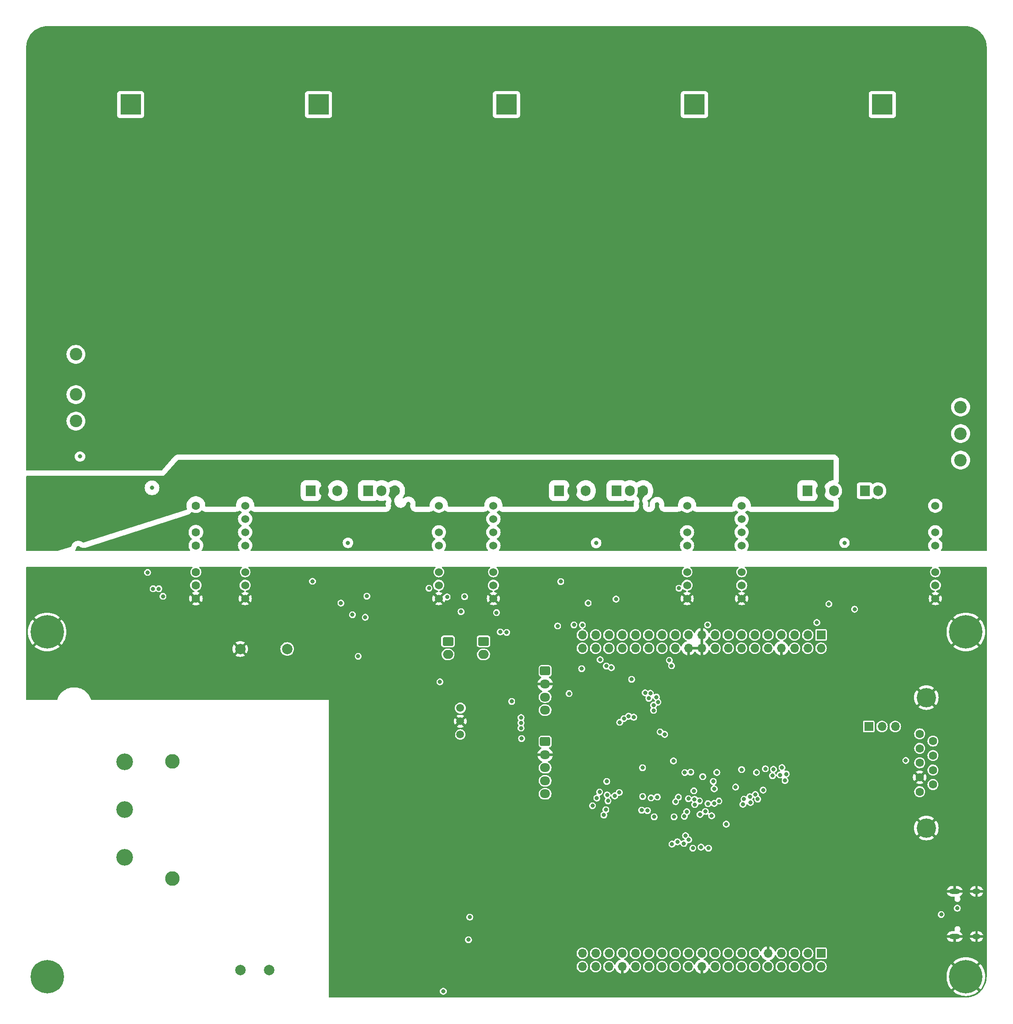
<source format=gbr>
%TF.GenerationSoftware,KiCad,Pcbnew,7.0.5-7.0.5~ubuntu22.04.1*%
%TF.CreationDate,2023-07-11T09:47:34+02:00*%
%TF.ProjectId,Inverter_KiCAD,496e7665-7274-4657-925f-4b694341442e,rev?*%
%TF.SameCoordinates,Original*%
%TF.FileFunction,Copper,L2,Inr*%
%TF.FilePolarity,Positive*%
%FSLAX46Y46*%
G04 Gerber Fmt 4.6, Leading zero omitted, Abs format (unit mm)*
G04 Created by KiCad (PCBNEW 7.0.5-7.0.5~ubuntu22.04.1) date 2023-07-11 09:47:34*
%MOMM*%
%LPD*%
G01*
G04 APERTURE LIST*
G04 Aperture macros list*
%AMRoundRect*
0 Rectangle with rounded corners*
0 $1 Rounding radius*
0 $2 $3 $4 $5 $6 $7 $8 $9 X,Y pos of 4 corners*
0 Add a 4 corners polygon primitive as box body*
4,1,4,$2,$3,$4,$5,$6,$7,$8,$9,$2,$3,0*
0 Add four circle primitives for the rounded corners*
1,1,$1+$1,$2,$3*
1,1,$1+$1,$4,$5*
1,1,$1+$1,$6,$7*
1,1,$1+$1,$8,$9*
0 Add four rect primitives between the rounded corners*
20,1,$1+$1,$2,$3,$4,$5,0*
20,1,$1+$1,$4,$5,$6,$7,0*
20,1,$1+$1,$6,$7,$8,$9,0*
20,1,$1+$1,$8,$9,$2,$3,0*%
G04 Aperture macros list end*
%TA.AperFunction,ComponentPad*%
%ADD10C,1.524000*%
%TD*%
%TA.AperFunction,ComponentPad*%
%ADD11R,4.000000X4.000000*%
%TD*%
%TA.AperFunction,ComponentPad*%
%ADD12C,4.000000*%
%TD*%
%TA.AperFunction,ComponentPad*%
%ADD13C,1.600000*%
%TD*%
%TA.AperFunction,ComponentPad*%
%ADD14R,1.905000X2.000000*%
%TD*%
%TA.AperFunction,ComponentPad*%
%ADD15O,1.905000X2.000000*%
%TD*%
%TA.AperFunction,ComponentPad*%
%ADD16C,2.400000*%
%TD*%
%TA.AperFunction,ComponentPad*%
%ADD17C,0.800000*%
%TD*%
%TA.AperFunction,ComponentPad*%
%ADD18C,6.400000*%
%TD*%
%TA.AperFunction,ComponentPad*%
%ADD19O,2.100000X1.000000*%
%TD*%
%TA.AperFunction,ComponentPad*%
%ADD20O,1.600000X1.000000*%
%TD*%
%TA.AperFunction,ComponentPad*%
%ADD21RoundRect,0.250000X-0.725000X0.600000X-0.725000X-0.600000X0.725000X-0.600000X0.725000X0.600000X0*%
%TD*%
%TA.AperFunction,ComponentPad*%
%ADD22O,1.950000X1.700000*%
%TD*%
%TA.AperFunction,ComponentPad*%
%ADD23R,1.700000X1.700000*%
%TD*%
%TA.AperFunction,ComponentPad*%
%ADD24O,1.700000X1.700000*%
%TD*%
%TA.AperFunction,ComponentPad*%
%ADD25C,2.006600*%
%TD*%
%TA.AperFunction,ComponentPad*%
%ADD26C,1.600200*%
%TD*%
%TA.AperFunction,ComponentPad*%
%ADD27C,3.708400*%
%TD*%
%TA.AperFunction,ComponentPad*%
%ADD28C,1.498600*%
%TD*%
%TA.AperFunction,ComponentPad*%
%ADD29RoundRect,0.250000X-0.750000X0.600000X-0.750000X-0.600000X0.750000X-0.600000X0.750000X0.600000X0*%
%TD*%
%TA.AperFunction,ComponentPad*%
%ADD30O,2.000000X1.700000*%
%TD*%
%TA.AperFunction,ComponentPad*%
%ADD31C,2.800000*%
%TD*%
%TA.AperFunction,ComponentPad*%
%ADD32C,3.200000*%
%TD*%
%TA.AperFunction,ViaPad*%
%ADD33C,0.800000*%
%TD*%
G04 APERTURE END LIST*
D10*
%TO.N,/ISO_GND*%
%TO.C,U301*%
X122500000Y-123592500D03*
%TO.N,/ISO_15V*%
X122500000Y-121052500D03*
%TO.N,/Pwr_En*%
X122500000Y-118512500D03*
%TO.N,unconnected-(U301-NC-Pad5)*%
X122500000Y-113432500D03*
%TO.N,/Arm_IRF540NBbF1/VCC_H*%
X122500000Y-110892500D03*
%TO.N,/Arm_IRF540NBbF1/ARM_OUT*%
X122500000Y-108352500D03*
%TO.N,unconnected-(U301-NC-Pad8)*%
X122500000Y-105812500D03*
%TD*%
D11*
%TO.N,/VSupply_AB*%
%TO.C,C1004*%
X89000000Y-29000000D03*
D12*
%TO.N,GND*%
X89000000Y-39000000D03*
%TD*%
D13*
%TO.N,/ISO_GND*%
%TO.C,U701*%
X65500000Y-123592500D03*
%TO.N,/ISO_15V*%
X65500000Y-121052500D03*
%TO.N,/ISO_5V*%
X65500000Y-118512500D03*
%TO.N,N/C*%
X65500000Y-113432500D03*
%TO.N,/5V*%
X65500000Y-110892500D03*
%TO.N,GND*%
X65500000Y-108352500D03*
%TO.N,Net-(U701-FB)*%
X65500000Y-105812500D03*
%TD*%
D14*
%TO.N,/Arm_IRF540NBbF/Cmd_H*%
%TO.C,Q202*%
X87540000Y-102940000D03*
D15*
%TO.N,/Vbus*%
X90080000Y-102940000D03*
%TO.N,/Arm_IRF540NBbF/ARM_OUT*%
X92620000Y-102940000D03*
%TD*%
D16*
%TO.N,/U_output*%
%TO.C,J104*%
X212000000Y-86920000D03*
%TO.N,/V_output*%
X212000000Y-92000000D03*
%TO.N,/W_output*%
X212000000Y-97080000D03*
%TD*%
D14*
%TO.N,/Arm_IRF540NBbF2/Cmd_L*%
%TO.C,Q403*%
X193660000Y-102940000D03*
D15*
%TO.N,/Arm_IRF540NBbF2/ARM_OUT*%
X196200000Y-102940000D03*
%TO.N,GND*%
X198740000Y-102940000D03*
%TD*%
D17*
%TO.N,/ISO_GND*%
%TO.C,H103*%
X215400000Y-196000000D03*
X214697056Y-197697056D03*
X214697056Y-194302944D03*
X213000000Y-198400000D03*
D18*
X213000000Y-196000000D03*
D17*
X213000000Y-193600000D03*
X211302944Y-197697056D03*
X211302944Y-194302944D03*
X210600000Y-196000000D03*
%TD*%
%TO.N,GND*%
%TO.C,H108*%
X44600000Y-58000000D03*
X45302944Y-56302944D03*
X45302944Y-59697056D03*
X47000000Y-55600000D03*
D18*
X47000000Y-58000000D03*
D17*
X47000000Y-60400000D03*
X48697056Y-56302944D03*
X48697056Y-59697056D03*
X49400000Y-58000000D03*
%TD*%
%TO.N,GND*%
%TO.C,H107*%
X210600000Y-72000000D03*
X211302944Y-70302944D03*
X211302944Y-73697056D03*
X213000000Y-69600000D03*
D18*
X213000000Y-72000000D03*
D17*
X213000000Y-74400000D03*
X214697056Y-70302944D03*
X214697056Y-73697056D03*
X215400000Y-72000000D03*
%TD*%
D19*
%TO.N,/ISO_GND*%
%TO.C,J801*%
X210870000Y-188320000D03*
D20*
X215050000Y-188320000D03*
D19*
X210870000Y-179680000D03*
D20*
X215050000Y-179680000D03*
%TD*%
D21*
%TO.N,/ISO_3V3*%
%TO.C,J802*%
X132400000Y-151000000D03*
D22*
%TO.N,/ISO_GND*%
X132400000Y-153500000D03*
%TO.N,/MCU_STM32G474/ENC_BTN_A*%
X132400000Y-156000000D03*
%TO.N,/MCU_STM32G474/ENC_BTN_B*%
X132400000Y-158500000D03*
%TO.N,/MCU_STM32G474/ENC_BTN_P*%
X132400000Y-161000000D03*
%TD*%
D14*
%TO.N,/Arm_IRF540NBbF1/Cmd_L*%
%TO.C,Q303*%
X146100000Y-102940000D03*
D15*
%TO.N,/Arm_IRF540NBbF1/ARM_OUT*%
X148640000Y-102940000D03*
%TO.N,GND*%
X151180000Y-102940000D03*
%TD*%
D11*
%TO.N,/VSupply_AB*%
%TO.C,C1003*%
X125000000Y-29000000D03*
D12*
%TO.N,GND*%
X125000000Y-39000000D03*
%TD*%
D23*
%TO.N,/NUCLEO_TX*%
%TO.C,J101*%
X185260000Y-130570000D03*
D24*
%TO.N,/NUCLEO_RX*%
X185260000Y-133110000D03*
%TO.N,/PC12*%
X182720000Y-130570000D03*
%TO.N,/NUCLEO_NRST*%
X182720000Y-133110000D03*
%TO.N,/VDD*%
X180180000Y-130570000D03*
%TO.N,/ISO_5V*%
X180180000Y-133110000D03*
%TO.N,/PB8-BOOT0*%
X177640000Y-130570000D03*
%TO.N,/ISO_GND*%
X177640000Y-133110000D03*
%TO.N,unconnected-(J101-Pin_9-Pad9)*%
X175100000Y-130570000D03*
%TO.N,unconnected-(J101-Pin_10-Pad10)*%
X175100000Y-133110000D03*
%TO.N,unconnected-(J101-Pin_11-Pad11)*%
X172560000Y-130570000D03*
%TO.N,/IOREF*%
X172560000Y-133110000D03*
%TO.N,/PA13*%
X170020000Y-130570000D03*
%TO.N,unconnected-(J101-Pin_14-Pad14)*%
X170020000Y-133110000D03*
%TO.N,/PA14*%
X167480000Y-130570000D03*
%TO.N,/+3V3*%
X167480000Y-133110000D03*
%TO.N,/PA15*%
X164940000Y-130570000D03*
%TO.N,/+5V*%
X164940000Y-133110000D03*
%TO.N,/ISO_GND*%
X162400000Y-130570000D03*
X162400000Y-133110000D03*
%TO.N,/PB7*%
X159860000Y-130570000D03*
%TO.N,/ISO_GND*%
X159860000Y-133110000D03*
%TO.N,/PC13*%
X157320000Y-130570000D03*
%TO.N,/VIN*%
X157320000Y-133110000D03*
%TO.N,/PC14*%
X154780000Y-130570000D03*
%TO.N,unconnected-(J101-Pin_26-Pad26)*%
X154780000Y-133110000D03*
%TO.N,/PC15*%
X152240000Y-130570000D03*
%TO.N,/Bus_V*%
X152240000Y-133110000D03*
%TO.N,/PF0*%
X149700000Y-130570000D03*
%TO.N,/U_Imes*%
X149700000Y-133110000D03*
%TO.N,/PF1*%
X147160000Y-130570000D03*
%TO.N,/ENC_B*%
X147160000Y-133110000D03*
%TO.N,/VBAT*%
X144620000Y-130570000D03*
%TO.N,/W_Imes*%
X144620000Y-133110000D03*
%TO.N,/Bus_Imes*%
X142080000Y-130570000D03*
%TO.N,/W_VPh*%
X142080000Y-133110000D03*
%TO.N,/V_VPh*%
X139540000Y-130570000D03*
%TO.N,/U_VPh*%
X139540000Y-133110000D03*
%TD*%
D17*
%TO.N,/ISO_GND*%
%TO.C,H102*%
X34600000Y-130000000D03*
X35302944Y-128302944D03*
X35302944Y-131697056D03*
X37000000Y-127600000D03*
D18*
X37000000Y-130000000D03*
D17*
X37000000Y-132400000D03*
X38697056Y-128302944D03*
X38697056Y-131697056D03*
X39400000Y-130000000D03*
%TD*%
D25*
%TO.N,Net-(J501-N)*%
%TO.C,U501*%
X74000000Y-194750000D03*
%TO.N,Net-(U501-AC(N))*%
X79499999Y-194750000D03*
%TO.N,/ISO_15V*%
X83000000Y-133249996D03*
%TO.N,/ISO_GND*%
X74000000Y-133249996D03*
%TD*%
D14*
%TO.N,/Arm_IRF540NBbF/Cmd_L*%
%TO.C,Q203*%
X98540000Y-102940000D03*
D15*
%TO.N,/Arm_IRF540NBbF/ARM_OUT*%
X101080000Y-102940000D03*
%TO.N,GND*%
X103620000Y-102940000D03*
%TD*%
D14*
%TO.N,/Arm_IRF540NBbF2/Cmd_H*%
%TO.C,Q402*%
X182660000Y-102940000D03*
D15*
%TO.N,/Vbus*%
X185200000Y-102940000D03*
%TO.N,/Arm_IRF540NBbF2/ARM_OUT*%
X187740000Y-102940000D03*
%TD*%
D17*
%TO.N,/ISO_GND*%
%TO.C,H104*%
X210600000Y-130000000D03*
X211302944Y-128302944D03*
X211302944Y-131697056D03*
X213000000Y-127600000D03*
D18*
X213000000Y-130000000D03*
D17*
X213000000Y-132400000D03*
X214697056Y-128302944D03*
X214697056Y-131697056D03*
X215400000Y-130000000D03*
%TD*%
D23*
%TO.N,/ISO_3V3*%
%TO.C,J1302*%
X194400000Y-148100000D03*
D24*
%TO.N,/encoderMotor/VCC_Enc*%
X196940000Y-148100000D03*
%TO.N,/ISO_5V*%
X199480000Y-148100000D03*
%TD*%
D16*
%TO.N,/VSupply_BB*%
%TO.C,J102*%
X42525000Y-76825000D03*
%TO.N,GND*%
X42525000Y-71745000D03*
%TD*%
D26*
%TO.N,/encoderMotor/A*%
%TO.C,J1301*%
X204160000Y-149515000D03*
%TO.N,/encoderMotor/{slash}A*%
X204160000Y-152285000D03*
%TO.N,unconnected-(J1301-Pad3)*%
X204160000Y-155054999D03*
%TO.N,/ISO_GND*%
X204160000Y-157824999D03*
%TO.N,/encoderMotor/VCC_Enc*%
X204160000Y-160594998D03*
%TO.N,/encoderMotor/B*%
X206700000Y-150900000D03*
%TO.N,/encoderMotor/{slash}B*%
X206700000Y-153670000D03*
%TO.N,/encoderMotor/Z*%
X206700000Y-156439999D03*
%TO.N,/encoderMotor/{slash}Z*%
X206700000Y-159209999D03*
D27*
%TO.N,/ISO_GND*%
X205430000Y-167549998D03*
X205430000Y-142560000D03*
%TD*%
D11*
%TO.N,/VSupply_AB*%
%TO.C,C1002*%
X161000000Y-29000000D03*
D12*
%TO.N,GND*%
X161000000Y-39000000D03*
%TD*%
D28*
%TO.N,/ISO_15V*%
%TO.C,U502*%
X116154000Y-144560000D03*
%TO.N,/ISO_GND*%
X116154000Y-147100000D03*
%TO.N,/ISO_5V*%
X116154000Y-149640000D03*
%TD*%
D29*
%TO.N,/ISO_15V*%
%TO.C,J1102*%
X113800000Y-131800000D03*
D30*
%TO.N,Net-(J1101-Pin_2)*%
X113800000Y-134300000D03*
%TD*%
D21*
%TO.N,/ISO_3V3*%
%TO.C,J804*%
X132400000Y-137462500D03*
D22*
%TO.N,/ISO_GND*%
X132400000Y-139962500D03*
%TO.N,/I2C_SCL*%
X132400000Y-142462500D03*
%TO.N,/I2C_SDA*%
X132400000Y-144962500D03*
%TD*%
D31*
%TO.N,Net-(U501-AC(N))*%
%TO.C,F501*%
X61000000Y-177250000D03*
%TO.N,Net-(J501-L)*%
X61000000Y-154750000D03*
%TD*%
D32*
%TO.N,Net-(J501-N)*%
%TO.C,J501*%
X51825000Y-173140000D03*
%TO.N,unconnected-(J501-Earth-Pad2)*%
X51825000Y-164000000D03*
%TO.N,Net-(J501-L)*%
X51825000Y-154860000D03*
%TD*%
D14*
%TO.N,/Arm_IRF540NBbF1/Cmd_H*%
%TO.C,Q302*%
X135100000Y-102940000D03*
D15*
%TO.N,/Vbus*%
X137640000Y-102940000D03*
%TO.N,/Arm_IRF540NBbF1/ARM_OUT*%
X140180000Y-102940000D03*
%TD*%
D29*
%TO.N,/ISO_15V*%
%TO.C,J1101*%
X120600000Y-131800000D03*
D30*
%TO.N,Net-(J1101-Pin_2)*%
X120600000Y-134300000D03*
%TD*%
D17*
%TO.N,unconnected-(H101-Pad1)*%
%TO.C,H101*%
X34600000Y-196000000D03*
X35302944Y-194302944D03*
X35302944Y-197697056D03*
X37000000Y-193600000D03*
D18*
X37000000Y-196000000D03*
D17*
X37000000Y-198400000D03*
X38697056Y-194302944D03*
X38697056Y-197697056D03*
X39400000Y-196000000D03*
%TD*%
D23*
%TO.N,/PC9*%
%TO.C,J103*%
X185260000Y-191530000D03*
D24*
%TO.N,/ENC_Z*%
X185260000Y-194070000D03*
%TO.N,/PB8*%
X182720000Y-191530000D03*
%TO.N,/PC6*%
X182720000Y-194070000D03*
%TO.N,/PB9*%
X180180000Y-191530000D03*
%TO.N,/PC5*%
X180180000Y-194070000D03*
%TO.N,/AVDD*%
X177640000Y-191530000D03*
%TO.N,/5V_USB_CHGR*%
X177640000Y-194070000D03*
%TO.N,/ISO_GND*%
X175100000Y-191530000D03*
%TO.N,unconnected-(J103-Pin_10-Pad10)*%
X175100000Y-194070000D03*
%TO.N,/PA5*%
X172560000Y-191530000D03*
%TO.N,/PA12*%
X172560000Y-194070000D03*
%TO.N,/ENC_A*%
X170020000Y-191530000D03*
%TO.N,/PA11*%
X170020000Y-194070000D03*
%TO.N,/PA7*%
X167480000Y-191530000D03*
%TO.N,/PB12*%
X167480000Y-194070000D03*
%TO.N,/PB6*%
X164940000Y-191530000D03*
%TO.N,/PB11*%
X164940000Y-194070000D03*
%TO.N,/PC7*%
X162400000Y-191530000D03*
%TO.N,/ISO_GND*%
X162400000Y-194070000D03*
%TO.N,/V_PWM_H*%
X159860000Y-191530000D03*
%TO.N,/PB2*%
X159860000Y-194070000D03*
%TO.N,/U_PWM_H*%
X157320000Y-191530000D03*
%TO.N,/V_Imes*%
X157320000Y-194070000D03*
%TO.N,/PB10*%
X154780000Y-191530000D03*
%TO.N,/W_PWM_L*%
X154780000Y-194070000D03*
%TO.N,/PB4*%
X152240000Y-191530000D03*
%TO.N,/V_PWM_L*%
X152240000Y-194070000D03*
%TO.N,/PB5*%
X149700000Y-191530000D03*
%TO.N,/U_PWM_L*%
X149700000Y-194070000D03*
%TO.N,/PB3*%
X147160000Y-191530000D03*
%TO.N,/ISO_GND*%
X147160000Y-194070000D03*
%TO.N,/W_PWM_H*%
X144620000Y-191530000D03*
%TO.N,/PC4*%
X144620000Y-194070000D03*
%TO.N,/PC4{slash}PA2*%
X142080000Y-191530000D03*
%TO.N,unconnected-(J103-Pin_36-Pad36)*%
X142080000Y-194070000D03*
%TO.N,/PC5{slash}PA3*%
X139540000Y-191530000D03*
%TO.N,unconnected-(J103-Pin_38-Pad38)*%
X139540000Y-194070000D03*
%TD*%
D10*
%TO.N,unconnected-(U302-NC-Pad8)*%
%TO.C,U302*%
X159600000Y-105812500D03*
%TO.N,GND*%
X159600000Y-108352500D03*
%TO.N,/Arm_IRF540NBbF1/VCC_L*%
X159600000Y-110892500D03*
%TO.N,unconnected-(U302-NC-Pad5)*%
X159600000Y-113432500D03*
%TO.N,/Pwr_En*%
X159600000Y-118512500D03*
%TO.N,/ISO_15V*%
X159600000Y-121052500D03*
%TO.N,/ISO_GND*%
X159600000Y-123592500D03*
%TD*%
%TO.N,/ISO_GND*%
%TO.C,U202*%
X112040000Y-123592500D03*
%TO.N,/ISO_15V*%
X112040000Y-121052500D03*
%TO.N,/Pwr_En*%
X112040000Y-118512500D03*
%TO.N,unconnected-(U202-NC-Pad5)*%
X112040000Y-113432500D03*
%TO.N,/Arm_IRF540NBbF/VCC_L*%
X112040000Y-110892500D03*
%TO.N,GND*%
X112040000Y-108352500D03*
%TO.N,unconnected-(U202-NC-Pad8)*%
X112040000Y-105812500D03*
%TD*%
D11*
%TO.N,/VSupply_AB*%
%TO.C,C1001*%
X197000000Y-29000000D03*
D12*
%TO.N,GND*%
X197000000Y-39000000D03*
%TD*%
D10*
%TO.N,/ISO_GND*%
%TO.C,U201*%
X74940000Y-123592500D03*
%TO.N,/ISO_15V*%
X74940000Y-121052500D03*
%TO.N,/Pwr_En*%
X74940000Y-118512500D03*
%TO.N,unconnected-(U201-NC-Pad5)*%
X74940000Y-113432500D03*
%TO.N,/Arm_IRF540NBbF/VCC_H*%
X74940000Y-110892500D03*
%TO.N,/Arm_IRF540NBbF/ARM_OUT*%
X74940000Y-108352500D03*
%TO.N,unconnected-(U201-NC-Pad8)*%
X74940000Y-105812500D03*
%TD*%
D11*
%TO.N,/VSupply_AB*%
%TO.C,C1005*%
X53000000Y-29000000D03*
D12*
%TO.N,GND*%
X53000000Y-39000000D03*
%TD*%
D10*
%TO.N,/ISO_GND*%
%TO.C,U402*%
X207160000Y-123592500D03*
%TO.N,/ISO_15V*%
X207160000Y-121052500D03*
%TO.N,/Pwr_En*%
X207160000Y-118512500D03*
%TO.N,unconnected-(U402-NC-Pad5)*%
X207160000Y-113432500D03*
%TO.N,/Arm_IRF540NBbF2/VCC_L*%
X207160000Y-110892500D03*
%TO.N,GND*%
X207160000Y-108352500D03*
%TO.N,unconnected-(U402-NC-Pad8)*%
X207160000Y-105812500D03*
%TD*%
D17*
%TO.N,GND*%
%TO.C,H105*%
X34600000Y-18000000D03*
X35302944Y-16302944D03*
X35302944Y-19697056D03*
X37000000Y-15600000D03*
D18*
X37000000Y-18000000D03*
D17*
X37000000Y-20400000D03*
X38697056Y-16302944D03*
X38697056Y-19697056D03*
X39400000Y-18000000D03*
%TD*%
D10*
%TO.N,/ISO_GND*%
%TO.C,U401*%
X170060000Y-123592500D03*
%TO.N,/ISO_15V*%
X170060000Y-121052500D03*
%TO.N,/Pwr_En*%
X170060000Y-118512500D03*
%TO.N,unconnected-(U401-NC-Pad5)*%
X170060000Y-113432500D03*
%TO.N,/Arm_IRF540NBbF2/VCC_H*%
X170060000Y-110892500D03*
%TO.N,/Arm_IRF540NBbF2/ARM_OUT*%
X170060000Y-108352500D03*
%TO.N,unconnected-(U401-NC-Pad8)*%
X170060000Y-105812500D03*
%TD*%
D17*
%TO.N,GND*%
%TO.C,H106*%
X210600000Y-18000000D03*
X211302944Y-16302944D03*
X211302944Y-19697056D03*
X213000000Y-15600000D03*
D18*
X213000000Y-18000000D03*
D17*
X213000000Y-20400000D03*
X214697056Y-16302944D03*
X214697056Y-19697056D03*
X215400000Y-18000000D03*
%TD*%
D16*
%TO.N,/VSupply_AB*%
%TO.C,J901*%
X42525000Y-84545000D03*
%TO.N,/break/Break_Drain_Mosfet*%
X42525000Y-89625000D03*
%TD*%
D33*
%TO.N,/ISO_GND*%
X140749572Y-120134015D03*
X133840000Y-130960000D03*
X143200000Y-123013000D03*
X205900000Y-181900000D03*
X114200000Y-198800000D03*
X208500000Y-180600000D03*
X140957223Y-122357223D03*
X201300000Y-158700000D03*
X114500000Y-178600000D03*
X138000000Y-124800000D03*
X37100000Y-120200000D03*
X90750000Y-122450000D03*
X162983983Y-165366510D03*
X149500000Y-124500000D03*
X114500000Y-169600000D03*
X110900000Y-157600000D03*
X192600000Y-152800000D03*
X208700000Y-187300000D03*
X110900000Y-162400000D03*
X106300000Y-124900000D03*
X110900000Y-160800000D03*
X170050000Y-157450000D03*
X158400000Y-152700000D03*
X62201512Y-121503287D03*
X46740000Y-118510000D03*
X153200000Y-164224500D03*
X205900000Y-186300000D03*
X203500000Y-184100000D03*
X44190000Y-118510000D03*
X55260000Y-121190000D03*
X150600000Y-159600000D03*
X188500000Y-124400000D03*
X151900000Y-158525500D03*
X93300000Y-119699500D03*
X201400000Y-124900000D03*
X135750000Y-123650000D03*
X196100000Y-121400000D03*
X114500000Y-175600000D03*
X38950000Y-122400000D03*
X148000000Y-122500000D03*
X114500000Y-172600000D03*
X93300000Y-122400000D03*
X88500000Y-122300000D03*
X42410000Y-120790000D03*
X126600000Y-153460000D03*
X115500000Y-198800000D03*
X95600000Y-122900000D03*
X165344401Y-168049500D03*
X164600000Y-170800000D03*
X193800000Y-122400000D03*
X182830535Y-121517780D03*
X110900000Y-159200000D03*
X114500000Y-166600000D03*
X118000000Y-198800000D03*
X186300000Y-122900000D03*
X84700000Y-124900000D03*
X188200000Y-119700000D03*
X100500000Y-123705002D03*
X182900000Y-124900000D03*
X114000000Y-140500000D03*
X101000000Y-121050500D03*
%TO.N,GND*%
X100780000Y-108960000D03*
X63210000Y-110790000D03*
X43000000Y-113940000D03*
X198300000Y-105500000D03*
X53630000Y-113920000D03*
X201425000Y-105550000D03*
X63210000Y-113680000D03*
X103250000Y-105500000D03*
X153850000Y-105550000D03*
X59730000Y-110730000D03*
X56000000Y-113830000D03*
X150775000Y-105500000D03*
X106200000Y-105475000D03*
%TO.N,/5V*%
X142180000Y-112950000D03*
X94630000Y-112930000D03*
X189740000Y-112920000D03*
%TO.N,/ISO_5V*%
X98257884Y-123151949D03*
X145996049Y-123703951D03*
X96600000Y-134650000D03*
X186760500Y-124636856D03*
X140650000Y-124462000D03*
X93284500Y-124462000D03*
X56250000Y-118600000D03*
%TO.N,/ISO_3V3*%
X167100000Y-166800000D03*
X110150000Y-121631000D03*
X158050000Y-121631000D03*
X112900000Y-198800000D03*
X153300000Y-165400000D03*
X127800000Y-148400000D03*
X127800000Y-147400000D03*
X113641825Y-123288175D03*
X87839500Y-120300000D03*
X123800000Y-129989500D03*
X127800000Y-146400000D03*
X151075500Y-156000000D03*
X170050000Y-156350000D03*
X58405407Y-121725500D03*
X126000000Y-143300000D03*
X127900000Y-150400000D03*
X157000000Y-154700000D03*
X116976350Y-123230000D03*
X135399500Y-120350000D03*
%TO.N,/U_Imes*%
X152000000Y-164200000D03*
X151554470Y-141645522D03*
X95500500Y-126699503D03*
X97950000Y-127190500D03*
%TO.N,/V_Imes*%
X137922037Y-128647437D03*
X154014310Y-143417953D03*
X159000000Y-170504980D03*
%TO.N,/W_Imes*%
X163550000Y-128639500D03*
X156628412Y-136474500D03*
X164780497Y-162819503D03*
X145085737Y-136833575D03*
%TO.N,/Bus_Imes*%
X165700000Y-162374500D03*
X156200000Y-135408552D03*
X144132883Y-136517117D03*
X134801304Y-128848696D03*
%TO.N,/MCU_STM32G474/Soft_NRST*%
X159162951Y-156925500D03*
X142307705Y-161807705D03*
%TO.N,/MCU_STM32G474/USR_BTN_3*%
X160300000Y-156850500D03*
X142839507Y-160639507D03*
%TO.N,/MCU_STM32G474/USR_BTN_2*%
X157400000Y-162500000D03*
X146600000Y-160724500D03*
%TO.N,/MCU_STM32G474/USR_BTN_1*%
X144212299Y-158612299D03*
X162600000Y-157700000D03*
%TO.N,/MCU_STM32G474/NRST*%
X151100000Y-161499500D03*
X145738507Y-161387938D03*
X117725500Y-188935494D03*
X117969503Y-184600000D03*
%TO.N,/MCU_STM32G474/SWDIO*%
X141475904Y-163275904D03*
X165300000Y-156900000D03*
%TO.N,/MCU_STM32G474/SWCLK*%
X144289007Y-161200000D03*
X164612299Y-158612299D03*
%TO.N,/MCU_STM32G474/SWO*%
X144450857Y-162350856D03*
X160900000Y-160425000D03*
%TO.N,/MCU_STM32G474/VCP_RX*%
X143655449Y-165055450D03*
X163103105Y-164374132D03*
%TO.N,/MCU_STM32G474/VCP_TX*%
X144037252Y-164037252D03*
X164300000Y-165200000D03*
%TO.N,/MCU_STM32G474/V_USB*%
X208278100Y-184100000D03*
X211357400Y-182900000D03*
%TO.N,/Vbus*%
X90075000Y-100610000D03*
X178600000Y-101200000D03*
X36000000Y-109500000D03*
X184200000Y-100600000D03*
X36000000Y-111500000D03*
X34000000Y-110500000D03*
X136650000Y-100610000D03*
X34000000Y-109500000D03*
X36000000Y-112500000D03*
X35000000Y-113500000D03*
X47402500Y-106750000D03*
X38000000Y-110500000D03*
X137650000Y-100610000D03*
X37000000Y-110500000D03*
X131100000Y-101000000D03*
X37000000Y-109500000D03*
X34000000Y-113500000D03*
X91075000Y-100610000D03*
X138650000Y-100610000D03*
X83500000Y-101500000D03*
X38000000Y-111500000D03*
X34000000Y-111500000D03*
X35000000Y-112500000D03*
X36000000Y-110500000D03*
X186200000Y-100600000D03*
X35000000Y-111500000D03*
X35000000Y-110500000D03*
X35000000Y-109500000D03*
X34000000Y-112500000D03*
X185200000Y-100600000D03*
X36000000Y-113500000D03*
X37000000Y-111500000D03*
X89075000Y-100610000D03*
%TO.N,/U_PWM_H*%
X157100000Y-165400000D03*
X153178970Y-145000000D03*
%TO.N,/U_PWM_L*%
X156700000Y-170624500D03*
X153202319Y-144000770D03*
%TO.N,/V_PWM_H*%
X170512299Y-162012299D03*
X175959439Y-157525500D03*
X173131761Y-162007162D03*
%TO.N,/V_PWM_L*%
X177778856Y-155954930D03*
X171630497Y-161530497D03*
%TO.N,/W_PWM_H*%
X172683044Y-161114346D03*
X171737701Y-162662299D03*
X177408939Y-157362299D03*
%TO.N,/W_PWM_L*%
X178597918Y-157197918D03*
X174166893Y-160266893D03*
%TO.N,/break/PWM_Mosfet*%
X43300000Y-96400000D03*
X57100000Y-102400000D03*
%TO.N,/Pwr_En*%
X170289196Y-163000567D03*
X191688549Y-125638549D03*
X178372516Y-158447918D03*
%TO.N,/Bus_V*%
X125045195Y-130087499D03*
X142950000Y-135300000D03*
X59196756Y-123174500D03*
X163597540Y-162875500D03*
X57300000Y-121725500D03*
%TO.N,/V_VPh*%
X152568133Y-141743240D03*
X153900000Y-161600000D03*
X139550000Y-128670500D03*
%TO.N,/U_VPh*%
X123100000Y-126290500D03*
X152700000Y-161775500D03*
X152278970Y-142700000D03*
X116300000Y-126100000D03*
%TO.N,/W_VPh*%
X184450000Y-128189500D03*
X153728470Y-142460367D03*
X162074500Y-164941275D03*
%TO.N,/NUCLEO_NRST*%
X174600000Y-156200000D03*
X161975856Y-162348742D03*
%TO.N,/NUCLEO_RX*%
X161024072Y-162043598D03*
X172887701Y-156887701D03*
%TO.N,/ISO_PWM_Break*%
X155300000Y-149600000D03*
X148394853Y-146130054D03*
%TO.N,/NUCLEO_TX*%
X161075535Y-163041775D03*
X176155247Y-156305747D03*
%TO.N,/I2C_SDA*%
X164800000Y-160025500D03*
X146700000Y-147300000D03*
%TO.N,/I2C_SCL*%
X147503534Y-146582331D03*
X168900000Y-159700000D03*
X137000000Y-141800000D03*
%TO.N,/ISO_PWM_FAN*%
X112250000Y-139550000D03*
X154421160Y-149124500D03*
X149375038Y-146325609D03*
X139412294Y-137027706D03*
%TO.N,/encoderMotor/{slash}B*%
X201500000Y-154600000D03*
%TO.N,/ENC_B*%
X163700000Y-171405480D03*
X150900966Y-164124500D03*
X148975500Y-139066552D03*
%TO.N,/ENC_Z*%
X159852170Y-161923232D03*
X157926527Y-161650426D03*
X159543623Y-164417931D03*
%TO.N,/ENC_A*%
X160700000Y-171400000D03*
X162273884Y-171200000D03*
X159074500Y-165300500D03*
%TO.N,/MCU_STM32G474/ENC_BTN_A*%
X159300000Y-169000000D03*
%TO.N,/MCU_STM32G474/ENC_BTN_B*%
X159924384Y-169780480D03*
%TO.N,/MCU_STM32G474/ENC_BTN_P*%
X157751987Y-170174500D03*
%TD*%
%TA.AperFunction,Conductor*%
%TO.N,/Vbus*%
G36*
X38750000Y-110500000D02*
G01*
X38750000Y-114500000D01*
X33124500Y-114500000D01*
X33057461Y-114480315D01*
X33011706Y-114427511D01*
X33000500Y-114376000D01*
X33000500Y-109050000D01*
X37400000Y-109050000D01*
X38750000Y-110500000D01*
G37*
%TD.AperFunction*%
%TD*%
%TA.AperFunction,Conductor*%
%TO.N,GND*%
G36*
X73910166Y-106718031D02*
G01*
X73946909Y-106745435D01*
X73955873Y-106755173D01*
X74014043Y-106818362D01*
X74014047Y-106818365D01*
X74192220Y-106957043D01*
X74192235Y-106957053D01*
X74222526Y-106973446D01*
X74272117Y-107022666D01*
X74287224Y-107090882D01*
X74263053Y-107156438D01*
X74222526Y-107191554D01*
X74192235Y-107207946D01*
X74192220Y-107207956D01*
X74014047Y-107346634D01*
X74014044Y-107346637D01*
X73861108Y-107512770D01*
X73737608Y-107701802D01*
X73646907Y-107908579D01*
X73591476Y-108127470D01*
X73591474Y-108127478D01*
X73572830Y-108352493D01*
X73572830Y-108352506D01*
X73591474Y-108577521D01*
X73591476Y-108577529D01*
X73646907Y-108796419D01*
X73737610Y-109003201D01*
X73861111Y-109192233D01*
X74014041Y-109358360D01*
X74014044Y-109358362D01*
X74014047Y-109358365D01*
X74192220Y-109497043D01*
X74192235Y-109497053D01*
X74222526Y-109513446D01*
X74272117Y-109562666D01*
X74287224Y-109630882D01*
X74263053Y-109696438D01*
X74222526Y-109731554D01*
X74192235Y-109747946D01*
X74192220Y-109747956D01*
X74014047Y-109886634D01*
X74014044Y-109886637D01*
X73861108Y-110052770D01*
X73737608Y-110241802D01*
X73646907Y-110448579D01*
X73591476Y-110667470D01*
X73591474Y-110667478D01*
X73572830Y-110892493D01*
X73572830Y-110892506D01*
X73591474Y-111117521D01*
X73591476Y-111117529D01*
X73646907Y-111336420D01*
X73737608Y-111543197D01*
X73737610Y-111543201D01*
X73861111Y-111732233D01*
X74014041Y-111898360D01*
X74014044Y-111898362D01*
X74014047Y-111898365D01*
X74192220Y-112037043D01*
X74192235Y-112037053D01*
X74222526Y-112053446D01*
X74272117Y-112102666D01*
X74287224Y-112170882D01*
X74263053Y-112236438D01*
X74222526Y-112271554D01*
X74192235Y-112287946D01*
X74192220Y-112287956D01*
X74014047Y-112426634D01*
X74014044Y-112426637D01*
X73861108Y-112592770D01*
X73737608Y-112781802D01*
X73646907Y-112988579D01*
X73591476Y-113207470D01*
X73591474Y-113207478D01*
X73572830Y-113432493D01*
X73572830Y-113432506D01*
X73591474Y-113657521D01*
X73591476Y-113657529D01*
X73646907Y-113876420D01*
X73673052Y-113936024D01*
X73737610Y-114083201D01*
X73861111Y-114272233D01*
X73879325Y-114292019D01*
X73910247Y-114354671D01*
X73902387Y-114424097D01*
X73858241Y-114478253D01*
X73791823Y-114499944D01*
X73788095Y-114500000D01*
X66703555Y-114500000D01*
X66636516Y-114480315D01*
X66590761Y-114427511D01*
X66580817Y-114358353D01*
X66607142Y-114300708D01*
X66605836Y-114299691D01*
X66608972Y-114295660D01*
X66608979Y-114295653D01*
X66735924Y-114101349D01*
X66829157Y-113888800D01*
X66886134Y-113663805D01*
X66886135Y-113663797D01*
X66905300Y-113432506D01*
X66905300Y-113432493D01*
X66886135Y-113201202D01*
X66886133Y-113201191D01*
X66829157Y-112976199D01*
X66735924Y-112763651D01*
X66608983Y-112569352D01*
X66608980Y-112569349D01*
X66608979Y-112569347D01*
X66451784Y-112398587D01*
X66274180Y-112260353D01*
X66233368Y-112203643D01*
X66229693Y-112133870D01*
X66264324Y-112073187D01*
X66274181Y-112064646D01*
X66288571Y-112053446D01*
X66451784Y-111926413D01*
X66608979Y-111755653D01*
X66735924Y-111561349D01*
X66829157Y-111348800D01*
X66886134Y-111123805D01*
X66905300Y-110892500D01*
X66905300Y-110892493D01*
X66886135Y-110661202D01*
X66886133Y-110661191D01*
X66829157Y-110436199D01*
X66735924Y-110223651D01*
X66608983Y-110029352D01*
X66608980Y-110029349D01*
X66608979Y-110029347D01*
X66451784Y-109858587D01*
X66451779Y-109858583D01*
X66451777Y-109858581D01*
X66268634Y-109716035D01*
X66268628Y-109716031D01*
X66064504Y-109605564D01*
X66064495Y-109605561D01*
X65844984Y-109530202D01*
X65673282Y-109501550D01*
X65616049Y-109492000D01*
X65383951Y-109492000D01*
X65353730Y-109497043D01*
X65155015Y-109530202D01*
X64935504Y-109605561D01*
X64935495Y-109605564D01*
X64731371Y-109716031D01*
X64731365Y-109716035D01*
X64548222Y-109858581D01*
X64548219Y-109858584D01*
X64391016Y-110029352D01*
X64264075Y-110223651D01*
X64170842Y-110436199D01*
X64113866Y-110661191D01*
X64113864Y-110661202D01*
X64094700Y-110892493D01*
X64094700Y-110892506D01*
X64113864Y-111123797D01*
X64113866Y-111123808D01*
X64170842Y-111348800D01*
X64264075Y-111561348D01*
X64391016Y-111755647D01*
X64391019Y-111755651D01*
X64391021Y-111755653D01*
X64548216Y-111926413D01*
X64548219Y-111926415D01*
X64548222Y-111926418D01*
X64725818Y-112064647D01*
X64766631Y-112121357D01*
X64770306Y-112191130D01*
X64735674Y-112251813D01*
X64725818Y-112260353D01*
X64548222Y-112398581D01*
X64548219Y-112398584D01*
X64391016Y-112569352D01*
X64264075Y-112763651D01*
X64170842Y-112976199D01*
X64113866Y-113201191D01*
X64113864Y-113201202D01*
X64094700Y-113432493D01*
X64094700Y-113432506D01*
X64113864Y-113663797D01*
X64113866Y-113663808D01*
X64170842Y-113888800D01*
X64264075Y-114101348D01*
X64391021Y-114295653D01*
X64394164Y-114299691D01*
X64392214Y-114301208D01*
X64418600Y-114354690D01*
X64410730Y-114424115D01*
X64366575Y-114478264D01*
X64300154Y-114499945D01*
X64296445Y-114500000D01*
X42470536Y-114500000D01*
X42403497Y-114480315D01*
X42357742Y-114427511D01*
X42347798Y-114358353D01*
X42370705Y-114302449D01*
X42421609Y-114233355D01*
X42473884Y-114162404D01*
X42509424Y-114102249D01*
X42548814Y-114028785D01*
X42618455Y-113837626D01*
X42622598Y-113821261D01*
X42629243Y-113801905D01*
X42647294Y-113760753D01*
X42657033Y-113742759D01*
X42681602Y-113705153D01*
X42694170Y-113689004D01*
X42724610Y-113655937D01*
X42739658Y-113642084D01*
X42775111Y-113614490D01*
X42792234Y-113603303D01*
X42831754Y-113581915D01*
X42850506Y-113573691D01*
X42857902Y-113571151D01*
X42892980Y-113559109D01*
X42912811Y-113554086D01*
X42957143Y-113546689D01*
X42977543Y-113545000D01*
X43022455Y-113545000D01*
X43042862Y-113546691D01*
X43065049Y-113550392D01*
X43087171Y-113554084D01*
X43107025Y-113559112D01*
X43149492Y-113573692D01*
X43168237Y-113581914D01*
X43207752Y-113603297D01*
X43224893Y-113614496D01*
X43287613Y-113663313D01*
X43287636Y-113663329D01*
X43457820Y-113770318D01*
X43457830Y-113770323D01*
X43457840Y-113770330D01*
X43502027Y-113792282D01*
X43575881Y-113825337D01*
X43575885Y-113825338D01*
X43575887Y-113825339D01*
X43771441Y-113881413D01*
X43771445Y-113881413D01*
X43771450Y-113881415D01*
X43974303Y-113896976D01*
X44044151Y-113895245D01*
X44127327Y-113889728D01*
X44326347Y-113847507D01*
X64028693Y-107527887D01*
X64069876Y-107513686D01*
X64252622Y-107424267D01*
X64303908Y-107392370D01*
X64407172Y-107318725D01*
X64551239Y-107175071D01*
X64626710Y-107060913D01*
X64680100Y-107015847D01*
X64749381Y-107006800D01*
X64789165Y-107020245D01*
X64935486Y-107099431D01*
X64935492Y-107099433D01*
X64935497Y-107099436D01*
X65047347Y-107137834D01*
X65155015Y-107174797D01*
X65155017Y-107174797D01*
X65155019Y-107174798D01*
X65383951Y-107213000D01*
X65383952Y-107213000D01*
X65616048Y-107213000D01*
X65616049Y-107213000D01*
X65844981Y-107174798D01*
X66064503Y-107099436D01*
X66268626Y-106988970D01*
X66273834Y-106984917D01*
X66379881Y-106902377D01*
X66451784Y-106846413D01*
X66535218Y-106755778D01*
X66595100Y-106719791D01*
X66664938Y-106721890D01*
X66713108Y-106751077D01*
X66717299Y-106755173D01*
X66717302Y-106755175D01*
X66717306Y-106755179D01*
X66886402Y-106868308D01*
X67074808Y-106945082D01*
X67074809Y-106945083D01*
X67074815Y-106945085D01*
X67099343Y-106952287D01*
X67141848Y-106964768D01*
X67222732Y-106984917D01*
X67357669Y-106998639D01*
X67425137Y-107005500D01*
X67425138Y-107005500D01*
X73052947Y-107005500D01*
X73052969Y-107005500D01*
X73102141Y-107004297D01*
X73303298Y-106973841D01*
X73363095Y-106958470D01*
X73363110Y-106958464D01*
X73363114Y-106958464D01*
X73488918Y-106917120D01*
X73488921Y-106917118D01*
X73488929Y-106917116D01*
X73668937Y-106822307D01*
X73776994Y-106733584D01*
X73841296Y-106706256D01*
X73910166Y-106718031D01*
G37*
%TD.AperFunction*%
%TA.AperFunction,Conductor*%
G36*
X103653853Y-101945000D02*
G01*
X103746341Y-101951614D01*
X103763844Y-101954131D01*
X103878953Y-101979171D01*
X103895919Y-101984152D01*
X103895928Y-101984156D01*
X104006310Y-102025326D01*
X104022398Y-102032673D01*
X104125790Y-102089128D01*
X104140649Y-102098678D01*
X104234963Y-102169280D01*
X104248327Y-102180861D01*
X104331636Y-102264170D01*
X104343222Y-102277541D01*
X104413804Y-102371828D01*
X104423369Y-102386710D01*
X104479823Y-102490096D01*
X104487173Y-102506190D01*
X104528344Y-102616572D01*
X104533328Y-102633549D01*
X104558365Y-102748646D01*
X104560883Y-102766155D01*
X104567342Y-102856448D01*
X104567500Y-102860873D01*
X104567500Y-103019125D01*
X104567342Y-103023550D01*
X104560883Y-103113844D01*
X104558365Y-103131353D01*
X104533327Y-103246454D01*
X104528343Y-103263431D01*
X104487177Y-103373801D01*
X104479827Y-103389894D01*
X104423374Y-103493279D01*
X104413810Y-103508162D01*
X104330737Y-103619134D01*
X104326510Y-103624900D01*
X104326493Y-103624925D01*
X104315462Y-103641516D01*
X104286515Y-103672125D01*
X104140669Y-103781304D01*
X104125787Y-103790869D01*
X104071553Y-103820483D01*
X104071548Y-103820486D01*
X103928377Y-103915375D01*
X103928366Y-103915383D01*
X103895367Y-103941571D01*
X103895307Y-103941620D01*
X103855845Y-103974617D01*
X103717545Y-104123832D01*
X103612119Y-104297824D01*
X103612112Y-104297837D01*
X103582141Y-104360938D01*
X103582139Y-104360943D01*
X103543086Y-104464536D01*
X103523391Y-104516778D01*
X103523390Y-104516780D01*
X103487715Y-104717078D01*
X103487715Y-104717080D01*
X103493088Y-104920454D01*
X103493090Y-104920468D01*
X103501986Y-104989726D01*
X103516030Y-105071922D01*
X103578485Y-105265540D01*
X103578485Y-105265541D01*
X103620752Y-105361900D01*
X103625828Y-105376671D01*
X103626087Y-105376593D01*
X103626894Y-105379267D01*
X103686988Y-105550125D01*
X103686991Y-105550131D01*
X103705469Y-105590592D01*
X103705473Y-105590601D01*
X103732449Y-105645228D01*
X103732451Y-105645233D01*
X103845698Y-105814246D01*
X103845700Y-105814248D01*
X103990653Y-105957007D01*
X103990657Y-105957011D01*
X103990659Y-105957012D01*
X103990664Y-105957017D01*
X104045134Y-106000743D01*
X104045139Y-106000747D01*
X104183220Y-106093903D01*
X104369869Y-106174859D01*
X104568994Y-106216585D01*
X104638477Y-106223923D01*
X104638475Y-106223923D01*
X104804963Y-106227638D01*
X104804964Y-106227637D01*
X104804973Y-106227638D01*
X105005761Y-106194836D01*
X105195835Y-106122286D01*
X105258255Y-106090895D01*
X105400349Y-106003995D01*
X105551527Y-105867844D01*
X105672203Y-105704049D01*
X105672206Y-105704044D01*
X105707723Y-105643927D01*
X105707724Y-105643924D01*
X105707743Y-105643893D01*
X105739929Y-105583861D01*
X105747128Y-105570437D01*
X105747129Y-105570434D01*
X105747131Y-105570431D01*
X105816771Y-105379272D01*
X105822596Y-105356267D01*
X105829245Y-105336900D01*
X105838784Y-105315154D01*
X105847293Y-105295754D01*
X105857031Y-105277760D01*
X105894915Y-105219773D01*
X105929709Y-105185638D01*
X105929422Y-105185228D01*
X105929338Y-105185120D01*
X105929343Y-105185115D01*
X105929252Y-105184985D01*
X105931807Y-105183194D01*
X105931820Y-105183187D01*
X105975104Y-105149496D01*
X105992246Y-105138297D01*
X106031754Y-105116916D01*
X106050497Y-105108694D01*
X106092983Y-105094108D01*
X106112826Y-105089084D01*
X106140824Y-105084412D01*
X106157136Y-105081691D01*
X106177543Y-105080000D01*
X106222455Y-105080000D01*
X106242862Y-105081691D01*
X106265049Y-105085392D01*
X106287171Y-105089084D01*
X106307025Y-105094112D01*
X106349489Y-105108691D01*
X106368241Y-105116916D01*
X106407752Y-105138298D01*
X106424898Y-105149500D01*
X106460326Y-105177075D01*
X106475392Y-105190944D01*
X106505821Y-105223998D01*
X106518400Y-105240160D01*
X106542959Y-105277750D01*
X106552707Y-105295762D01*
X106570750Y-105336896D01*
X106577400Y-105356267D01*
X106588426Y-105399809D01*
X106591796Y-105420005D01*
X106595505Y-105464753D01*
X106595505Y-105485236D01*
X106591796Y-105529995D01*
X106588426Y-105550191D01*
X106572889Y-105611555D01*
X106567072Y-105637362D01*
X106565514Y-105645233D01*
X106561971Y-105663135D01*
X106561968Y-105663156D01*
X106544640Y-105798179D01*
X106544639Y-105798191D01*
X106553073Y-106001454D01*
X106563019Y-106070628D01*
X106600290Y-106232933D01*
X106600293Y-106232943D01*
X106681382Y-106419524D01*
X106681386Y-106419531D01*
X106771476Y-106547703D01*
X106798376Y-106585974D01*
X106844131Y-106638778D01*
X106941147Y-106733585D01*
X106963245Y-106755180D01*
X106964145Y-106755782D01*
X107132340Y-106868308D01*
X107320746Y-106945083D01*
X107320747Y-106945083D01*
X107320753Y-106945085D01*
X107345281Y-106952287D01*
X107387786Y-106964768D01*
X107468670Y-106984917D01*
X107603607Y-106998639D01*
X107671075Y-107005500D01*
X107671076Y-107005500D01*
X110152947Y-107005500D01*
X110152969Y-107005500D01*
X110202141Y-107004297D01*
X110403298Y-106973841D01*
X110463095Y-106958470D01*
X110463110Y-106958464D01*
X110463114Y-106958464D01*
X110588918Y-106917120D01*
X110588921Y-106917118D01*
X110588929Y-106917116D01*
X110768937Y-106822307D01*
X110876994Y-106733584D01*
X110941296Y-106706256D01*
X111010166Y-106718031D01*
X111046909Y-106745435D01*
X111055873Y-106755173D01*
X111114043Y-106818362D01*
X111114047Y-106818365D01*
X111292220Y-106957043D01*
X111292226Y-106957047D01*
X111292229Y-106957049D01*
X111490814Y-107064518D01*
X111704380Y-107137835D01*
X111927100Y-107175000D01*
X112152900Y-107175000D01*
X112375620Y-107137835D01*
X112589186Y-107064518D01*
X112787771Y-106957049D01*
X112800960Y-106946784D01*
X112901784Y-106868309D01*
X112965959Y-106818360D01*
X113029979Y-106748813D01*
X113089863Y-106712824D01*
X113159701Y-106714923D01*
X113207874Y-106744112D01*
X113219200Y-106755180D01*
X113220100Y-106755782D01*
X113388295Y-106868308D01*
X113576702Y-106945082D01*
X113576702Y-106945083D01*
X113576708Y-106945085D01*
X113601236Y-106952287D01*
X113643741Y-106964768D01*
X113724625Y-106984917D01*
X113859562Y-106998639D01*
X113927030Y-107005500D01*
X113927031Y-107005500D01*
X120612947Y-107005500D01*
X120612969Y-107005500D01*
X120662141Y-107004297D01*
X120863298Y-106973841D01*
X120923095Y-106958470D01*
X120923110Y-106958464D01*
X120923114Y-106958464D01*
X121048918Y-106917120D01*
X121048921Y-106917118D01*
X121048929Y-106917116D01*
X121228937Y-106822307D01*
X121336994Y-106733584D01*
X121401296Y-106706256D01*
X121470166Y-106718031D01*
X121506909Y-106745435D01*
X121515873Y-106755173D01*
X121574043Y-106818362D01*
X121574047Y-106818365D01*
X121752220Y-106957043D01*
X121752235Y-106957053D01*
X121782526Y-106973446D01*
X121832117Y-107022666D01*
X121847224Y-107090882D01*
X121823053Y-107156438D01*
X121782526Y-107191554D01*
X121752235Y-107207946D01*
X121752220Y-107207956D01*
X121574047Y-107346634D01*
X121574044Y-107346637D01*
X121421108Y-107512770D01*
X121297608Y-107701802D01*
X121206907Y-107908579D01*
X121151476Y-108127470D01*
X121151474Y-108127478D01*
X121132830Y-108352493D01*
X121132830Y-108352506D01*
X121151474Y-108577521D01*
X121151476Y-108577529D01*
X121206907Y-108796419D01*
X121297610Y-109003201D01*
X121421111Y-109192233D01*
X121574041Y-109358360D01*
X121574044Y-109358362D01*
X121574047Y-109358365D01*
X121752220Y-109497043D01*
X121752235Y-109497053D01*
X121782526Y-109513446D01*
X121832117Y-109562666D01*
X121847224Y-109630882D01*
X121823053Y-109696438D01*
X121782526Y-109731554D01*
X121752235Y-109747946D01*
X121752220Y-109747956D01*
X121574047Y-109886634D01*
X121574044Y-109886637D01*
X121421108Y-110052770D01*
X121297608Y-110241802D01*
X121206907Y-110448579D01*
X121151476Y-110667470D01*
X121151474Y-110667478D01*
X121132830Y-110892493D01*
X121132830Y-110892506D01*
X121151474Y-111117521D01*
X121151476Y-111117529D01*
X121206907Y-111336420D01*
X121297608Y-111543197D01*
X121297610Y-111543201D01*
X121421111Y-111732233D01*
X121574041Y-111898360D01*
X121574044Y-111898362D01*
X121574047Y-111898365D01*
X121752220Y-112037043D01*
X121752235Y-112037053D01*
X121782526Y-112053446D01*
X121832117Y-112102666D01*
X121847224Y-112170882D01*
X121823053Y-112236438D01*
X121782526Y-112271554D01*
X121752235Y-112287946D01*
X121752220Y-112287956D01*
X121574047Y-112426634D01*
X121574044Y-112426637D01*
X121421108Y-112592770D01*
X121297608Y-112781802D01*
X121206907Y-112988579D01*
X121151476Y-113207470D01*
X121151474Y-113207478D01*
X121132830Y-113432493D01*
X121132830Y-113432506D01*
X121151474Y-113657521D01*
X121151476Y-113657529D01*
X121206907Y-113876420D01*
X121233052Y-113936024D01*
X121297610Y-114083201D01*
X121421111Y-114272233D01*
X121439325Y-114292019D01*
X121470247Y-114354671D01*
X121462387Y-114424097D01*
X121418241Y-114478253D01*
X121351823Y-114499944D01*
X121348095Y-114500000D01*
X113191905Y-114500000D01*
X113124866Y-114480315D01*
X113079111Y-114427511D01*
X113069167Y-114358353D01*
X113098192Y-114294797D01*
X113100625Y-114292072D01*
X113118889Y-114272233D01*
X113242390Y-114083201D01*
X113333093Y-113876419D01*
X113388524Y-113657529D01*
X113388525Y-113657521D01*
X113407170Y-113432506D01*
X113407170Y-113432493D01*
X113388525Y-113207478D01*
X113388524Y-113207475D01*
X113388524Y-113207471D01*
X113333093Y-112988581D01*
X113242390Y-112781799D01*
X113118889Y-112592767D01*
X112965959Y-112426640D01*
X112965954Y-112426636D01*
X112965952Y-112426634D01*
X112787779Y-112287956D01*
X112787768Y-112287949D01*
X112757474Y-112271555D01*
X112707883Y-112222336D01*
X112692775Y-112154119D01*
X112716945Y-112088563D01*
X112757474Y-112053445D01*
X112760021Y-112052066D01*
X112787771Y-112037049D01*
X112965959Y-111898360D01*
X113118889Y-111732233D01*
X113242390Y-111543201D01*
X113333093Y-111336419D01*
X113388524Y-111117529D01*
X113407170Y-110892500D01*
X113407170Y-110892493D01*
X113388525Y-110667478D01*
X113388524Y-110667475D01*
X113388524Y-110667471D01*
X113333093Y-110448581D01*
X113242390Y-110241799D01*
X113118889Y-110052767D01*
X112965959Y-109886640D01*
X112965954Y-109886636D01*
X112965952Y-109886634D01*
X112787779Y-109747956D01*
X112787773Y-109747952D01*
X112589187Y-109640482D01*
X112589181Y-109640480D01*
X112375622Y-109567165D01*
X112152900Y-109530000D01*
X111927100Y-109530000D01*
X111704377Y-109567165D01*
X111490818Y-109640480D01*
X111490812Y-109640482D01*
X111292226Y-109747952D01*
X111292220Y-109747956D01*
X111114047Y-109886634D01*
X111114044Y-109886637D01*
X110961108Y-110052770D01*
X110837608Y-110241802D01*
X110746907Y-110448579D01*
X110691476Y-110667470D01*
X110691474Y-110667478D01*
X110672830Y-110892493D01*
X110672830Y-110892506D01*
X110691474Y-111117521D01*
X110691476Y-111117529D01*
X110746907Y-111336420D01*
X110837608Y-111543197D01*
X110837610Y-111543201D01*
X110961111Y-111732233D01*
X111114041Y-111898360D01*
X111114044Y-111898362D01*
X111114047Y-111898365D01*
X111292220Y-112037043D01*
X111292235Y-112037053D01*
X111322526Y-112053446D01*
X111372117Y-112102666D01*
X111387224Y-112170882D01*
X111363053Y-112236438D01*
X111322526Y-112271554D01*
X111292235Y-112287946D01*
X111292220Y-112287956D01*
X111114047Y-112426634D01*
X111114044Y-112426637D01*
X110961108Y-112592770D01*
X110837608Y-112781802D01*
X110746907Y-112988579D01*
X110691476Y-113207470D01*
X110691474Y-113207478D01*
X110672830Y-113432493D01*
X110672830Y-113432506D01*
X110691474Y-113657521D01*
X110691476Y-113657529D01*
X110746907Y-113876420D01*
X110773052Y-113936024D01*
X110837610Y-114083201D01*
X110961111Y-114272233D01*
X110979325Y-114292019D01*
X111010247Y-114354671D01*
X111002387Y-114424097D01*
X110958241Y-114478253D01*
X110891823Y-114499944D01*
X110888095Y-114500000D01*
X76091905Y-114500000D01*
X76024866Y-114480315D01*
X75979111Y-114427511D01*
X75969167Y-114358353D01*
X75998192Y-114294797D01*
X76000625Y-114292072D01*
X76018889Y-114272233D01*
X76142390Y-114083201D01*
X76233093Y-113876419D01*
X76288524Y-113657529D01*
X76288525Y-113657521D01*
X76307170Y-113432506D01*
X76307170Y-113432493D01*
X76288525Y-113207478D01*
X76288524Y-113207475D01*
X76288524Y-113207471D01*
X76233093Y-112988581D01*
X76207397Y-112930000D01*
X93624659Y-112930000D01*
X93643975Y-113126129D01*
X93643976Y-113126132D01*
X93698154Y-113304733D01*
X93701188Y-113314733D01*
X93794086Y-113488532D01*
X93794090Y-113488539D01*
X93919116Y-113640883D01*
X94071460Y-113765909D01*
X94071467Y-113765913D01*
X94245266Y-113858811D01*
X94245269Y-113858811D01*
X94245273Y-113858814D01*
X94433868Y-113916024D01*
X94630000Y-113935341D01*
X94826132Y-113916024D01*
X95014727Y-113858814D01*
X95033442Y-113848811D01*
X95121222Y-113801891D01*
X95188538Y-113765910D01*
X95340883Y-113640883D01*
X95465910Y-113488538D01*
X95558814Y-113314727D01*
X95616024Y-113126132D01*
X95635341Y-112930000D01*
X95616024Y-112733868D01*
X95558814Y-112545273D01*
X95558811Y-112545269D01*
X95558811Y-112545266D01*
X95465913Y-112371467D01*
X95465909Y-112371460D01*
X95340883Y-112219116D01*
X95188539Y-112094090D01*
X95188532Y-112094086D01*
X95014733Y-112001188D01*
X95014727Y-112001186D01*
X94826132Y-111943976D01*
X94826129Y-111943975D01*
X94630000Y-111924659D01*
X94433870Y-111943975D01*
X94245266Y-112001188D01*
X94071467Y-112094086D01*
X94071460Y-112094090D01*
X93919116Y-112219116D01*
X93794090Y-112371460D01*
X93794086Y-112371467D01*
X93701188Y-112545266D01*
X93643975Y-112733870D01*
X93624659Y-112930000D01*
X76207397Y-112930000D01*
X76142390Y-112781799D01*
X76018889Y-112592767D01*
X75865959Y-112426640D01*
X75865954Y-112426636D01*
X75865952Y-112426634D01*
X75687779Y-112287956D01*
X75687768Y-112287949D01*
X75657474Y-112271555D01*
X75607883Y-112222336D01*
X75592775Y-112154119D01*
X75616945Y-112088563D01*
X75657474Y-112053445D01*
X75660021Y-112052066D01*
X75687771Y-112037049D01*
X75865959Y-111898360D01*
X76018889Y-111732233D01*
X76142390Y-111543201D01*
X76233093Y-111336419D01*
X76288524Y-111117529D01*
X76307170Y-110892500D01*
X76307170Y-110892493D01*
X76288525Y-110667478D01*
X76288524Y-110667475D01*
X76288524Y-110667471D01*
X76233093Y-110448581D01*
X76142390Y-110241799D01*
X76018889Y-110052767D01*
X75865959Y-109886640D01*
X75865954Y-109886636D01*
X75865952Y-109886634D01*
X75687779Y-109747956D01*
X75687768Y-109747949D01*
X75657474Y-109731555D01*
X75607883Y-109682336D01*
X75592775Y-109614119D01*
X75616945Y-109548563D01*
X75657474Y-109513445D01*
X75660021Y-109512066D01*
X75687771Y-109497049D01*
X75865959Y-109358360D01*
X76018889Y-109192233D01*
X76142390Y-109003201D01*
X76233093Y-108796419D01*
X76288524Y-108577529D01*
X76307170Y-108352500D01*
X76307170Y-108352493D01*
X76288525Y-108127478D01*
X76288524Y-108127475D01*
X76288524Y-108127471D01*
X76233093Y-107908581D01*
X76142390Y-107701799D01*
X76018889Y-107512767D01*
X75865959Y-107346640D01*
X75865954Y-107346636D01*
X75865952Y-107346634D01*
X75687779Y-107207956D01*
X75687768Y-107207949D01*
X75657474Y-107191555D01*
X75607883Y-107142336D01*
X75592775Y-107074119D01*
X75616945Y-107008563D01*
X75657474Y-106973445D01*
X75661413Y-106971313D01*
X75687771Y-106957049D01*
X75700960Y-106946784D01*
X75801784Y-106868309D01*
X75865959Y-106818360D01*
X75929979Y-106748813D01*
X75989863Y-106712824D01*
X76059701Y-106714923D01*
X76107874Y-106744112D01*
X76119200Y-106755180D01*
X76120100Y-106755782D01*
X76288295Y-106868308D01*
X76476701Y-106945083D01*
X76476702Y-106945083D01*
X76476708Y-106945085D01*
X76501236Y-106952287D01*
X76543741Y-106964768D01*
X76624625Y-106984917D01*
X76759562Y-106998639D01*
X76827030Y-107005500D01*
X76827031Y-107005500D01*
X101785820Y-107005500D01*
X101785823Y-107005500D01*
X101785835Y-107005499D01*
X101785867Y-107005499D01*
X101812206Y-107004806D01*
X101812220Y-107004805D01*
X101812272Y-107004804D01*
X101828300Y-107003959D01*
X101838494Y-107003423D01*
X101838499Y-107003422D01*
X101838506Y-107003422D01*
X101973682Y-106987070D01*
X102168666Y-106928994D01*
X102233267Y-106902377D01*
X102381476Y-106826393D01*
X102542449Y-106701976D01*
X102675081Y-106547703D01*
X102715037Y-106490385D01*
X102798643Y-106346326D01*
X102866796Y-106154631D01*
X102894966Y-105953141D01*
X102897590Y-105883321D01*
X102897266Y-105799989D01*
X102897000Y-105798191D01*
X102877047Y-105663135D01*
X102867531Y-105598724D01*
X102861571Y-105575192D01*
X102858201Y-105554999D01*
X102854493Y-105510237D01*
X102854493Y-105489769D01*
X102855717Y-105474996D01*
X102858203Y-105444989D01*
X102861571Y-105424809D01*
X102872739Y-105380703D01*
X102878697Y-105362946D01*
X102879139Y-105361900D01*
X102881939Y-105355263D01*
X102887227Y-105342221D01*
X102923370Y-105236573D01*
X102958339Y-105036151D01*
X102963323Y-104966459D01*
X102961404Y-104799922D01*
X102921828Y-104600359D01*
X102842890Y-104412848D01*
X102818555Y-104368282D01*
X102809407Y-104351528D01*
X102809397Y-104351512D01*
X102756651Y-104271482D01*
X102717741Y-104212445D01*
X102576553Y-104065961D01*
X102576550Y-104065958D01*
X102450278Y-103979363D01*
X102440447Y-103972621D01*
X102396293Y-103918473D01*
X102388423Y-103849048D01*
X102400780Y-103812736D01*
X102513376Y-103598204D01*
X102592778Y-103360366D01*
X102611291Y-103246454D01*
X102633000Y-103112873D01*
X102633000Y-102829928D01*
X102632999Y-102829909D01*
X102627852Y-102766155D01*
X102617876Y-102642571D01*
X102576760Y-102475758D01*
X102579829Y-102405957D01*
X102620149Y-102348895D01*
X102665798Y-102326115D01*
X102710235Y-102314501D01*
X102775699Y-102290084D01*
X102775709Y-102290080D01*
X102852510Y-102257749D01*
X102852512Y-102257747D01*
X102852518Y-102257745D01*
X103026887Y-102152924D01*
X103099340Y-102098684D01*
X103114204Y-102089131D01*
X103217609Y-102032667D01*
X103233683Y-102025326D01*
X103344079Y-101984152D01*
X103361030Y-101979175D01*
X103476141Y-101954133D01*
X103493645Y-101951616D01*
X103611166Y-101943211D01*
X103628839Y-101943211D01*
X103653853Y-101945000D01*
G37*
%TD.AperFunction*%
%TA.AperFunction,Conductor*%
G36*
X151213853Y-101945000D02*
G01*
X151306341Y-101951614D01*
X151323844Y-101954131D01*
X151438953Y-101979171D01*
X151455919Y-101984152D01*
X151455928Y-101984156D01*
X151566310Y-102025326D01*
X151582398Y-102032673D01*
X151685790Y-102089128D01*
X151700649Y-102098678D01*
X151794963Y-102169280D01*
X151808327Y-102180861D01*
X151891636Y-102264170D01*
X151903222Y-102277541D01*
X151973804Y-102371828D01*
X151983369Y-102386710D01*
X152039823Y-102490096D01*
X152047173Y-102506190D01*
X152088344Y-102616572D01*
X152093328Y-102633549D01*
X152118365Y-102748646D01*
X152120883Y-102766155D01*
X152127342Y-102856448D01*
X152127500Y-102860873D01*
X152127500Y-103019125D01*
X152127342Y-103023550D01*
X152120883Y-103113844D01*
X152118365Y-103131353D01*
X152093327Y-103246454D01*
X152088343Y-103263431D01*
X152047177Y-103373801D01*
X152039827Y-103389895D01*
X151983372Y-103493283D01*
X151973807Y-103508165D01*
X151903215Y-103602465D01*
X151891629Y-103615836D01*
X151808336Y-103699129D01*
X151794966Y-103710715D01*
X151700665Y-103781308D01*
X151685782Y-103790873D01*
X151603306Y-103835909D01*
X151460189Y-103930759D01*
X151460187Y-103930761D01*
X151427120Y-103956999D01*
X151387613Y-103990033D01*
X151249314Y-104139245D01*
X151143881Y-104313244D01*
X151113906Y-104376353D01*
X151113905Y-104376355D01*
X151055152Y-104532204D01*
X151055150Y-104532210D01*
X151019478Y-104732501D01*
X151024853Y-104935882D01*
X151024854Y-104935888D01*
X151029593Y-104972770D01*
X151033757Y-105005182D01*
X151045161Y-105071922D01*
X151047795Y-105087338D01*
X151047797Y-105087347D01*
X151110245Y-105280946D01*
X151110256Y-105280976D01*
X151145748Y-105361890D01*
X151152397Y-105381258D01*
X151163426Y-105424809D01*
X151166797Y-105445010D01*
X151170505Y-105489757D01*
X151170505Y-105510237D01*
X151166796Y-105554999D01*
X151163426Y-105575196D01*
X151154230Y-105611510D01*
X151154224Y-105611536D01*
X151148420Y-105637281D01*
X151148412Y-105637317D01*
X151147084Y-105644025D01*
X151143312Y-105663075D01*
X151125970Y-105798182D01*
X151125969Y-105798189D01*
X151134403Y-106001454D01*
X151144349Y-106070628D01*
X151181620Y-106232933D01*
X151181623Y-106232943D01*
X151262712Y-106419524D01*
X151262716Y-106419531D01*
X151352806Y-106547703D01*
X151379706Y-106585974D01*
X151425461Y-106638778D01*
X151522477Y-106733585D01*
X151544575Y-106755180D01*
X151545475Y-106755782D01*
X151713670Y-106868308D01*
X151902076Y-106945082D01*
X151902077Y-106945083D01*
X151902083Y-106945085D01*
X151926611Y-106952287D01*
X151969116Y-106964768D01*
X152050000Y-106984917D01*
X152184937Y-106998639D01*
X152252405Y-107005500D01*
X152252406Y-107005500D01*
X152373158Y-107005500D01*
X152373161Y-107005500D01*
X152373173Y-107005499D01*
X152373205Y-107005499D01*
X152399544Y-107004806D01*
X152399558Y-107004805D01*
X152399610Y-107004804D01*
X152415638Y-107003959D01*
X152425832Y-107003423D01*
X152425837Y-107003422D01*
X152425844Y-107003422D01*
X152561020Y-106987070D01*
X152756004Y-106928994D01*
X152820605Y-106902377D01*
X152968814Y-106826393D01*
X153129787Y-106701976D01*
X153262419Y-106547703D01*
X153302375Y-106490385D01*
X153385981Y-106346326D01*
X153454134Y-106154631D01*
X153482304Y-105953141D01*
X153484928Y-105883321D01*
X153484604Y-105799993D01*
X153461561Y-105644022D01*
X153461111Y-105640112D01*
X153454493Y-105560240D01*
X153454493Y-105539769D01*
X153456940Y-105510237D01*
X153458203Y-105494990D01*
X153461574Y-105474795D01*
X153472597Y-105431267D01*
X153479246Y-105411898D01*
X153493557Y-105379273D01*
X153497292Y-105370757D01*
X153507026Y-105352768D01*
X153531610Y-105315140D01*
X153544167Y-105299007D01*
X153574610Y-105265937D01*
X153589658Y-105252084D01*
X153625111Y-105224490D01*
X153642234Y-105213303D01*
X153681754Y-105191915D01*
X153700506Y-105183691D01*
X153707902Y-105181151D01*
X153742980Y-105169109D01*
X153762811Y-105164086D01*
X153807143Y-105156689D01*
X153827543Y-105155000D01*
X153872455Y-105155000D01*
X153892862Y-105156691D01*
X153915049Y-105160392D01*
X153937171Y-105164084D01*
X153957025Y-105169112D01*
X153999489Y-105183691D01*
X154018241Y-105191916D01*
X154057752Y-105213298D01*
X154074898Y-105224500D01*
X154110326Y-105252075D01*
X154125392Y-105265944D01*
X154155821Y-105298998D01*
X154168400Y-105315160D01*
X154192959Y-105352750D01*
X154202707Y-105370762D01*
X154220750Y-105411896D01*
X154227400Y-105431267D01*
X154238426Y-105474809D01*
X154241796Y-105495006D01*
X154245504Y-105539747D01*
X154245505Y-105560227D01*
X154241244Y-105611657D01*
X154239937Y-105620179D01*
X154236082Y-105637281D01*
X154236075Y-105637313D01*
X154236075Y-105637316D01*
X154235527Y-105640083D01*
X154230976Y-105663065D01*
X154230975Y-105663068D01*
X154213632Y-105798182D01*
X154213631Y-105798189D01*
X154222065Y-106001454D01*
X154232011Y-106070628D01*
X154269282Y-106232933D01*
X154269285Y-106232943D01*
X154350374Y-106419524D01*
X154350378Y-106419531D01*
X154440468Y-106547703D01*
X154467368Y-106585974D01*
X154513123Y-106638778D01*
X154610139Y-106733585D01*
X154632237Y-106755180D01*
X154633137Y-106755782D01*
X154801332Y-106868308D01*
X154989738Y-106945083D01*
X154989739Y-106945083D01*
X154989745Y-106945085D01*
X155014273Y-106952287D01*
X155056778Y-106964768D01*
X155137662Y-106984917D01*
X155272599Y-106998639D01*
X155340067Y-107005500D01*
X155340068Y-107005500D01*
X157712947Y-107005500D01*
X157712969Y-107005500D01*
X157762141Y-107004297D01*
X157963298Y-106973841D01*
X158023095Y-106958470D01*
X158023110Y-106958464D01*
X158023114Y-106958464D01*
X158148918Y-106917120D01*
X158148921Y-106917118D01*
X158148929Y-106917116D01*
X158328937Y-106822307D01*
X158436994Y-106733584D01*
X158501296Y-106706256D01*
X158570166Y-106718031D01*
X158606909Y-106745435D01*
X158615873Y-106755173D01*
X158674043Y-106818362D01*
X158674047Y-106818365D01*
X158852220Y-106957043D01*
X158852226Y-106957047D01*
X158852229Y-106957049D01*
X159050814Y-107064518D01*
X159264380Y-107137835D01*
X159487100Y-107175000D01*
X159712900Y-107175000D01*
X159935620Y-107137835D01*
X160149186Y-107064518D01*
X160347771Y-106957049D01*
X160360960Y-106946784D01*
X160461784Y-106868309D01*
X160525959Y-106818360D01*
X160589979Y-106748813D01*
X160649863Y-106712824D01*
X160719701Y-106714923D01*
X160767874Y-106744112D01*
X160779200Y-106755180D01*
X160780100Y-106755782D01*
X160948295Y-106868308D01*
X161136702Y-106945082D01*
X161136702Y-106945083D01*
X161136708Y-106945085D01*
X161161236Y-106952287D01*
X161203741Y-106964768D01*
X161284625Y-106984917D01*
X161419562Y-106998639D01*
X161487030Y-107005500D01*
X161487031Y-107005500D01*
X168172947Y-107005500D01*
X168172969Y-107005500D01*
X168222141Y-107004297D01*
X168423298Y-106973841D01*
X168483095Y-106958470D01*
X168483110Y-106958464D01*
X168483114Y-106958464D01*
X168608918Y-106917120D01*
X168608921Y-106917118D01*
X168608929Y-106917116D01*
X168788937Y-106822307D01*
X168896994Y-106733584D01*
X168961296Y-106706256D01*
X169030166Y-106718031D01*
X169066909Y-106745435D01*
X169075873Y-106755173D01*
X169134043Y-106818362D01*
X169134047Y-106818365D01*
X169312220Y-106957043D01*
X169312226Y-106957047D01*
X169312229Y-106957049D01*
X169342525Y-106973444D01*
X169392115Y-107022662D01*
X169407225Y-107090879D01*
X169383055Y-107156435D01*
X169342529Y-107191552D01*
X169312231Y-107207949D01*
X169312220Y-107207956D01*
X169134047Y-107346634D01*
X169134044Y-107346637D01*
X168981108Y-107512770D01*
X168857608Y-107701802D01*
X168766907Y-107908579D01*
X168711476Y-108127470D01*
X168711474Y-108127478D01*
X168692830Y-108352493D01*
X168692830Y-108352506D01*
X168711474Y-108577521D01*
X168711476Y-108577529D01*
X168766907Y-108796419D01*
X168857610Y-109003201D01*
X168981111Y-109192233D01*
X169134041Y-109358360D01*
X169134044Y-109358362D01*
X169134047Y-109358365D01*
X169312220Y-109497043D01*
X169312235Y-109497053D01*
X169342526Y-109513446D01*
X169392117Y-109562666D01*
X169407224Y-109630882D01*
X169383053Y-109696438D01*
X169342526Y-109731554D01*
X169312235Y-109747946D01*
X169312220Y-109747956D01*
X169134047Y-109886634D01*
X169134044Y-109886637D01*
X168981108Y-110052770D01*
X168857608Y-110241802D01*
X168766907Y-110448579D01*
X168711476Y-110667470D01*
X168711474Y-110667478D01*
X168692830Y-110892493D01*
X168692830Y-110892506D01*
X168711474Y-111117521D01*
X168711476Y-111117529D01*
X168766907Y-111336420D01*
X168857608Y-111543197D01*
X168857610Y-111543201D01*
X168981111Y-111732233D01*
X169134041Y-111898360D01*
X169134044Y-111898362D01*
X169134047Y-111898365D01*
X169312220Y-112037043D01*
X169312235Y-112037053D01*
X169342526Y-112053446D01*
X169392117Y-112102666D01*
X169407224Y-112170882D01*
X169383053Y-112236438D01*
X169342526Y-112271554D01*
X169312235Y-112287946D01*
X169312220Y-112287956D01*
X169134047Y-112426634D01*
X169134044Y-112426637D01*
X168981108Y-112592770D01*
X168857608Y-112781802D01*
X168766907Y-112988579D01*
X168711476Y-113207470D01*
X168711474Y-113207478D01*
X168692830Y-113432493D01*
X168692830Y-113432506D01*
X168711474Y-113657521D01*
X168711476Y-113657529D01*
X168766907Y-113876420D01*
X168793052Y-113936024D01*
X168857610Y-114083201D01*
X168981111Y-114272233D01*
X168999325Y-114292019D01*
X169030247Y-114354671D01*
X169022387Y-114424097D01*
X168978241Y-114478253D01*
X168911823Y-114499944D01*
X168908095Y-114500000D01*
X160751905Y-114500000D01*
X160684866Y-114480315D01*
X160639111Y-114427511D01*
X160629167Y-114358353D01*
X160658192Y-114294797D01*
X160660625Y-114292072D01*
X160678889Y-114272233D01*
X160802390Y-114083201D01*
X160893093Y-113876419D01*
X160948524Y-113657529D01*
X160948525Y-113657521D01*
X160967170Y-113432506D01*
X160967170Y-113432493D01*
X160948525Y-113207478D01*
X160948524Y-113207475D01*
X160948524Y-113207471D01*
X160893093Y-112988581D01*
X160802390Y-112781799D01*
X160678889Y-112592767D01*
X160525959Y-112426640D01*
X160525954Y-112426636D01*
X160525952Y-112426634D01*
X160347779Y-112287956D01*
X160347768Y-112287949D01*
X160317474Y-112271555D01*
X160267883Y-112222336D01*
X160252775Y-112154119D01*
X160276945Y-112088563D01*
X160317474Y-112053445D01*
X160320021Y-112052066D01*
X160347771Y-112037049D01*
X160525959Y-111898360D01*
X160678889Y-111732233D01*
X160802390Y-111543201D01*
X160893093Y-111336419D01*
X160948524Y-111117529D01*
X160967170Y-110892500D01*
X160967170Y-110892493D01*
X160948525Y-110667478D01*
X160948524Y-110667475D01*
X160948524Y-110667471D01*
X160893093Y-110448581D01*
X160802390Y-110241799D01*
X160678889Y-110052767D01*
X160525959Y-109886640D01*
X160525954Y-109886636D01*
X160525952Y-109886634D01*
X160347779Y-109747956D01*
X160347773Y-109747952D01*
X160149187Y-109640482D01*
X160149181Y-109640480D01*
X159935622Y-109567165D01*
X159712900Y-109530000D01*
X159487100Y-109530000D01*
X159264377Y-109567165D01*
X159050818Y-109640480D01*
X159050812Y-109640482D01*
X158852226Y-109747952D01*
X158852220Y-109747956D01*
X158674047Y-109886634D01*
X158674044Y-109886637D01*
X158521108Y-110052770D01*
X158397608Y-110241802D01*
X158306907Y-110448579D01*
X158251476Y-110667470D01*
X158251474Y-110667478D01*
X158232830Y-110892493D01*
X158232830Y-110892506D01*
X158251474Y-111117521D01*
X158251476Y-111117529D01*
X158306907Y-111336420D01*
X158397608Y-111543197D01*
X158397610Y-111543201D01*
X158521111Y-111732233D01*
X158674041Y-111898360D01*
X158674044Y-111898362D01*
X158674047Y-111898365D01*
X158852220Y-112037043D01*
X158852235Y-112037053D01*
X158882526Y-112053446D01*
X158932117Y-112102666D01*
X158947224Y-112170882D01*
X158923053Y-112236438D01*
X158882526Y-112271554D01*
X158852235Y-112287946D01*
X158852220Y-112287956D01*
X158674047Y-112426634D01*
X158674044Y-112426637D01*
X158521108Y-112592770D01*
X158397608Y-112781802D01*
X158306907Y-112988579D01*
X158251476Y-113207470D01*
X158251474Y-113207478D01*
X158232830Y-113432493D01*
X158232830Y-113432506D01*
X158251474Y-113657521D01*
X158251476Y-113657529D01*
X158306907Y-113876420D01*
X158333052Y-113936024D01*
X158397610Y-114083201D01*
X158521111Y-114272233D01*
X158539325Y-114292019D01*
X158570247Y-114354671D01*
X158562387Y-114424097D01*
X158518241Y-114478253D01*
X158451823Y-114499944D01*
X158448095Y-114500000D01*
X123651905Y-114500000D01*
X123584866Y-114480315D01*
X123539111Y-114427511D01*
X123529167Y-114358353D01*
X123558192Y-114294797D01*
X123560625Y-114292072D01*
X123578889Y-114272233D01*
X123702390Y-114083201D01*
X123793093Y-113876419D01*
X123848524Y-113657529D01*
X123848525Y-113657521D01*
X123867170Y-113432506D01*
X123867170Y-113432493D01*
X123848525Y-113207478D01*
X123848524Y-113207475D01*
X123848524Y-113207471D01*
X123793093Y-112988581D01*
X123776170Y-112950000D01*
X141174659Y-112950000D01*
X141193975Y-113146129D01*
X141193976Y-113146132D01*
X141242087Y-113304733D01*
X141251188Y-113334733D01*
X141344086Y-113508532D01*
X141344090Y-113508539D01*
X141469116Y-113660883D01*
X141621460Y-113785909D01*
X141621467Y-113785913D01*
X141795266Y-113878811D01*
X141795269Y-113878811D01*
X141795273Y-113878814D01*
X141983868Y-113936024D01*
X142180000Y-113955341D01*
X142376132Y-113936024D01*
X142564727Y-113878814D01*
X142602145Y-113858814D01*
X142672392Y-113821266D01*
X142738538Y-113785910D01*
X142890883Y-113660883D01*
X143015910Y-113508538D01*
X143108814Y-113334727D01*
X143166024Y-113146132D01*
X143185341Y-112950000D01*
X143166024Y-112753868D01*
X143108814Y-112565273D01*
X143108811Y-112565269D01*
X143108811Y-112565266D01*
X143015913Y-112391467D01*
X143015909Y-112391460D01*
X142890883Y-112239116D01*
X142738539Y-112114090D01*
X142738532Y-112114086D01*
X142564733Y-112021188D01*
X142564727Y-112021186D01*
X142376132Y-111963976D01*
X142376129Y-111963975D01*
X142180000Y-111944659D01*
X141983870Y-111963975D01*
X141795266Y-112021188D01*
X141621467Y-112114086D01*
X141621460Y-112114090D01*
X141469116Y-112239116D01*
X141344090Y-112391460D01*
X141344086Y-112391467D01*
X141251188Y-112565266D01*
X141193975Y-112753870D01*
X141174659Y-112950000D01*
X123776170Y-112950000D01*
X123702390Y-112781799D01*
X123578889Y-112592767D01*
X123425959Y-112426640D01*
X123425954Y-112426636D01*
X123425952Y-112426634D01*
X123247779Y-112287956D01*
X123247768Y-112287949D01*
X123217474Y-112271555D01*
X123167883Y-112222336D01*
X123152775Y-112154119D01*
X123176945Y-112088563D01*
X123217474Y-112053445D01*
X123220021Y-112052066D01*
X123247771Y-112037049D01*
X123425959Y-111898360D01*
X123578889Y-111732233D01*
X123702390Y-111543201D01*
X123793093Y-111336419D01*
X123848524Y-111117529D01*
X123867170Y-110892500D01*
X123867170Y-110892493D01*
X123848525Y-110667478D01*
X123848524Y-110667475D01*
X123848524Y-110667471D01*
X123793093Y-110448581D01*
X123702390Y-110241799D01*
X123578889Y-110052767D01*
X123425959Y-109886640D01*
X123425954Y-109886636D01*
X123425952Y-109886634D01*
X123247779Y-109747956D01*
X123247768Y-109747949D01*
X123217474Y-109731555D01*
X123167883Y-109682336D01*
X123152775Y-109614119D01*
X123176945Y-109548563D01*
X123217474Y-109513445D01*
X123220021Y-109512066D01*
X123247771Y-109497049D01*
X123425959Y-109358360D01*
X123578889Y-109192233D01*
X123702390Y-109003201D01*
X123793093Y-108796419D01*
X123848524Y-108577529D01*
X123867170Y-108352500D01*
X123867170Y-108352493D01*
X123848525Y-108127478D01*
X123848524Y-108127475D01*
X123848524Y-108127471D01*
X123793093Y-107908581D01*
X123702390Y-107701799D01*
X123578889Y-107512767D01*
X123425959Y-107346640D01*
X123425954Y-107346636D01*
X123425952Y-107346634D01*
X123247779Y-107207956D01*
X123247768Y-107207949D01*
X123217474Y-107191555D01*
X123167883Y-107142336D01*
X123152775Y-107074119D01*
X123176945Y-107008563D01*
X123217474Y-106973445D01*
X123221413Y-106971313D01*
X123247771Y-106957049D01*
X123260960Y-106946784D01*
X123361784Y-106868309D01*
X123425959Y-106818360D01*
X123489979Y-106748813D01*
X123549863Y-106712824D01*
X123619701Y-106714923D01*
X123667874Y-106744112D01*
X123679200Y-106755180D01*
X123680100Y-106755782D01*
X123848295Y-106868308D01*
X124036702Y-106945083D01*
X124036708Y-106945085D01*
X124061236Y-106952287D01*
X124103741Y-106964768D01*
X124184625Y-106984917D01*
X124319562Y-106998639D01*
X124387030Y-107005500D01*
X124387031Y-107005500D01*
X149310820Y-107005500D01*
X149310823Y-107005500D01*
X149310835Y-107005499D01*
X149310867Y-107005499D01*
X149337206Y-107004806D01*
X149337220Y-107004805D01*
X149337272Y-107004804D01*
X149353300Y-107003959D01*
X149363494Y-107003423D01*
X149363499Y-107003422D01*
X149363506Y-107003422D01*
X149498682Y-106987070D01*
X149693666Y-106928994D01*
X149758267Y-106902377D01*
X149906476Y-106826393D01*
X150067449Y-106701976D01*
X150200081Y-106547703D01*
X150240037Y-106490385D01*
X150323643Y-106346326D01*
X150391796Y-106154631D01*
X150419966Y-105953141D01*
X150422590Y-105883321D01*
X150422266Y-105799989D01*
X150422000Y-105798191D01*
X150402047Y-105663135D01*
X150392531Y-105598724D01*
X150386571Y-105575192D01*
X150383201Y-105554999D01*
X150379493Y-105510237D01*
X150379493Y-105489769D01*
X150380717Y-105474996D01*
X150383203Y-105444992D01*
X150386573Y-105424797D01*
X150387457Y-105421307D01*
X150399415Y-105374084D01*
X150402058Y-105366020D01*
X150405389Y-105357805D01*
X150441523Y-105252181D01*
X150476492Y-105051759D01*
X150481476Y-104982067D01*
X150479556Y-104815518D01*
X150439977Y-104615955D01*
X150376231Y-104464536D01*
X150361041Y-104428454D01*
X150361040Y-104428452D01*
X150361037Y-104428445D01*
X150327551Y-104367122D01*
X150235897Y-104228058D01*
X150094710Y-104081573D01*
X150071945Y-104065961D01*
X149980921Y-104003536D01*
X149936767Y-103949386D01*
X149928898Y-103879961D01*
X149951927Y-103826776D01*
X149956850Y-103820226D01*
X150073376Y-103598204D01*
X150152778Y-103360366D01*
X150171291Y-103246454D01*
X150193000Y-103112873D01*
X150193000Y-102829928D01*
X150192999Y-102829909D01*
X150187852Y-102766155D01*
X150177876Y-102642571D01*
X150136760Y-102475758D01*
X150139829Y-102405957D01*
X150180149Y-102348895D01*
X150225798Y-102326115D01*
X150270235Y-102314501D01*
X150335699Y-102290084D01*
X150335709Y-102290080D01*
X150412510Y-102257749D01*
X150412512Y-102257747D01*
X150412518Y-102257745D01*
X150586887Y-102152924D01*
X150659340Y-102098684D01*
X150674204Y-102089131D01*
X150777609Y-102032667D01*
X150793683Y-102025326D01*
X150904079Y-101984152D01*
X150921030Y-101979175D01*
X151036141Y-101954133D01*
X151053645Y-101951616D01*
X151171166Y-101943211D01*
X151188839Y-101943211D01*
X151213853Y-101945000D01*
G37*
%TD.AperFunction*%
%TA.AperFunction,Conductor*%
G36*
X213001424Y-14000566D02*
G01*
X213172753Y-14008487D01*
X213236738Y-14011630D01*
X213372549Y-14018302D01*
X213378048Y-14018819D01*
X213563331Y-14044665D01*
X213749828Y-14072329D01*
X213754875Y-14073295D01*
X213939356Y-14116685D01*
X214120221Y-14161989D01*
X214124804Y-14163329D01*
X214305081Y-14223752D01*
X214306035Y-14224083D01*
X214480325Y-14286445D01*
X214484471Y-14288100D01*
X214658716Y-14365037D01*
X214660181Y-14365707D01*
X214734782Y-14400989D01*
X214826997Y-14444604D01*
X214830613Y-14446464D01*
X214997334Y-14539328D01*
X214998940Y-14540256D01*
X215156988Y-14634986D01*
X215160101Y-14636984D01*
X215246360Y-14696072D01*
X215317659Y-14744913D01*
X215319539Y-14746253D01*
X215467376Y-14855897D01*
X215470018Y-14857971D01*
X215617035Y-14980053D01*
X215618973Y-14981735D01*
X215755321Y-15105314D01*
X215757514Y-15107402D01*
X215892596Y-15242484D01*
X215894687Y-15244680D01*
X216018258Y-15381019D01*
X216019952Y-15382971D01*
X216138807Y-15526103D01*
X216142021Y-15529973D01*
X216144110Y-15532632D01*
X216240352Y-15662400D01*
X216253734Y-15680444D01*
X216255085Y-15682339D01*
X216363003Y-15839879D01*
X216365023Y-15843029D01*
X216459707Y-16000998D01*
X216460692Y-16002702D01*
X216553527Y-16169372D01*
X216555411Y-16173034D01*
X216634291Y-16339817D01*
X216634961Y-16341282D01*
X216711898Y-16515527D01*
X216713557Y-16519684D01*
X216775877Y-16693855D01*
X216776288Y-16695040D01*
X216836662Y-16875173D01*
X216838019Y-16879813D01*
X216883321Y-17060672D01*
X216926696Y-17245090D01*
X216927672Y-17250190D01*
X216955336Y-17436687D01*
X216981177Y-17621933D01*
X216981697Y-17627459D01*
X216991520Y-17827408D01*
X216999433Y-17998576D01*
X216999499Y-18001439D01*
X216999500Y-114376000D01*
X216979815Y-114443039D01*
X216927011Y-114488794D01*
X216875500Y-114500000D01*
X208311905Y-114500000D01*
X208244866Y-114480315D01*
X208199111Y-114427511D01*
X208189167Y-114358353D01*
X208218192Y-114294797D01*
X208220625Y-114292072D01*
X208238889Y-114272233D01*
X208362390Y-114083201D01*
X208453093Y-113876419D01*
X208508524Y-113657529D01*
X208509282Y-113648388D01*
X208520870Y-113508532D01*
X208527170Y-113432500D01*
X208508524Y-113207471D01*
X208453093Y-112988581D01*
X208362390Y-112781799D01*
X208238889Y-112592767D01*
X208085959Y-112426640D01*
X208085954Y-112426636D01*
X208085952Y-112426634D01*
X207907779Y-112287956D01*
X207907768Y-112287949D01*
X207877474Y-112271555D01*
X207827883Y-112222336D01*
X207812775Y-112154119D01*
X207836945Y-112088563D01*
X207877474Y-112053445D01*
X207880021Y-112052066D01*
X207907771Y-112037049D01*
X208085959Y-111898360D01*
X208238889Y-111732233D01*
X208362390Y-111543201D01*
X208453093Y-111336419D01*
X208508524Y-111117529D01*
X208527170Y-110892500D01*
X208508524Y-110667471D01*
X208453093Y-110448581D01*
X208362390Y-110241799D01*
X208238889Y-110052767D01*
X208085959Y-109886640D01*
X208085954Y-109886636D01*
X208085952Y-109886634D01*
X207907779Y-109747956D01*
X207907773Y-109747952D01*
X207709187Y-109640482D01*
X207709181Y-109640480D01*
X207495622Y-109567165D01*
X207272900Y-109530000D01*
X207047100Y-109530000D01*
X206824377Y-109567165D01*
X206610818Y-109640480D01*
X206610812Y-109640482D01*
X206412226Y-109747952D01*
X206412220Y-109747956D01*
X206234047Y-109886634D01*
X206234044Y-109886637D01*
X206081108Y-110052770D01*
X205957608Y-110241802D01*
X205866907Y-110448579D01*
X205811476Y-110667470D01*
X205811474Y-110667478D01*
X205792830Y-110892493D01*
X205792830Y-110892506D01*
X205811474Y-111117521D01*
X205811476Y-111117529D01*
X205866907Y-111336420D01*
X205957608Y-111543197D01*
X205957610Y-111543201D01*
X206081111Y-111732233D01*
X206234041Y-111898360D01*
X206234044Y-111898362D01*
X206234047Y-111898365D01*
X206412220Y-112037043D01*
X206412235Y-112037053D01*
X206442526Y-112053446D01*
X206492117Y-112102666D01*
X206507224Y-112170882D01*
X206483053Y-112236438D01*
X206442526Y-112271554D01*
X206412235Y-112287946D01*
X206412220Y-112287956D01*
X206234047Y-112426634D01*
X206234044Y-112426637D01*
X206081108Y-112592770D01*
X205957608Y-112781802D01*
X205866907Y-112988579D01*
X205811476Y-113207470D01*
X205811474Y-113207478D01*
X205792830Y-113432493D01*
X205792830Y-113432506D01*
X205811474Y-113657521D01*
X205811476Y-113657529D01*
X205866907Y-113876420D01*
X205893052Y-113936024D01*
X205957610Y-114083201D01*
X206081111Y-114272233D01*
X206099325Y-114292019D01*
X206130247Y-114354671D01*
X206122387Y-114424097D01*
X206078241Y-114478253D01*
X206011823Y-114499944D01*
X206008095Y-114500000D01*
X171211905Y-114500000D01*
X171144866Y-114480315D01*
X171099111Y-114427511D01*
X171089167Y-114358353D01*
X171118192Y-114294797D01*
X171120625Y-114292072D01*
X171138889Y-114272233D01*
X171262390Y-114083201D01*
X171353093Y-113876419D01*
X171408524Y-113657529D01*
X171408525Y-113657521D01*
X171427170Y-113432506D01*
X171427170Y-113432493D01*
X171408525Y-113207478D01*
X171408524Y-113207475D01*
X171408524Y-113207471D01*
X171353093Y-112988581D01*
X171323011Y-112920000D01*
X188734659Y-112920000D01*
X188753975Y-113116129D01*
X188811188Y-113304733D01*
X188904086Y-113478532D01*
X188904090Y-113478539D01*
X189029116Y-113630883D01*
X189181460Y-113755909D01*
X189181467Y-113755913D01*
X189355266Y-113848811D01*
X189355269Y-113848811D01*
X189355273Y-113848814D01*
X189543868Y-113906024D01*
X189740000Y-113925341D01*
X189936132Y-113906024D01*
X190124727Y-113848814D01*
X190127171Y-113847508D01*
X190271560Y-113770330D01*
X190298538Y-113755910D01*
X190450883Y-113630883D01*
X190575910Y-113478538D01*
X190622362Y-113391632D01*
X190668811Y-113304733D01*
X190668811Y-113304732D01*
X190668814Y-113304727D01*
X190726024Y-113116132D01*
X190745341Y-112920000D01*
X190726024Y-112723868D01*
X190668814Y-112535273D01*
X190668811Y-112535269D01*
X190668811Y-112535266D01*
X190575913Y-112361467D01*
X190575909Y-112361460D01*
X190450883Y-112209116D01*
X190298539Y-112084090D01*
X190298532Y-112084086D01*
X190124733Y-111991188D01*
X190124727Y-111991186D01*
X189971349Y-111944659D01*
X189936129Y-111933975D01*
X189740000Y-111914659D01*
X189543870Y-111933975D01*
X189355266Y-111991188D01*
X189181467Y-112084086D01*
X189181460Y-112084090D01*
X189029116Y-112209116D01*
X188904090Y-112361460D01*
X188904086Y-112361467D01*
X188811188Y-112535266D01*
X188753975Y-112723870D01*
X188734659Y-112920000D01*
X171323011Y-112920000D01*
X171262390Y-112781799D01*
X171138889Y-112592767D01*
X170985959Y-112426640D01*
X170985954Y-112426636D01*
X170985952Y-112426634D01*
X170807779Y-112287956D01*
X170807768Y-112287949D01*
X170777474Y-112271555D01*
X170727883Y-112222336D01*
X170712775Y-112154119D01*
X170736945Y-112088563D01*
X170777474Y-112053445D01*
X170780021Y-112052066D01*
X170807771Y-112037049D01*
X170985959Y-111898360D01*
X171138889Y-111732233D01*
X171262390Y-111543201D01*
X171353093Y-111336419D01*
X171408524Y-111117529D01*
X171427170Y-110892500D01*
X171427170Y-110892493D01*
X171408525Y-110667478D01*
X171408524Y-110667475D01*
X171408524Y-110667471D01*
X171353093Y-110448581D01*
X171262390Y-110241799D01*
X171138889Y-110052767D01*
X170985959Y-109886640D01*
X170985954Y-109886636D01*
X170985952Y-109886634D01*
X170807779Y-109747956D01*
X170807768Y-109747949D01*
X170777474Y-109731555D01*
X170727883Y-109682336D01*
X170712775Y-109614119D01*
X170736945Y-109548563D01*
X170777474Y-109513445D01*
X170780021Y-109512066D01*
X170807771Y-109497049D01*
X170985959Y-109358360D01*
X171138889Y-109192233D01*
X171262390Y-109003201D01*
X171353093Y-108796419D01*
X171408524Y-108577529D01*
X171427170Y-108352500D01*
X171427170Y-108352493D01*
X171408525Y-108127478D01*
X171408524Y-108127475D01*
X171408524Y-108127471D01*
X171353093Y-107908581D01*
X171262390Y-107701799D01*
X171138889Y-107512767D01*
X170985959Y-107346640D01*
X170985954Y-107346636D01*
X170985952Y-107346634D01*
X170807779Y-107207956D01*
X170807768Y-107207949D01*
X170777474Y-107191555D01*
X170727883Y-107142336D01*
X170712775Y-107074119D01*
X170736945Y-107008563D01*
X170777474Y-106973445D01*
X170781413Y-106971313D01*
X170807771Y-106957049D01*
X170820960Y-106946784D01*
X170921784Y-106868309D01*
X170985959Y-106818360D01*
X171049979Y-106748813D01*
X171109863Y-106712824D01*
X171179701Y-106714923D01*
X171227874Y-106744112D01*
X171239200Y-106755180D01*
X171240100Y-106755782D01*
X171408295Y-106868308D01*
X171596701Y-106945082D01*
X171596702Y-106945083D01*
X171596708Y-106945085D01*
X171621236Y-106952287D01*
X171663741Y-106964768D01*
X171744625Y-106984917D01*
X171879562Y-106998639D01*
X171947030Y-107005500D01*
X171947031Y-107005500D01*
X187575990Y-107005500D01*
X187576000Y-107005500D01*
X187587588Y-107005433D01*
X187789743Y-106982519D01*
X187841254Y-106971313D01*
X187932938Y-106946784D01*
X188119527Y-106865692D01*
X188285974Y-106748700D01*
X188338778Y-106702945D01*
X188455179Y-106583832D01*
X188568308Y-106414736D01*
X188645083Y-106226329D01*
X188664768Y-106159290D01*
X188684917Y-106078406D01*
X188705500Y-105876000D01*
X188705500Y-105812506D01*
X205792830Y-105812506D01*
X205811474Y-106037521D01*
X205811476Y-106037529D01*
X205866907Y-106256420D01*
X205957608Y-106463197D01*
X205957610Y-106463201D01*
X206012813Y-106547695D01*
X206072317Y-106638774D01*
X206081111Y-106652233D01*
X206234041Y-106818360D01*
X206234044Y-106818362D01*
X206234047Y-106818365D01*
X206412220Y-106957043D01*
X206412226Y-106957047D01*
X206412229Y-106957049D01*
X206610814Y-107064518D01*
X206824380Y-107137835D01*
X207047100Y-107175000D01*
X207272900Y-107175000D01*
X207495620Y-107137835D01*
X207709186Y-107064518D01*
X207907771Y-106957049D01*
X207920960Y-106946784D01*
X208021784Y-106868309D01*
X208085959Y-106818360D01*
X208238889Y-106652233D01*
X208362390Y-106463201D01*
X208453093Y-106256419D01*
X208508524Y-106037529D01*
X208527170Y-105812500D01*
X208513049Y-105642075D01*
X208508525Y-105587478D01*
X208508524Y-105587475D01*
X208508524Y-105587471D01*
X208453093Y-105368581D01*
X208362390Y-105161799D01*
X208238889Y-104972767D01*
X208085959Y-104806640D01*
X208085954Y-104806636D01*
X208085952Y-104806634D01*
X207907779Y-104667956D01*
X207907773Y-104667952D01*
X207709187Y-104560482D01*
X207709181Y-104560480D01*
X207495622Y-104487165D01*
X207272900Y-104450000D01*
X207047100Y-104450000D01*
X206824377Y-104487165D01*
X206610818Y-104560480D01*
X206610812Y-104560482D01*
X206412226Y-104667952D01*
X206412220Y-104667956D01*
X206234047Y-104806634D01*
X206234044Y-104806637D01*
X206081108Y-104972770D01*
X205957608Y-105161802D01*
X205866907Y-105368579D01*
X205811476Y-105587470D01*
X205811474Y-105587478D01*
X205792830Y-105812493D01*
X205792830Y-105812506D01*
X188705500Y-105812506D01*
X188705500Y-105058075D01*
X188689525Y-104879552D01*
X188681707Y-104836218D01*
X188669517Y-104778424D01*
X188601941Y-104586525D01*
X188574273Y-104540500D01*
X188531524Y-104469387D01*
X188513855Y-104401789D01*
X188535537Y-104335368D01*
X188567355Y-104303453D01*
X188725383Y-104194375D01*
X188906219Y-104020680D01*
X188937267Y-103979363D01*
X192107000Y-103979363D01*
X192122453Y-104096753D01*
X192122456Y-104096762D01*
X192177760Y-104230279D01*
X192182964Y-104242841D01*
X192279218Y-104368282D01*
X192404659Y-104464536D01*
X192550738Y-104525044D01*
X192668139Y-104540500D01*
X194651860Y-104540499D01*
X194651863Y-104540499D01*
X194769253Y-104525046D01*
X194769257Y-104525044D01*
X194769262Y-104525044D01*
X194915341Y-104464536D01*
X195040782Y-104368282D01*
X195115060Y-104271480D01*
X195171485Y-104230279D01*
X195241231Y-104226124D01*
X195291857Y-104250917D01*
X195314925Y-104269751D01*
X195314930Y-104269755D01*
X195532073Y-104395122D01*
X195532075Y-104395123D01*
X195766523Y-104484037D01*
X195886312Y-104508492D01*
X196012191Y-104534191D01*
X196012195Y-104534191D01*
X196012198Y-104534192D01*
X196080526Y-104536945D01*
X196262728Y-104544288D01*
X196262730Y-104544288D01*
X196262731Y-104544287D01*
X196262736Y-104544288D01*
X196476090Y-104518382D01*
X196511651Y-104514065D01*
X196579538Y-104494400D01*
X196752493Y-104444304D01*
X196979026Y-104336813D01*
X196981120Y-104335368D01*
X196989604Y-104329511D01*
X197185383Y-104194375D01*
X197366219Y-104020680D01*
X197516850Y-103820226D01*
X197633376Y-103598204D01*
X197712778Y-103360366D01*
X197731291Y-103246454D01*
X197753000Y-103112873D01*
X197753000Y-102829928D01*
X197752999Y-102829909D01*
X197747852Y-102766155D01*
X197737876Y-102642571D01*
X197677869Y-102399115D01*
X197579587Y-102168437D01*
X197445573Y-101956512D01*
X197443466Y-101954134D01*
X197279302Y-101768830D01*
X197279298Y-101768826D01*
X197085147Y-101610308D01*
X197085074Y-101610248D01*
X197085071Y-101610246D01*
X197085064Y-101610241D01*
X196867926Y-101484877D01*
X196684897Y-101415464D01*
X196633477Y-101395963D01*
X196633476Y-101395962D01*
X196633474Y-101395962D01*
X196387808Y-101345808D01*
X196387798Y-101345807D01*
X196137271Y-101335711D01*
X196137269Y-101335711D01*
X195888348Y-101365934D01*
X195647512Y-101435694D01*
X195647509Y-101435695D01*
X195420970Y-101543188D01*
X195285248Y-101636871D01*
X195218893Y-101658754D01*
X195151242Y-101641289D01*
X195116433Y-101610309D01*
X195040782Y-101511718D01*
X194915341Y-101415464D01*
X194894803Y-101406957D01*
X194769262Y-101354956D01*
X194769260Y-101354955D01*
X194651870Y-101339501D01*
X194651867Y-101339500D01*
X194651861Y-101339500D01*
X194651854Y-101339500D01*
X192668136Y-101339500D01*
X192550746Y-101354953D01*
X192550737Y-101354956D01*
X192404660Y-101415463D01*
X192279218Y-101511718D01*
X192182963Y-101637160D01*
X192122456Y-101783237D01*
X192122455Y-101783239D01*
X192107001Y-101900629D01*
X192107000Y-101900645D01*
X192107000Y-103979363D01*
X188937267Y-103979363D01*
X189056850Y-103820226D01*
X189173376Y-103598204D01*
X189252778Y-103360366D01*
X189271291Y-103246454D01*
X189293000Y-103112873D01*
X189293000Y-102829928D01*
X189292999Y-102829909D01*
X189287852Y-102766155D01*
X189277876Y-102642571D01*
X189217869Y-102399115D01*
X189119587Y-102168437D01*
X188985573Y-101956512D01*
X188983466Y-101954134D01*
X188819302Y-101768830D01*
X188819298Y-101768826D01*
X188625147Y-101610308D01*
X188625074Y-101610248D01*
X188625062Y-101610241D01*
X188578393Y-101583296D01*
X188530178Y-101532728D01*
X188516956Y-101464121D01*
X188537333Y-101406957D01*
X188544689Y-101395962D01*
X188568308Y-101360659D01*
X188645083Y-101172252D01*
X188664768Y-101105213D01*
X188684917Y-101024329D01*
X188705500Y-100821923D01*
X188705500Y-97124000D01*
X188705433Y-97112412D01*
X188701760Y-97080004D01*
X210194451Y-97080004D01*
X210214616Y-97349101D01*
X210274664Y-97612188D01*
X210274666Y-97612195D01*
X210373257Y-97863398D01*
X210508185Y-98097102D01*
X210644080Y-98267509D01*
X210676442Y-98308089D01*
X210863183Y-98481358D01*
X210874259Y-98491635D01*
X211097226Y-98643651D01*
X211340359Y-98760738D01*
X211598228Y-98840280D01*
X211598229Y-98840280D01*
X211598232Y-98840281D01*
X211865063Y-98880499D01*
X211865068Y-98880499D01*
X211865071Y-98880500D01*
X211865072Y-98880500D01*
X212134928Y-98880500D01*
X212134929Y-98880500D01*
X212134936Y-98880499D01*
X212401767Y-98840281D01*
X212401768Y-98840280D01*
X212401772Y-98840280D01*
X212659641Y-98760738D01*
X212902775Y-98643651D01*
X213125741Y-98491635D01*
X213323561Y-98308085D01*
X213491815Y-98097102D01*
X213626743Y-97863398D01*
X213725334Y-97612195D01*
X213785383Y-97349103D01*
X213805549Y-97080000D01*
X213796446Y-96958532D01*
X213785383Y-96810898D01*
X213736364Y-96596132D01*
X213725334Y-96547805D01*
X213626743Y-96296602D01*
X213491815Y-96062898D01*
X213323561Y-95851915D01*
X213323560Y-95851914D01*
X213323557Y-95851910D01*
X213125741Y-95668365D01*
X212902775Y-95516349D01*
X212902769Y-95516346D01*
X212902768Y-95516345D01*
X212902767Y-95516344D01*
X212659643Y-95399263D01*
X212659645Y-95399263D01*
X212401773Y-95319720D01*
X212401767Y-95319718D01*
X212134936Y-95279500D01*
X212134929Y-95279500D01*
X211865071Y-95279500D01*
X211865063Y-95279500D01*
X211598232Y-95319718D01*
X211598226Y-95319720D01*
X211340358Y-95399262D01*
X211097230Y-95516346D01*
X210874258Y-95668365D01*
X210676442Y-95851910D01*
X210508185Y-96062898D01*
X210373258Y-96296599D01*
X210373256Y-96296603D01*
X210274666Y-96547804D01*
X210274664Y-96547811D01*
X210214616Y-96810898D01*
X210194451Y-97079995D01*
X210194451Y-97080004D01*
X188701760Y-97080004D01*
X188682519Y-96910257D01*
X188671313Y-96858746D01*
X188646784Y-96767062D01*
X188592722Y-96642669D01*
X188565693Y-96580475D01*
X188565689Y-96580468D01*
X188448705Y-96414033D01*
X188448704Y-96414032D01*
X188448700Y-96414026D01*
X188402945Y-96361222D01*
X188283832Y-96244821D01*
X188283830Y-96244819D01*
X188114738Y-96131693D01*
X188114731Y-96131690D01*
X187926328Y-96054916D01*
X187926322Y-96054914D01*
X187859291Y-96035232D01*
X187778402Y-96015082D01*
X187778403Y-96015082D01*
X187576001Y-95994500D01*
X187576000Y-95994500D01*
X62120849Y-95994500D01*
X62120841Y-95994500D01*
X62049853Y-95999531D01*
X62049839Y-95999533D01*
X61979965Y-96009488D01*
X61958347Y-96012809D01*
X61958334Y-96012812D01*
X61761982Y-96066021D01*
X61761977Y-96066023D01*
X61580339Y-96157677D01*
X61580336Y-96157678D01*
X61521449Y-96195312D01*
X61521442Y-96195317D01*
X61453162Y-96243051D01*
X61453160Y-96243053D01*
X61304705Y-96382164D01*
X61304703Y-96382166D01*
X59128736Y-98880500D01*
X58979416Y-99051941D01*
X58920542Y-99089566D01*
X58885910Y-99094500D01*
X33124500Y-99094500D01*
X33057461Y-99074815D01*
X33011706Y-99022011D01*
X33000500Y-98970500D01*
X33000500Y-96400000D01*
X42294659Y-96400000D01*
X42313975Y-96596129D01*
X42313976Y-96596132D01*
X42365827Y-96767062D01*
X42371188Y-96784733D01*
X42464086Y-96958532D01*
X42464090Y-96958539D01*
X42589116Y-97110883D01*
X42741460Y-97235909D01*
X42741467Y-97235913D01*
X42915266Y-97328811D01*
X42915269Y-97328811D01*
X42915273Y-97328814D01*
X43103868Y-97386024D01*
X43300000Y-97405341D01*
X43496132Y-97386024D01*
X43684727Y-97328814D01*
X43858538Y-97235910D01*
X44010883Y-97110883D01*
X44135910Y-96958538D01*
X44228814Y-96784727D01*
X44286024Y-96596132D01*
X44305341Y-96400000D01*
X44286024Y-96203868D01*
X44228814Y-96015273D01*
X44228811Y-96015269D01*
X44228811Y-96015266D01*
X44135913Y-95841467D01*
X44135909Y-95841460D01*
X44010883Y-95689116D01*
X43858539Y-95564090D01*
X43858532Y-95564086D01*
X43684733Y-95471188D01*
X43684727Y-95471186D01*
X43496132Y-95413976D01*
X43496129Y-95413975D01*
X43300000Y-95394659D01*
X43103870Y-95413975D01*
X42915266Y-95471188D01*
X42741467Y-95564086D01*
X42741460Y-95564090D01*
X42589116Y-95689116D01*
X42464090Y-95841460D01*
X42464086Y-95841467D01*
X42371188Y-96015266D01*
X42313975Y-96203870D01*
X42294659Y-96400000D01*
X33000500Y-96400000D01*
X33000500Y-92000004D01*
X210194451Y-92000004D01*
X210214616Y-92269101D01*
X210274664Y-92532188D01*
X210274666Y-92532195D01*
X210373257Y-92783398D01*
X210508185Y-93017102D01*
X210644080Y-93187509D01*
X210676442Y-93228089D01*
X210863183Y-93401358D01*
X210874259Y-93411635D01*
X211097226Y-93563651D01*
X211340359Y-93680738D01*
X211598228Y-93760280D01*
X211598229Y-93760280D01*
X211598232Y-93760281D01*
X211865063Y-93800499D01*
X211865068Y-93800499D01*
X211865071Y-93800500D01*
X211865072Y-93800500D01*
X212134928Y-93800500D01*
X212134929Y-93800500D01*
X212134936Y-93800499D01*
X212401767Y-93760281D01*
X212401768Y-93760280D01*
X212401772Y-93760280D01*
X212659641Y-93680738D01*
X212902775Y-93563651D01*
X213125741Y-93411635D01*
X213323561Y-93228085D01*
X213491815Y-93017102D01*
X213626743Y-92783398D01*
X213725334Y-92532195D01*
X213785383Y-92269103D01*
X213805549Y-92000000D01*
X213785383Y-91730897D01*
X213725334Y-91467805D01*
X213626743Y-91216602D01*
X213491815Y-90982898D01*
X213323561Y-90771915D01*
X213323560Y-90771914D01*
X213323557Y-90771910D01*
X213125741Y-90588365D01*
X212902775Y-90436349D01*
X212902769Y-90436346D01*
X212902768Y-90436345D01*
X212902767Y-90436344D01*
X212659643Y-90319263D01*
X212659645Y-90319263D01*
X212401773Y-90239720D01*
X212401767Y-90239718D01*
X212134936Y-90199500D01*
X212134929Y-90199500D01*
X211865071Y-90199500D01*
X211865063Y-90199500D01*
X211598232Y-90239718D01*
X211598226Y-90239720D01*
X211340358Y-90319262D01*
X211097230Y-90436346D01*
X210874258Y-90588365D01*
X210676442Y-90771910D01*
X210508185Y-90982898D01*
X210373258Y-91216599D01*
X210373256Y-91216603D01*
X210274666Y-91467804D01*
X210274664Y-91467811D01*
X210214616Y-91730898D01*
X210194451Y-91999995D01*
X210194451Y-92000004D01*
X33000500Y-92000004D01*
X33000500Y-89625004D01*
X40719451Y-89625004D01*
X40739616Y-89894101D01*
X40799664Y-90157188D01*
X40799666Y-90157195D01*
X40898256Y-90408396D01*
X40898258Y-90408400D01*
X40914392Y-90436345D01*
X41033185Y-90642102D01*
X41136704Y-90771910D01*
X41201442Y-90853089D01*
X41341344Y-90982898D01*
X41399259Y-91036635D01*
X41622226Y-91188651D01*
X41865359Y-91305738D01*
X42123228Y-91385280D01*
X42123229Y-91385280D01*
X42123232Y-91385281D01*
X42390063Y-91425499D01*
X42390068Y-91425499D01*
X42390071Y-91425500D01*
X42390072Y-91425500D01*
X42659928Y-91425500D01*
X42659929Y-91425500D01*
X42659936Y-91425499D01*
X42926767Y-91385281D01*
X42926768Y-91385280D01*
X42926772Y-91385280D01*
X43184641Y-91305738D01*
X43427775Y-91188651D01*
X43650741Y-91036635D01*
X43848561Y-90853085D01*
X44016815Y-90642102D01*
X44151743Y-90408398D01*
X44250334Y-90157195D01*
X44310383Y-89894103D01*
X44330549Y-89625000D01*
X44310383Y-89355897D01*
X44250334Y-89092805D01*
X44151743Y-88841602D01*
X44016815Y-88607898D01*
X43848561Y-88396915D01*
X43848560Y-88396914D01*
X43848557Y-88396910D01*
X43650741Y-88213365D01*
X43427775Y-88061349D01*
X43427769Y-88061346D01*
X43427768Y-88061345D01*
X43427767Y-88061344D01*
X43184643Y-87944263D01*
X43184645Y-87944263D01*
X42926773Y-87864720D01*
X42926767Y-87864718D01*
X42659936Y-87824500D01*
X42659929Y-87824500D01*
X42390071Y-87824500D01*
X42390063Y-87824500D01*
X42123232Y-87864718D01*
X42123226Y-87864720D01*
X41865358Y-87944262D01*
X41622230Y-88061346D01*
X41399258Y-88213365D01*
X41201442Y-88396910D01*
X41033185Y-88607898D01*
X40898258Y-88841599D01*
X40898256Y-88841603D01*
X40799666Y-89092804D01*
X40799664Y-89092811D01*
X40739616Y-89355898D01*
X40719451Y-89624995D01*
X40719451Y-89625004D01*
X33000500Y-89625004D01*
X33000500Y-86920004D01*
X210194451Y-86920004D01*
X210214616Y-87189101D01*
X210274664Y-87452188D01*
X210274666Y-87452195D01*
X210373257Y-87703398D01*
X210508185Y-87937102D01*
X210513896Y-87944263D01*
X210676442Y-88148089D01*
X210863183Y-88321358D01*
X210874259Y-88331635D01*
X211097226Y-88483651D01*
X211340359Y-88600738D01*
X211598228Y-88680280D01*
X211598229Y-88680280D01*
X211598232Y-88680281D01*
X211865063Y-88720499D01*
X211865068Y-88720499D01*
X211865071Y-88720500D01*
X211865072Y-88720500D01*
X212134928Y-88720500D01*
X212134929Y-88720500D01*
X212134936Y-88720499D01*
X212401767Y-88680281D01*
X212401768Y-88680280D01*
X212401772Y-88680280D01*
X212659641Y-88600738D01*
X212902775Y-88483651D01*
X213125741Y-88331635D01*
X213323561Y-88148085D01*
X213491815Y-87937102D01*
X213626743Y-87703398D01*
X213725334Y-87452195D01*
X213785383Y-87189103D01*
X213805549Y-86920000D01*
X213785383Y-86650897D01*
X213725334Y-86387805D01*
X213626743Y-86136602D01*
X213491815Y-85902898D01*
X213323561Y-85691915D01*
X213323560Y-85691914D01*
X213323557Y-85691910D01*
X213125741Y-85508365D01*
X212902775Y-85356349D01*
X212902769Y-85356346D01*
X212902768Y-85356345D01*
X212902767Y-85356344D01*
X212659643Y-85239263D01*
X212659645Y-85239263D01*
X212401773Y-85159720D01*
X212401767Y-85159718D01*
X212134936Y-85119500D01*
X212134929Y-85119500D01*
X211865071Y-85119500D01*
X211865063Y-85119500D01*
X211598232Y-85159718D01*
X211598226Y-85159720D01*
X211340358Y-85239262D01*
X211097230Y-85356346D01*
X210874258Y-85508365D01*
X210676442Y-85691910D01*
X210508185Y-85902898D01*
X210373258Y-86136599D01*
X210373256Y-86136603D01*
X210274666Y-86387804D01*
X210274664Y-86387811D01*
X210214616Y-86650898D01*
X210194451Y-86919995D01*
X210194451Y-86920004D01*
X33000500Y-86920004D01*
X33000500Y-84545004D01*
X40719451Y-84545004D01*
X40739616Y-84814101D01*
X40799664Y-85077188D01*
X40799666Y-85077195D01*
X40898256Y-85328396D01*
X40898258Y-85328400D01*
X40914392Y-85356345D01*
X41033185Y-85562102D01*
X41136704Y-85691910D01*
X41201442Y-85773089D01*
X41341344Y-85902898D01*
X41399259Y-85956635D01*
X41622226Y-86108651D01*
X41865359Y-86225738D01*
X42123228Y-86305280D01*
X42123229Y-86305280D01*
X42123232Y-86305281D01*
X42390063Y-86345499D01*
X42390068Y-86345499D01*
X42390071Y-86345500D01*
X42390072Y-86345500D01*
X42659928Y-86345500D01*
X42659929Y-86345500D01*
X42659936Y-86345499D01*
X42926767Y-86305281D01*
X42926768Y-86305280D01*
X42926772Y-86305280D01*
X43184641Y-86225738D01*
X43427775Y-86108651D01*
X43650741Y-85956635D01*
X43848561Y-85773085D01*
X44016815Y-85562102D01*
X44151743Y-85328398D01*
X44250334Y-85077195D01*
X44310383Y-84814103D01*
X44330549Y-84545000D01*
X44310383Y-84275897D01*
X44250334Y-84012805D01*
X44151743Y-83761602D01*
X44016815Y-83527898D01*
X43848561Y-83316915D01*
X43848560Y-83316914D01*
X43848557Y-83316910D01*
X43650741Y-83133365D01*
X43427775Y-82981349D01*
X43427769Y-82981346D01*
X43427768Y-82981345D01*
X43427767Y-82981344D01*
X43184643Y-82864263D01*
X43184645Y-82864263D01*
X42926773Y-82784720D01*
X42926767Y-82784718D01*
X42659936Y-82744500D01*
X42659929Y-82744500D01*
X42390071Y-82744500D01*
X42390063Y-82744500D01*
X42123232Y-82784718D01*
X42123226Y-82784720D01*
X41865358Y-82864262D01*
X41622230Y-82981346D01*
X41399258Y-83133365D01*
X41201442Y-83316910D01*
X41033185Y-83527898D01*
X40898258Y-83761599D01*
X40898256Y-83761603D01*
X40799666Y-84012804D01*
X40799664Y-84012811D01*
X40739616Y-84275898D01*
X40719451Y-84544995D01*
X40719451Y-84545004D01*
X33000500Y-84545004D01*
X33000500Y-76825004D01*
X40719451Y-76825004D01*
X40739616Y-77094101D01*
X40799664Y-77357188D01*
X40799666Y-77357195D01*
X40898257Y-77608398D01*
X41033185Y-77842102D01*
X41169080Y-78012509D01*
X41201442Y-78053089D01*
X41388183Y-78226358D01*
X41399259Y-78236635D01*
X41622226Y-78388651D01*
X41865359Y-78505738D01*
X42123228Y-78585280D01*
X42123229Y-78585280D01*
X42123232Y-78585281D01*
X42390063Y-78625499D01*
X42390068Y-78625499D01*
X42390071Y-78625500D01*
X42390072Y-78625500D01*
X42659928Y-78625500D01*
X42659929Y-78625500D01*
X42659936Y-78625499D01*
X42926767Y-78585281D01*
X42926768Y-78585280D01*
X42926772Y-78585280D01*
X43184641Y-78505738D01*
X43427775Y-78388651D01*
X43650741Y-78236635D01*
X43848561Y-78053085D01*
X44016815Y-77842102D01*
X44151743Y-77608398D01*
X44250334Y-77357195D01*
X44310383Y-77094103D01*
X44330549Y-76825000D01*
X44310383Y-76555897D01*
X44250334Y-76292805D01*
X44151743Y-76041602D01*
X44016815Y-75807898D01*
X43848561Y-75596915D01*
X43848560Y-75596914D01*
X43848557Y-75596910D01*
X43650741Y-75413365D01*
X43427775Y-75261349D01*
X43427769Y-75261346D01*
X43427768Y-75261345D01*
X43427767Y-75261344D01*
X43184643Y-75144263D01*
X43184645Y-75144263D01*
X42926773Y-75064720D01*
X42926767Y-75064718D01*
X42659936Y-75024500D01*
X42659929Y-75024500D01*
X42390071Y-75024500D01*
X42390063Y-75024500D01*
X42123232Y-75064718D01*
X42123226Y-75064720D01*
X41865358Y-75144262D01*
X41622230Y-75261346D01*
X41399258Y-75413365D01*
X41201442Y-75596910D01*
X41033185Y-75807898D01*
X40898258Y-76041599D01*
X40898256Y-76041603D01*
X40799666Y-76292804D01*
X40799664Y-76292811D01*
X40739616Y-76555898D01*
X40719451Y-76824995D01*
X40719451Y-76825004D01*
X33000500Y-76825004D01*
X33000500Y-31039363D01*
X50399500Y-31039363D01*
X50414953Y-31156753D01*
X50414956Y-31156762D01*
X50475464Y-31302841D01*
X50571718Y-31428282D01*
X50697159Y-31524536D01*
X50843238Y-31585044D01*
X50960639Y-31600500D01*
X55039360Y-31600499D01*
X55039363Y-31600499D01*
X55156753Y-31585046D01*
X55156757Y-31585044D01*
X55156762Y-31585044D01*
X55302841Y-31524536D01*
X55428282Y-31428282D01*
X55524536Y-31302841D01*
X55585044Y-31156762D01*
X55600500Y-31039363D01*
X86399500Y-31039363D01*
X86414953Y-31156753D01*
X86414956Y-31156762D01*
X86475464Y-31302841D01*
X86571718Y-31428282D01*
X86697159Y-31524536D01*
X86843238Y-31585044D01*
X86960639Y-31600500D01*
X91039360Y-31600499D01*
X91039363Y-31600499D01*
X91156753Y-31585046D01*
X91156757Y-31585044D01*
X91156762Y-31585044D01*
X91302841Y-31524536D01*
X91428282Y-31428282D01*
X91524536Y-31302841D01*
X91585044Y-31156762D01*
X91600500Y-31039363D01*
X122399500Y-31039363D01*
X122414953Y-31156753D01*
X122414956Y-31156762D01*
X122475464Y-31302841D01*
X122571718Y-31428282D01*
X122697159Y-31524536D01*
X122843238Y-31585044D01*
X122960639Y-31600500D01*
X127039360Y-31600499D01*
X127039363Y-31600499D01*
X127156753Y-31585046D01*
X127156757Y-31585044D01*
X127156762Y-31585044D01*
X127302841Y-31524536D01*
X127428282Y-31428282D01*
X127524536Y-31302841D01*
X127585044Y-31156762D01*
X127600500Y-31039363D01*
X158399500Y-31039363D01*
X158414953Y-31156753D01*
X158414956Y-31156762D01*
X158475464Y-31302841D01*
X158571718Y-31428282D01*
X158697159Y-31524536D01*
X158843238Y-31585044D01*
X158960639Y-31600500D01*
X163039360Y-31600499D01*
X163039363Y-31600499D01*
X163156753Y-31585046D01*
X163156757Y-31585044D01*
X163156762Y-31585044D01*
X163302841Y-31524536D01*
X163428282Y-31428282D01*
X163524536Y-31302841D01*
X163585044Y-31156762D01*
X163600500Y-31039363D01*
X194399500Y-31039363D01*
X194414953Y-31156753D01*
X194414956Y-31156762D01*
X194475464Y-31302841D01*
X194571718Y-31428282D01*
X194697159Y-31524536D01*
X194843238Y-31585044D01*
X194960639Y-31600500D01*
X199039360Y-31600499D01*
X199039363Y-31600499D01*
X199156753Y-31585046D01*
X199156757Y-31585044D01*
X199156762Y-31585044D01*
X199302841Y-31524536D01*
X199428282Y-31428282D01*
X199524536Y-31302841D01*
X199585044Y-31156762D01*
X199600500Y-31039361D01*
X199600499Y-26960640D01*
X199600499Y-26960639D01*
X199600499Y-26960636D01*
X199585046Y-26843246D01*
X199585044Y-26843239D01*
X199585044Y-26843238D01*
X199524536Y-26697159D01*
X199428282Y-26571718D01*
X199302841Y-26475464D01*
X199156762Y-26414956D01*
X199156760Y-26414955D01*
X199039370Y-26399501D01*
X199039367Y-26399500D01*
X199039361Y-26399500D01*
X199039354Y-26399500D01*
X194960636Y-26399500D01*
X194843246Y-26414953D01*
X194843237Y-26414956D01*
X194697160Y-26475463D01*
X194571718Y-26571718D01*
X194475463Y-26697160D01*
X194414956Y-26843237D01*
X194414955Y-26843239D01*
X194399501Y-26960629D01*
X194399501Y-26960636D01*
X194399500Y-26960645D01*
X194399500Y-31039363D01*
X163600500Y-31039363D01*
X163600500Y-31039361D01*
X163600499Y-26960640D01*
X163600499Y-26960639D01*
X163600499Y-26960636D01*
X163585046Y-26843246D01*
X163585044Y-26843239D01*
X163585044Y-26843238D01*
X163524536Y-26697159D01*
X163428282Y-26571718D01*
X163302841Y-26475464D01*
X163156762Y-26414956D01*
X163156760Y-26414955D01*
X163039370Y-26399501D01*
X163039367Y-26399500D01*
X163039361Y-26399500D01*
X163039354Y-26399500D01*
X158960636Y-26399500D01*
X158843246Y-26414953D01*
X158843237Y-26414956D01*
X158697160Y-26475463D01*
X158571718Y-26571718D01*
X158475463Y-26697160D01*
X158414956Y-26843237D01*
X158414955Y-26843239D01*
X158399501Y-26960629D01*
X158399501Y-26960636D01*
X158399500Y-26960645D01*
X158399500Y-31039363D01*
X127600500Y-31039363D01*
X127600500Y-31039361D01*
X127600499Y-26960640D01*
X127600499Y-26960639D01*
X127600499Y-26960636D01*
X127585046Y-26843246D01*
X127585044Y-26843239D01*
X127585044Y-26843238D01*
X127524536Y-26697159D01*
X127428282Y-26571718D01*
X127302841Y-26475464D01*
X127156762Y-26414956D01*
X127156760Y-26414955D01*
X127039370Y-26399501D01*
X127039367Y-26399500D01*
X127039361Y-26399500D01*
X127039354Y-26399500D01*
X122960636Y-26399500D01*
X122843246Y-26414953D01*
X122843237Y-26414956D01*
X122697160Y-26475463D01*
X122571718Y-26571718D01*
X122475463Y-26697160D01*
X122414956Y-26843237D01*
X122414955Y-26843239D01*
X122399501Y-26960629D01*
X122399501Y-26960636D01*
X122399500Y-26960645D01*
X122399500Y-31039363D01*
X91600500Y-31039363D01*
X91600500Y-31039361D01*
X91600499Y-26960640D01*
X91600499Y-26960639D01*
X91600499Y-26960636D01*
X91585046Y-26843246D01*
X91585044Y-26843239D01*
X91585044Y-26843238D01*
X91524536Y-26697159D01*
X91428282Y-26571718D01*
X91302841Y-26475464D01*
X91156762Y-26414956D01*
X91156760Y-26414955D01*
X91039370Y-26399501D01*
X91039367Y-26399500D01*
X91039361Y-26399500D01*
X91039354Y-26399500D01*
X86960636Y-26399500D01*
X86843246Y-26414953D01*
X86843237Y-26414956D01*
X86697160Y-26475463D01*
X86571718Y-26571718D01*
X86475463Y-26697160D01*
X86414956Y-26843237D01*
X86414955Y-26843239D01*
X86399501Y-26960629D01*
X86399501Y-26960636D01*
X86399500Y-26960645D01*
X86399500Y-31039363D01*
X55600500Y-31039363D01*
X55600500Y-31039361D01*
X55600499Y-26960640D01*
X55600499Y-26960639D01*
X55600499Y-26960636D01*
X55585046Y-26843246D01*
X55585044Y-26843239D01*
X55585044Y-26843238D01*
X55524536Y-26697159D01*
X55428282Y-26571718D01*
X55302841Y-26475464D01*
X55156762Y-26414956D01*
X55156760Y-26414955D01*
X55039370Y-26399501D01*
X55039367Y-26399500D01*
X55039361Y-26399500D01*
X55039354Y-26399500D01*
X50960636Y-26399500D01*
X50843246Y-26414953D01*
X50843237Y-26414956D01*
X50697160Y-26475463D01*
X50571718Y-26571718D01*
X50475463Y-26697160D01*
X50414956Y-26843237D01*
X50414955Y-26843239D01*
X50399501Y-26960629D01*
X50399501Y-26960636D01*
X50399500Y-26960645D01*
X50399500Y-31039363D01*
X33000500Y-31039363D01*
X33000500Y-18001439D01*
X33000566Y-17998575D01*
X33001825Y-17971332D01*
X33008484Y-17827290D01*
X33018302Y-17627446D01*
X33018818Y-17621955D01*
X33044671Y-17436622D01*
X33072331Y-17250163D01*
X33073293Y-17245133D01*
X33116696Y-17060595D01*
X33161993Y-16879764D01*
X33163325Y-16875209D01*
X33223772Y-16694858D01*
X33224061Y-16694027D01*
X33286452Y-16519655D01*
X33288100Y-16515527D01*
X33365037Y-16341282D01*
X33365707Y-16339817D01*
X33371125Y-16328359D01*
X33444615Y-16172977D01*
X33446450Y-16169411D01*
X33539359Y-16002609D01*
X33540224Y-16001113D01*
X33635005Y-15842981D01*
X33636963Y-15839927D01*
X33744943Y-15682296D01*
X33746216Y-15680510D01*
X33855923Y-15532587D01*
X33857942Y-15530016D01*
X33980092Y-15382916D01*
X33981694Y-15381071D01*
X34105351Y-15244636D01*
X34107361Y-15242526D01*
X34242526Y-15107361D01*
X34244636Y-15105351D01*
X34381071Y-14981694D01*
X34382916Y-14980092D01*
X34530016Y-14857942D01*
X34532587Y-14855923D01*
X34680510Y-14746216D01*
X34682296Y-14744943D01*
X34839927Y-14636963D01*
X34842981Y-14635005D01*
X35001113Y-14540224D01*
X35002609Y-14539359D01*
X35169411Y-14446450D01*
X35172977Y-14444615D01*
X35339817Y-14365707D01*
X35341282Y-14365037D01*
X35406007Y-14336458D01*
X35515538Y-14288095D01*
X35519655Y-14286452D01*
X35694027Y-14224061D01*
X35694858Y-14223772D01*
X35875209Y-14163325D01*
X35879764Y-14161993D01*
X36060595Y-14116696D01*
X36245133Y-14073293D01*
X36250163Y-14072331D01*
X36436622Y-14044671D01*
X36621955Y-14018818D01*
X36627446Y-14018302D01*
X36789461Y-14010343D01*
X36827245Y-14008487D01*
X36998576Y-14000566D01*
X37001440Y-14000500D01*
X212998560Y-14000500D01*
X213001424Y-14000566D01*
G37*
%TD.AperFunction*%
%TD*%
%TA.AperFunction,Conductor*%
%TO.N,/ISO_GND*%
G36*
X214856420Y-197502867D02*
G01*
X214794601Y-197461561D01*
X214721680Y-197447056D01*
X214672432Y-197447056D01*
X214599511Y-197461561D01*
X214516816Y-197516816D01*
X214461561Y-197599511D01*
X214442158Y-197697056D01*
X214461561Y-197794601D01*
X214502867Y-197856420D01*
X213944180Y-197297733D01*
X214134870Y-197134870D01*
X214297733Y-196944180D01*
X214856420Y-197502867D01*
G37*
%TD.AperFunction*%
%TA.AperFunction,Conductor*%
G36*
X211865130Y-197134870D02*
G01*
X212055819Y-197297733D01*
X211497135Y-197856416D01*
X211538439Y-197794601D01*
X211557842Y-197697056D01*
X211538439Y-197599511D01*
X211483184Y-197516816D01*
X211400489Y-197461561D01*
X211327568Y-197447056D01*
X211278320Y-197447056D01*
X211205399Y-197461561D01*
X211143577Y-197502868D01*
X211702266Y-196944180D01*
X211865130Y-197134870D01*
G37*
%TD.AperFunction*%
%TA.AperFunction,Conductor*%
G36*
X212055818Y-194702267D02*
G01*
X211865130Y-194865130D01*
X211702266Y-195055818D01*
X211143582Y-194497134D01*
X211205399Y-194538439D01*
X211278320Y-194552944D01*
X211327568Y-194552944D01*
X211400489Y-194538439D01*
X211483184Y-194483184D01*
X211538439Y-194400489D01*
X211557842Y-194302944D01*
X211538439Y-194205399D01*
X211497135Y-194143583D01*
X212055818Y-194702267D01*
G37*
%TD.AperFunction*%
%TA.AperFunction,Conductor*%
G36*
X214461561Y-194205399D02*
G01*
X214442158Y-194302944D01*
X214461561Y-194400489D01*
X214516816Y-194483184D01*
X214599511Y-194538439D01*
X214672432Y-194552944D01*
X214721680Y-194552944D01*
X214794601Y-194538439D01*
X214856415Y-194497135D01*
X214297732Y-195055818D01*
X214134870Y-194865130D01*
X213944179Y-194702266D01*
X214502869Y-194143576D01*
X214461561Y-194205399D01*
G37*
%TD.AperFunction*%
%TA.AperFunction,Conductor*%
G36*
X161940507Y-132900156D02*
G01*
X161900000Y-133038111D01*
X161900000Y-133181889D01*
X161940507Y-133319844D01*
X161966314Y-133360000D01*
X160293686Y-133360000D01*
X160319493Y-133319844D01*
X160360000Y-133181889D01*
X160360000Y-133038111D01*
X160319493Y-132900156D01*
X160293686Y-132860000D01*
X161966314Y-132860000D01*
X161940507Y-132900156D01*
G37*
%TD.AperFunction*%
%TA.AperFunction,Conductor*%
G36*
X162650000Y-132674498D02*
G01*
X162542315Y-132625320D01*
X162435763Y-132610000D01*
X162364237Y-132610000D01*
X162257685Y-132625320D01*
X162150000Y-132674498D01*
X162150000Y-131005501D01*
X162257685Y-131054680D01*
X162364237Y-131070000D01*
X162435763Y-131070000D01*
X162542315Y-131054680D01*
X162650000Y-131005501D01*
X162650000Y-132674498D01*
G37*
%TD.AperFunction*%
%TA.AperFunction,Conductor*%
G36*
X38856420Y-131502867D02*
G01*
X38794601Y-131461561D01*
X38721680Y-131447056D01*
X38672432Y-131447056D01*
X38599511Y-131461561D01*
X38516816Y-131516816D01*
X38461561Y-131599511D01*
X38442158Y-131697056D01*
X38461561Y-131794601D01*
X38502867Y-131856420D01*
X37944180Y-131297733D01*
X38134870Y-131134870D01*
X38297733Y-130944180D01*
X38856420Y-131502867D01*
G37*
%TD.AperFunction*%
%TA.AperFunction,Conductor*%
G36*
X35865130Y-131134870D02*
G01*
X36055819Y-131297733D01*
X35497135Y-131856416D01*
X35538439Y-131794601D01*
X35557842Y-131697056D01*
X35538439Y-131599511D01*
X35483184Y-131516816D01*
X35400489Y-131461561D01*
X35327568Y-131447056D01*
X35278320Y-131447056D01*
X35205399Y-131461561D01*
X35143573Y-131502871D01*
X35702265Y-130944179D01*
X35865130Y-131134870D01*
G37*
%TD.AperFunction*%
%TA.AperFunction,Conductor*%
G36*
X36055819Y-128702266D02*
G01*
X35865130Y-128865130D01*
X35702266Y-129055818D01*
X35143582Y-128497134D01*
X35205399Y-128538439D01*
X35278320Y-128552944D01*
X35327568Y-128552944D01*
X35400489Y-128538439D01*
X35483184Y-128483184D01*
X35538439Y-128400489D01*
X35557842Y-128302944D01*
X35538439Y-128205399D01*
X35497133Y-128143581D01*
X36055819Y-128702266D01*
G37*
%TD.AperFunction*%
%TA.AperFunction,Conductor*%
G36*
X38461561Y-128205399D02*
G01*
X38442158Y-128302944D01*
X38461561Y-128400489D01*
X38516816Y-128483184D01*
X38599511Y-128538439D01*
X38672432Y-128552944D01*
X38721680Y-128552944D01*
X38794601Y-128538439D01*
X38856413Y-128497137D01*
X38297732Y-129055818D01*
X38134870Y-128865130D01*
X37944180Y-128702266D01*
X38502867Y-128143578D01*
X38461561Y-128205399D01*
G37*
%TD.AperFunction*%
%TA.AperFunction,Conductor*%
G36*
X214856421Y-131502868D02*
G01*
X214794601Y-131461561D01*
X214721680Y-131447056D01*
X214672432Y-131447056D01*
X214599511Y-131461561D01*
X214516816Y-131516816D01*
X214461561Y-131599511D01*
X214442158Y-131697056D01*
X214461561Y-131794601D01*
X214502867Y-131856420D01*
X213944180Y-131297733D01*
X214134870Y-131134870D01*
X214297733Y-130944180D01*
X214856421Y-131502868D01*
G37*
%TD.AperFunction*%
%TA.AperFunction,Conductor*%
G36*
X211865130Y-131134870D02*
G01*
X212055819Y-131297733D01*
X211497135Y-131856416D01*
X211538439Y-131794601D01*
X211557842Y-131697056D01*
X211538439Y-131599511D01*
X211483184Y-131516816D01*
X211400489Y-131461561D01*
X211327568Y-131447056D01*
X211278320Y-131447056D01*
X211205399Y-131461561D01*
X211143576Y-131502869D01*
X211702266Y-130944179D01*
X211865130Y-131134870D01*
G37*
%TD.AperFunction*%
%TA.AperFunction,Conductor*%
G36*
X212055819Y-128702266D02*
G01*
X211865130Y-128865130D01*
X211702267Y-129055818D01*
X211143583Y-128497135D01*
X211205399Y-128538439D01*
X211278320Y-128552944D01*
X211327568Y-128552944D01*
X211400489Y-128538439D01*
X211483184Y-128483184D01*
X211538439Y-128400489D01*
X211557842Y-128302944D01*
X211538439Y-128205399D01*
X211497133Y-128143581D01*
X212055819Y-128702266D01*
G37*
%TD.AperFunction*%
%TA.AperFunction,Conductor*%
G36*
X214461561Y-128205399D02*
G01*
X214442158Y-128302944D01*
X214461561Y-128400489D01*
X214516816Y-128483184D01*
X214599511Y-128538439D01*
X214672432Y-128552944D01*
X214721680Y-128552944D01*
X214794601Y-128538439D01*
X214856415Y-128497135D01*
X214297732Y-129055818D01*
X214134870Y-128865130D01*
X213944180Y-128702266D01*
X214502867Y-128143578D01*
X214461561Y-128205399D01*
G37*
%TD.AperFunction*%
%TA.AperFunction,Conductor*%
G36*
X64798304Y-117519685D02*
G01*
X64844059Y-117572489D01*
X64854003Y-117641647D01*
X64824978Y-117705203D01*
X64809929Y-117719854D01*
X64753589Y-117766089D01*
X64622317Y-117926047D01*
X64622315Y-117926050D01*
X64610974Y-117947268D01*
X64524769Y-118108543D01*
X64464699Y-118306567D01*
X64444417Y-118512500D01*
X64464699Y-118718432D01*
X64494733Y-118817443D01*
X64524768Y-118916454D01*
X64622315Y-119098950D01*
X64622317Y-119098952D01*
X64753589Y-119258910D01*
X64850209Y-119338202D01*
X64913550Y-119390185D01*
X65096046Y-119487732D01*
X65294066Y-119547800D01*
X65294065Y-119547800D01*
X65312529Y-119549618D01*
X65500000Y-119568083D01*
X65705934Y-119547800D01*
X65903954Y-119487732D01*
X66086450Y-119390185D01*
X66246410Y-119258910D01*
X66377685Y-119098950D01*
X66475232Y-118916454D01*
X66535300Y-118718434D01*
X66555583Y-118512500D01*
X66535300Y-118306566D01*
X66475232Y-118108546D01*
X66377685Y-117926050D01*
X66325702Y-117862709D01*
X66246410Y-117766089D01*
X66190071Y-117719854D01*
X66150736Y-117662108D01*
X66148865Y-117592264D01*
X66185052Y-117532495D01*
X66247808Y-117501779D01*
X66268735Y-117500000D01*
X74231164Y-117500000D01*
X74298203Y-117519685D01*
X74343958Y-117572489D01*
X74353902Y-117641647D01*
X74324877Y-117705203D01*
X74309829Y-117719853D01*
X74220589Y-117793089D01*
X74094065Y-117947261D01*
X74094060Y-117947268D01*
X74000048Y-118123151D01*
X73942149Y-118314018D01*
X73922601Y-118512500D01*
X73942149Y-118710981D01*
X73942149Y-118710983D01*
X73942150Y-118710985D01*
X74000046Y-118901842D01*
X74000048Y-118901848D01*
X74094060Y-119077731D01*
X74094065Y-119077738D01*
X74220589Y-119231910D01*
X74327875Y-119319956D01*
X74374763Y-119358436D01*
X74374766Y-119358437D01*
X74374768Y-119358439D01*
X74550651Y-119452451D01*
X74550654Y-119452451D01*
X74550658Y-119452454D01*
X74741515Y-119510350D01*
X74940000Y-119529899D01*
X75138485Y-119510350D01*
X75329342Y-119452454D01*
X75505237Y-119358436D01*
X75659410Y-119231910D01*
X75785936Y-119077737D01*
X75872144Y-118916454D01*
X75879951Y-118901848D01*
X75879951Y-118901847D01*
X75879954Y-118901842D01*
X75937850Y-118710985D01*
X75957399Y-118512500D01*
X75937850Y-118314015D01*
X75879954Y-118123158D01*
X75879951Y-118123154D01*
X75879951Y-118123151D01*
X75785939Y-117947268D01*
X75785937Y-117947266D01*
X75785936Y-117947263D01*
X75747456Y-117900375D01*
X75659410Y-117793089D01*
X75570171Y-117719853D01*
X75530837Y-117662108D01*
X75528966Y-117592263D01*
X75565153Y-117532495D01*
X75627909Y-117501779D01*
X75648836Y-117500000D01*
X111331164Y-117500000D01*
X111398203Y-117519685D01*
X111443958Y-117572489D01*
X111453902Y-117641647D01*
X111424877Y-117705203D01*
X111409829Y-117719853D01*
X111320589Y-117793089D01*
X111194065Y-117947261D01*
X111194060Y-117947268D01*
X111100048Y-118123151D01*
X111042149Y-118314018D01*
X111022601Y-118512499D01*
X111042149Y-118710981D01*
X111042149Y-118710983D01*
X111042150Y-118710985D01*
X111100046Y-118901842D01*
X111100048Y-118901848D01*
X111194060Y-119077731D01*
X111194065Y-119077738D01*
X111320589Y-119231910D01*
X111427875Y-119319956D01*
X111474763Y-119358436D01*
X111474766Y-119358437D01*
X111474768Y-119358439D01*
X111650651Y-119452451D01*
X111650654Y-119452451D01*
X111650658Y-119452454D01*
X111841515Y-119510350D01*
X112040000Y-119529899D01*
X112238485Y-119510350D01*
X112429342Y-119452454D01*
X112605237Y-119358436D01*
X112759410Y-119231910D01*
X112885936Y-119077737D01*
X112972144Y-118916454D01*
X112979951Y-118901848D01*
X112979951Y-118901847D01*
X112979954Y-118901842D01*
X113037850Y-118710985D01*
X113057399Y-118512500D01*
X113037850Y-118314015D01*
X112979954Y-118123158D01*
X112979951Y-118123154D01*
X112979951Y-118123151D01*
X112885939Y-117947268D01*
X112885937Y-117947266D01*
X112885936Y-117947263D01*
X112847456Y-117900375D01*
X112759410Y-117793089D01*
X112670171Y-117719853D01*
X112630837Y-117662108D01*
X112628966Y-117592263D01*
X112665153Y-117532495D01*
X112727909Y-117501779D01*
X112748836Y-117500000D01*
X121791164Y-117500000D01*
X121858203Y-117519685D01*
X121903958Y-117572489D01*
X121913902Y-117641647D01*
X121884877Y-117705203D01*
X121869829Y-117719853D01*
X121780589Y-117793089D01*
X121654065Y-117947261D01*
X121654060Y-117947268D01*
X121560048Y-118123151D01*
X121502149Y-118314018D01*
X121482601Y-118512500D01*
X121502149Y-118710981D01*
X121502149Y-118710983D01*
X121502150Y-118710985D01*
X121560046Y-118901842D01*
X121560048Y-118901848D01*
X121654060Y-119077731D01*
X121654065Y-119077738D01*
X121780589Y-119231910D01*
X121887875Y-119319956D01*
X121934763Y-119358436D01*
X121934766Y-119358437D01*
X121934768Y-119358439D01*
X122110651Y-119452451D01*
X122110654Y-119452451D01*
X122110658Y-119452454D01*
X122301515Y-119510350D01*
X122500000Y-119529899D01*
X122698485Y-119510350D01*
X122889342Y-119452454D01*
X123065237Y-119358436D01*
X123219410Y-119231910D01*
X123345936Y-119077737D01*
X123432144Y-118916454D01*
X123439951Y-118901848D01*
X123439951Y-118901847D01*
X123439954Y-118901842D01*
X123497850Y-118710985D01*
X123517399Y-118512500D01*
X123497850Y-118314015D01*
X123439954Y-118123158D01*
X123439951Y-118123154D01*
X123439951Y-118123151D01*
X123345939Y-117947268D01*
X123345937Y-117947266D01*
X123345936Y-117947263D01*
X123307456Y-117900375D01*
X123219410Y-117793089D01*
X123130171Y-117719853D01*
X123090837Y-117662108D01*
X123088966Y-117592263D01*
X123125153Y-117532495D01*
X123187909Y-117501779D01*
X123208836Y-117500000D01*
X158891164Y-117500000D01*
X158958203Y-117519685D01*
X159003958Y-117572489D01*
X159013902Y-117641647D01*
X158984877Y-117705203D01*
X158969829Y-117719853D01*
X158880589Y-117793089D01*
X158754065Y-117947261D01*
X158754060Y-117947268D01*
X158660048Y-118123151D01*
X158602149Y-118314018D01*
X158582601Y-118512500D01*
X158602149Y-118710981D01*
X158602149Y-118710983D01*
X158602150Y-118710985D01*
X158660046Y-118901842D01*
X158660048Y-118901848D01*
X158754060Y-119077731D01*
X158754065Y-119077738D01*
X158880589Y-119231910D01*
X158987875Y-119319956D01*
X159034763Y-119358436D01*
X159034766Y-119358437D01*
X159034768Y-119358439D01*
X159210651Y-119452451D01*
X159210654Y-119452451D01*
X159210658Y-119452454D01*
X159401515Y-119510350D01*
X159600000Y-119529899D01*
X159798485Y-119510350D01*
X159989342Y-119452454D01*
X160165237Y-119358436D01*
X160319410Y-119231910D01*
X160445936Y-119077737D01*
X160532144Y-118916454D01*
X160539951Y-118901848D01*
X160539951Y-118901847D01*
X160539954Y-118901842D01*
X160597850Y-118710985D01*
X160617399Y-118512500D01*
X160597850Y-118314015D01*
X160539954Y-118123158D01*
X160539951Y-118123154D01*
X160539951Y-118123151D01*
X160445939Y-117947268D01*
X160445937Y-117947266D01*
X160445936Y-117947263D01*
X160407456Y-117900375D01*
X160319410Y-117793089D01*
X160230171Y-117719853D01*
X160190837Y-117662108D01*
X160188966Y-117592263D01*
X160225153Y-117532495D01*
X160287909Y-117501779D01*
X160308836Y-117500000D01*
X169351164Y-117500000D01*
X169418203Y-117519685D01*
X169463958Y-117572489D01*
X169473902Y-117641647D01*
X169444877Y-117705203D01*
X169429829Y-117719853D01*
X169340589Y-117793089D01*
X169214065Y-117947261D01*
X169214060Y-117947268D01*
X169120048Y-118123151D01*
X169062149Y-118314018D01*
X169042601Y-118512499D01*
X169062149Y-118710981D01*
X169062149Y-118710983D01*
X169062150Y-118710985D01*
X169120046Y-118901842D01*
X169120048Y-118901848D01*
X169214060Y-119077731D01*
X169214065Y-119077738D01*
X169340589Y-119231910D01*
X169447875Y-119319956D01*
X169494763Y-119358436D01*
X169494766Y-119358437D01*
X169494768Y-119358439D01*
X169670651Y-119452451D01*
X169670654Y-119452451D01*
X169670658Y-119452454D01*
X169861515Y-119510350D01*
X170060000Y-119529899D01*
X170258485Y-119510350D01*
X170449342Y-119452454D01*
X170625237Y-119358436D01*
X170779410Y-119231910D01*
X170905936Y-119077737D01*
X170992144Y-118916454D01*
X170999951Y-118901848D01*
X170999951Y-118901847D01*
X170999954Y-118901842D01*
X171057850Y-118710985D01*
X171077399Y-118512500D01*
X171057850Y-118314015D01*
X170999954Y-118123158D01*
X170999951Y-118123154D01*
X170999951Y-118123151D01*
X170905939Y-117947268D01*
X170905937Y-117947266D01*
X170905936Y-117947263D01*
X170867456Y-117900375D01*
X170779410Y-117793089D01*
X170690171Y-117719853D01*
X170650837Y-117662108D01*
X170648966Y-117592263D01*
X170685153Y-117532495D01*
X170747909Y-117501779D01*
X170768836Y-117500000D01*
X206451164Y-117500000D01*
X206518203Y-117519685D01*
X206563958Y-117572489D01*
X206573902Y-117641647D01*
X206544877Y-117705203D01*
X206529829Y-117719853D01*
X206440589Y-117793089D01*
X206314065Y-117947261D01*
X206314060Y-117947268D01*
X206220048Y-118123151D01*
X206162149Y-118314018D01*
X206142601Y-118512499D01*
X206162149Y-118710981D01*
X206162149Y-118710983D01*
X206162150Y-118710985D01*
X206220046Y-118901842D01*
X206220048Y-118901848D01*
X206314060Y-119077731D01*
X206314065Y-119077738D01*
X206440589Y-119231910D01*
X206547875Y-119319956D01*
X206594763Y-119358436D01*
X206594766Y-119358437D01*
X206594768Y-119358439D01*
X206770651Y-119452451D01*
X206770654Y-119452451D01*
X206770658Y-119452454D01*
X206961515Y-119510350D01*
X207160000Y-119529899D01*
X207358485Y-119510350D01*
X207549342Y-119452454D01*
X207725237Y-119358436D01*
X207879410Y-119231910D01*
X208005936Y-119077737D01*
X208092144Y-118916454D01*
X208099951Y-118901848D01*
X208099951Y-118901847D01*
X208099954Y-118901842D01*
X208157850Y-118710985D01*
X208177399Y-118512500D01*
X208157850Y-118314015D01*
X208099954Y-118123158D01*
X208099951Y-118123154D01*
X208099951Y-118123151D01*
X208005939Y-117947268D01*
X208005937Y-117947266D01*
X208005936Y-117947263D01*
X207967456Y-117900375D01*
X207879410Y-117793089D01*
X207790171Y-117719853D01*
X207750837Y-117662108D01*
X207748966Y-117592263D01*
X207785153Y-117532495D01*
X207847909Y-117501779D01*
X207868836Y-117500000D01*
X216875500Y-117500000D01*
X216942539Y-117519685D01*
X216988294Y-117572489D01*
X216999500Y-117624000D01*
X216999500Y-195998559D01*
X216999434Y-196001423D01*
X216991520Y-196172583D01*
X216981697Y-196372538D01*
X216981177Y-196378065D01*
X216955336Y-196563311D01*
X216927672Y-196749808D01*
X216926696Y-196754908D01*
X216883321Y-196939326D01*
X216838019Y-197120185D01*
X216836662Y-197124825D01*
X216776288Y-197304958D01*
X216775877Y-197306143D01*
X216713557Y-197480314D01*
X216711898Y-197484471D01*
X216634961Y-197658716D01*
X216634291Y-197660181D01*
X216555411Y-197826964D01*
X216553527Y-197830626D01*
X216460692Y-197997296D01*
X216459707Y-197999000D01*
X216365033Y-198156954D01*
X216363003Y-198160119D01*
X216255085Y-198317659D01*
X216253734Y-198319554D01*
X216144122Y-198467350D01*
X216142021Y-198470025D01*
X216019993Y-198616980D01*
X216018232Y-198619009D01*
X215894695Y-198755310D01*
X215892596Y-198757514D01*
X215757514Y-198892596D01*
X215755310Y-198894695D01*
X215619009Y-199018232D01*
X215616980Y-199019993D01*
X215470025Y-199142021D01*
X215467350Y-199144122D01*
X215319554Y-199253734D01*
X215317659Y-199255085D01*
X215160119Y-199363003D01*
X215156954Y-199365033D01*
X214999000Y-199459707D01*
X214997296Y-199460692D01*
X214830626Y-199553527D01*
X214826964Y-199555411D01*
X214660181Y-199634291D01*
X214658716Y-199634961D01*
X214484471Y-199711898D01*
X214480314Y-199713557D01*
X214306143Y-199775877D01*
X214304958Y-199776288D01*
X214124825Y-199836662D01*
X214120185Y-199838019D01*
X213939326Y-199883321D01*
X213754908Y-199926696D01*
X213749808Y-199927672D01*
X213563311Y-199955336D01*
X213378065Y-199981177D01*
X213372538Y-199981697D01*
X213172753Y-199991511D01*
X213001425Y-199999434D01*
X212998561Y-199999500D01*
X91124000Y-199999500D01*
X91056961Y-199979815D01*
X91011206Y-199927011D01*
X91000000Y-199875500D01*
X91000000Y-198800000D01*
X112244722Y-198800000D01*
X112263762Y-198956818D01*
X112310862Y-199081008D01*
X112319780Y-199104523D01*
X112409517Y-199234530D01*
X112527760Y-199339283D01*
X112527762Y-199339284D01*
X112667634Y-199412696D01*
X112821014Y-199450500D01*
X112821015Y-199450500D01*
X112978985Y-199450500D01*
X113132365Y-199412696D01*
X113185601Y-199384755D01*
X113272240Y-199339283D01*
X113390483Y-199234530D01*
X113480220Y-199104523D01*
X113536237Y-198956818D01*
X113555278Y-198800000D01*
X113553931Y-198788902D01*
X113536237Y-198643181D01*
X113481004Y-198497545D01*
X113480220Y-198495477D01*
X113390483Y-198365470D01*
X113272240Y-198260717D01*
X113272238Y-198260716D01*
X113272237Y-198260715D01*
X113132365Y-198187303D01*
X112978986Y-198149500D01*
X112978985Y-198149500D01*
X112821015Y-198149500D01*
X112821014Y-198149500D01*
X112667634Y-198187303D01*
X112527762Y-198260715D01*
X112409516Y-198365471D01*
X112319781Y-198495475D01*
X112319780Y-198495476D01*
X112263762Y-198643181D01*
X112244722Y-198799999D01*
X112244722Y-198800000D01*
X91000000Y-198800000D01*
X91000000Y-196000000D01*
X209294922Y-196000000D01*
X209315219Y-196387287D01*
X209375886Y-196770323D01*
X209375887Y-196770330D01*
X209476262Y-197144936D01*
X209615244Y-197506994D01*
X209791310Y-197852543D01*
X210002531Y-198177793D01*
X210211095Y-198435350D01*
X210211096Y-198435350D01*
X211108756Y-197537689D01*
X211067449Y-197599511D01*
X211048046Y-197697056D01*
X211067449Y-197794601D01*
X211122704Y-197877296D01*
X211205399Y-197932551D01*
X211278320Y-197947056D01*
X211327568Y-197947056D01*
X211400489Y-197932551D01*
X211462304Y-197891247D01*
X210564648Y-198788903D01*
X210564649Y-198788904D01*
X210822206Y-198997468D01*
X211147456Y-199208689D01*
X211493005Y-199384755D01*
X211855063Y-199523737D01*
X212229669Y-199624112D01*
X212229676Y-199624113D01*
X212612712Y-199684780D01*
X212999999Y-199705078D01*
X213000001Y-199705078D01*
X213387287Y-199684780D01*
X213770323Y-199624113D01*
X213770330Y-199624112D01*
X214144936Y-199523737D01*
X214506994Y-199384755D01*
X214852543Y-199208689D01*
X215177783Y-198997476D01*
X215177785Y-198997475D01*
X215435349Y-198788902D01*
X214537691Y-197891244D01*
X214599511Y-197932551D01*
X214672432Y-197947056D01*
X214721680Y-197947056D01*
X214794601Y-197932551D01*
X214877296Y-197877296D01*
X214932551Y-197794601D01*
X214951954Y-197697056D01*
X214932551Y-197599511D01*
X214891244Y-197537691D01*
X215788902Y-198435349D01*
X215997475Y-198177785D01*
X215997476Y-198177783D01*
X216208689Y-197852543D01*
X216384755Y-197506994D01*
X216523737Y-197144936D01*
X216624112Y-196770330D01*
X216624113Y-196770323D01*
X216684780Y-196387287D01*
X216705078Y-196000000D01*
X216705078Y-195999999D01*
X216684780Y-195612712D01*
X216624113Y-195229676D01*
X216624112Y-195229669D01*
X216523737Y-194855063D01*
X216384755Y-194493005D01*
X216208689Y-194147456D01*
X215997468Y-193822206D01*
X215788904Y-193564649D01*
X215788903Y-193564648D01*
X214891247Y-194462303D01*
X214932551Y-194400489D01*
X214951954Y-194302944D01*
X214932551Y-194205399D01*
X214877296Y-194122704D01*
X214794601Y-194067449D01*
X214721680Y-194052944D01*
X214672432Y-194052944D01*
X214599511Y-194067449D01*
X214537688Y-194108757D01*
X215435350Y-193211096D01*
X215435350Y-193211095D01*
X215177793Y-193002531D01*
X214852543Y-192791310D01*
X214506994Y-192615244D01*
X214144936Y-192476262D01*
X213770330Y-192375887D01*
X213770323Y-192375886D01*
X213387287Y-192315219D01*
X213000001Y-192294922D01*
X212999999Y-192294922D01*
X212612712Y-192315219D01*
X212229676Y-192375886D01*
X212229669Y-192375887D01*
X211855063Y-192476262D01*
X211493005Y-192615244D01*
X211147456Y-192791310D01*
X210822206Y-193002531D01*
X210564648Y-193211095D01*
X210564648Y-193211096D01*
X211462304Y-194108752D01*
X211400489Y-194067449D01*
X211327568Y-194052944D01*
X211278320Y-194052944D01*
X211205399Y-194067449D01*
X211122704Y-194122704D01*
X211067449Y-194205399D01*
X211048046Y-194302944D01*
X211067449Y-194400489D01*
X211108753Y-194462305D01*
X210211096Y-193564648D01*
X210211095Y-193564648D01*
X210002531Y-193822206D01*
X209791310Y-194147456D01*
X209615244Y-194493005D01*
X209476262Y-194855063D01*
X209375887Y-195229669D01*
X209375886Y-195229676D01*
X209315219Y-195612712D01*
X209294922Y-195999999D01*
X209294922Y-196000000D01*
X91000000Y-196000000D01*
X91000000Y-194070000D01*
X138434785Y-194070000D01*
X138453602Y-194273082D01*
X138509417Y-194469247D01*
X138509422Y-194469260D01*
X138600327Y-194651821D01*
X138723237Y-194814581D01*
X138873958Y-194951980D01*
X138873960Y-194951982D01*
X138973141Y-195013392D01*
X139047363Y-195059348D01*
X139237544Y-195133024D01*
X139438024Y-195170500D01*
X139438026Y-195170500D01*
X139641974Y-195170500D01*
X139641976Y-195170500D01*
X139842456Y-195133024D01*
X140032637Y-195059348D01*
X140206041Y-194951981D01*
X140356764Y-194814579D01*
X140479673Y-194651821D01*
X140570582Y-194469250D01*
X140626397Y-194273083D01*
X140645215Y-194070000D01*
X140974785Y-194070000D01*
X140993602Y-194273082D01*
X141049417Y-194469247D01*
X141049422Y-194469260D01*
X141140327Y-194651821D01*
X141263237Y-194814581D01*
X141413958Y-194951980D01*
X141413960Y-194951982D01*
X141513141Y-195013392D01*
X141587363Y-195059348D01*
X141777544Y-195133024D01*
X141978024Y-195170500D01*
X141978026Y-195170500D01*
X142181974Y-195170500D01*
X142181976Y-195170500D01*
X142382456Y-195133024D01*
X142572637Y-195059348D01*
X142746041Y-194951981D01*
X142896764Y-194814579D01*
X143019673Y-194651821D01*
X143110582Y-194469250D01*
X143166397Y-194273083D01*
X143185215Y-194070000D01*
X143514785Y-194070000D01*
X143533602Y-194273082D01*
X143589417Y-194469247D01*
X143589422Y-194469260D01*
X143680327Y-194651821D01*
X143803237Y-194814581D01*
X143953958Y-194951980D01*
X143953960Y-194951982D01*
X144053141Y-195013392D01*
X144127363Y-195059348D01*
X144317544Y-195133024D01*
X144518024Y-195170500D01*
X144518026Y-195170500D01*
X144721974Y-195170500D01*
X144721976Y-195170500D01*
X144922456Y-195133024D01*
X145112637Y-195059348D01*
X145286041Y-194951981D01*
X145436764Y-194814579D01*
X145559673Y-194651821D01*
X145621598Y-194527456D01*
X145646817Y-194476812D01*
X145694319Y-194425575D01*
X145761982Y-194408153D01*
X145828323Y-194430078D01*
X145872278Y-194484389D01*
X145877592Y-194499989D01*
X145886567Y-194533485D01*
X145886570Y-194533492D01*
X145986399Y-194747578D01*
X146121894Y-194941082D01*
X146288917Y-195108105D01*
X146482421Y-195243600D01*
X146696507Y-195343429D01*
X146696516Y-195343433D01*
X146910000Y-195400634D01*
X146910000Y-194505501D01*
X147017685Y-194554680D01*
X147124237Y-194570000D01*
X147195763Y-194570000D01*
X147302315Y-194554680D01*
X147410000Y-194505501D01*
X147410000Y-195400633D01*
X147623483Y-195343433D01*
X147623492Y-195343429D01*
X147837578Y-195243600D01*
X148031082Y-195108105D01*
X148198105Y-194941082D01*
X148333600Y-194747578D01*
X148433429Y-194533492D01*
X148433431Y-194533489D01*
X148442406Y-194499992D01*
X148478770Y-194440331D01*
X148541616Y-194409800D01*
X148610992Y-194418094D01*
X148664871Y-194462578D01*
X148673182Y-194476811D01*
X148760327Y-194651821D01*
X148883237Y-194814581D01*
X149033958Y-194951980D01*
X149033960Y-194951982D01*
X149133141Y-195013392D01*
X149207363Y-195059348D01*
X149397544Y-195133024D01*
X149598024Y-195170500D01*
X149598026Y-195170500D01*
X149801974Y-195170500D01*
X149801976Y-195170500D01*
X150002456Y-195133024D01*
X150192637Y-195059348D01*
X150366041Y-194951981D01*
X150516764Y-194814579D01*
X150639673Y-194651821D01*
X150730582Y-194469250D01*
X150786397Y-194273083D01*
X150805215Y-194070000D01*
X151134785Y-194070000D01*
X151153602Y-194273082D01*
X151209417Y-194469247D01*
X151209422Y-194469260D01*
X151300327Y-194651821D01*
X151423237Y-194814581D01*
X151573958Y-194951980D01*
X151573960Y-194951982D01*
X151673141Y-195013392D01*
X151747363Y-195059348D01*
X151937544Y-195133024D01*
X152138024Y-195170500D01*
X152138026Y-195170500D01*
X152341974Y-195170500D01*
X152341976Y-195170500D01*
X152542456Y-195133024D01*
X152732637Y-195059348D01*
X152906041Y-194951981D01*
X153056764Y-194814579D01*
X153179673Y-194651821D01*
X153270582Y-194469250D01*
X153326397Y-194273083D01*
X153345215Y-194070000D01*
X153674785Y-194070000D01*
X153693602Y-194273082D01*
X153749417Y-194469247D01*
X153749422Y-194469260D01*
X153840327Y-194651821D01*
X153963237Y-194814581D01*
X154113958Y-194951980D01*
X154113960Y-194951982D01*
X154213141Y-195013392D01*
X154287363Y-195059348D01*
X154477544Y-195133024D01*
X154678024Y-195170500D01*
X154678026Y-195170500D01*
X154881974Y-195170500D01*
X154881976Y-195170500D01*
X155082456Y-195133024D01*
X155272637Y-195059348D01*
X155446041Y-194951981D01*
X155596764Y-194814579D01*
X155719673Y-194651821D01*
X155810582Y-194469250D01*
X155866397Y-194273083D01*
X155885215Y-194070000D01*
X156214785Y-194070000D01*
X156233602Y-194273082D01*
X156289417Y-194469247D01*
X156289422Y-194469260D01*
X156380327Y-194651821D01*
X156503237Y-194814581D01*
X156653958Y-194951980D01*
X156653960Y-194951982D01*
X156753141Y-195013392D01*
X156827363Y-195059348D01*
X157017544Y-195133024D01*
X157218024Y-195170500D01*
X157218026Y-195170500D01*
X157421974Y-195170500D01*
X157421976Y-195170500D01*
X157622456Y-195133024D01*
X157812637Y-195059348D01*
X157986041Y-194951981D01*
X158136764Y-194814579D01*
X158259673Y-194651821D01*
X158350582Y-194469250D01*
X158406397Y-194273083D01*
X158425215Y-194070000D01*
X158754785Y-194070000D01*
X158773602Y-194273082D01*
X158829417Y-194469247D01*
X158829422Y-194469260D01*
X158920327Y-194651821D01*
X159043237Y-194814581D01*
X159193958Y-194951980D01*
X159193960Y-194951982D01*
X159293141Y-195013392D01*
X159367363Y-195059348D01*
X159557544Y-195133024D01*
X159758024Y-195170500D01*
X159758026Y-195170500D01*
X159961974Y-195170500D01*
X159961976Y-195170500D01*
X160162456Y-195133024D01*
X160352637Y-195059348D01*
X160526041Y-194951981D01*
X160676764Y-194814579D01*
X160799673Y-194651821D01*
X160861598Y-194527456D01*
X160886817Y-194476812D01*
X160934319Y-194425575D01*
X161001982Y-194408153D01*
X161068323Y-194430078D01*
X161112278Y-194484389D01*
X161117592Y-194499989D01*
X161126567Y-194533485D01*
X161126570Y-194533492D01*
X161226399Y-194747578D01*
X161361894Y-194941082D01*
X161528917Y-195108105D01*
X161722421Y-195243600D01*
X161936507Y-195343429D01*
X161936516Y-195343433D01*
X162150000Y-195400634D01*
X162150000Y-194505501D01*
X162257685Y-194554680D01*
X162364237Y-194570000D01*
X162435763Y-194570000D01*
X162542315Y-194554680D01*
X162650000Y-194505501D01*
X162650000Y-195400633D01*
X162863483Y-195343433D01*
X162863492Y-195343429D01*
X163077578Y-195243600D01*
X163271082Y-195108105D01*
X163438105Y-194941082D01*
X163573600Y-194747578D01*
X163673429Y-194533492D01*
X163673431Y-194533489D01*
X163682406Y-194499992D01*
X163718770Y-194440331D01*
X163781616Y-194409800D01*
X163850992Y-194418094D01*
X163904871Y-194462578D01*
X163913182Y-194476811D01*
X164000327Y-194651821D01*
X164123237Y-194814581D01*
X164273958Y-194951980D01*
X164273960Y-194951982D01*
X164373141Y-195013392D01*
X164447363Y-195059348D01*
X164637544Y-195133024D01*
X164838024Y-195170500D01*
X164838026Y-195170500D01*
X165041974Y-195170500D01*
X165041976Y-195170500D01*
X165242456Y-195133024D01*
X165432637Y-195059348D01*
X165606041Y-194951981D01*
X165756764Y-194814579D01*
X165879673Y-194651821D01*
X165970582Y-194469250D01*
X166026397Y-194273083D01*
X166045215Y-194070000D01*
X166374785Y-194070000D01*
X166393602Y-194273082D01*
X166449417Y-194469247D01*
X166449422Y-194469260D01*
X166540327Y-194651821D01*
X166663237Y-194814581D01*
X166813958Y-194951980D01*
X166813960Y-194951982D01*
X166913141Y-195013392D01*
X166987363Y-195059348D01*
X167177544Y-195133024D01*
X167378024Y-195170500D01*
X167378026Y-195170500D01*
X167581974Y-195170500D01*
X167581976Y-195170500D01*
X167782456Y-195133024D01*
X167972637Y-195059348D01*
X168146041Y-194951981D01*
X168296764Y-194814579D01*
X168419673Y-194651821D01*
X168510582Y-194469250D01*
X168566397Y-194273083D01*
X168585215Y-194070000D01*
X168914785Y-194070000D01*
X168933602Y-194273082D01*
X168989417Y-194469247D01*
X168989422Y-194469260D01*
X169080327Y-194651821D01*
X169203237Y-194814581D01*
X169353958Y-194951980D01*
X169353960Y-194951982D01*
X169453141Y-195013392D01*
X169527363Y-195059348D01*
X169717544Y-195133024D01*
X169918024Y-195170500D01*
X169918026Y-195170500D01*
X170121974Y-195170500D01*
X170121976Y-195170500D01*
X170322456Y-195133024D01*
X170512637Y-195059348D01*
X170686041Y-194951981D01*
X170836764Y-194814579D01*
X170959673Y-194651821D01*
X171050582Y-194469250D01*
X171106397Y-194273083D01*
X171125215Y-194070000D01*
X171454785Y-194070000D01*
X171473602Y-194273082D01*
X171529417Y-194469247D01*
X171529422Y-194469260D01*
X171620327Y-194651821D01*
X171743237Y-194814581D01*
X171893958Y-194951980D01*
X171893960Y-194951982D01*
X171993141Y-195013392D01*
X172067363Y-195059348D01*
X172257544Y-195133024D01*
X172458024Y-195170500D01*
X172458026Y-195170500D01*
X172661974Y-195170500D01*
X172661976Y-195170500D01*
X172862456Y-195133024D01*
X173052637Y-195059348D01*
X173226041Y-194951981D01*
X173376764Y-194814579D01*
X173499673Y-194651821D01*
X173590582Y-194469250D01*
X173646397Y-194273083D01*
X173665215Y-194070000D01*
X173646397Y-193866917D01*
X173590582Y-193670750D01*
X173575274Y-193640008D01*
X173537750Y-193564648D01*
X173499673Y-193488179D01*
X173376764Y-193325421D01*
X173376762Y-193325418D01*
X173226041Y-193188019D01*
X173226039Y-193188017D01*
X173052642Y-193080655D01*
X173052635Y-193080651D01*
X172926769Y-193031891D01*
X172862456Y-193006976D01*
X172661976Y-192969500D01*
X172458024Y-192969500D01*
X172257544Y-193006976D01*
X172257541Y-193006976D01*
X172257541Y-193006977D01*
X172067364Y-193080651D01*
X172067357Y-193080655D01*
X171893960Y-193188017D01*
X171893958Y-193188019D01*
X171743237Y-193325418D01*
X171620327Y-193488178D01*
X171529422Y-193670739D01*
X171529417Y-193670752D01*
X171473602Y-193866917D01*
X171454785Y-194069999D01*
X171454785Y-194070000D01*
X171125215Y-194070000D01*
X171106397Y-193866917D01*
X171050582Y-193670750D01*
X171035274Y-193640008D01*
X170997750Y-193564648D01*
X170959673Y-193488179D01*
X170836764Y-193325421D01*
X170836762Y-193325418D01*
X170686041Y-193188019D01*
X170686039Y-193188017D01*
X170512642Y-193080655D01*
X170512635Y-193080651D01*
X170386769Y-193031891D01*
X170322456Y-193006976D01*
X170121976Y-192969500D01*
X169918024Y-192969500D01*
X169717544Y-193006976D01*
X169717541Y-193006976D01*
X169717541Y-193006977D01*
X169527364Y-193080651D01*
X169527357Y-193080655D01*
X169353960Y-193188017D01*
X169353958Y-193188019D01*
X169203237Y-193325418D01*
X169080327Y-193488178D01*
X168989422Y-193670739D01*
X168989417Y-193670752D01*
X168933602Y-193866917D01*
X168914785Y-194069999D01*
X168914785Y-194070000D01*
X168585215Y-194070000D01*
X168566397Y-193866917D01*
X168510582Y-193670750D01*
X168495274Y-193640008D01*
X168457750Y-193564648D01*
X168419673Y-193488179D01*
X168296764Y-193325421D01*
X168296762Y-193325418D01*
X168146041Y-193188019D01*
X168146039Y-193188017D01*
X167972642Y-193080655D01*
X167972635Y-193080651D01*
X167846769Y-193031891D01*
X167782456Y-193006976D01*
X167581976Y-192969500D01*
X167378024Y-192969500D01*
X167177544Y-193006976D01*
X167177541Y-193006976D01*
X167177541Y-193006977D01*
X166987364Y-193080651D01*
X166987357Y-193080655D01*
X166813960Y-193188017D01*
X166813958Y-193188019D01*
X166663237Y-193325418D01*
X166540327Y-193488178D01*
X166449422Y-193670739D01*
X166449417Y-193670752D01*
X166393602Y-193866917D01*
X166374785Y-194069999D01*
X166374785Y-194070000D01*
X166045215Y-194070000D01*
X166026397Y-193866917D01*
X165970582Y-193670750D01*
X165955274Y-193640008D01*
X165917750Y-193564648D01*
X165879673Y-193488179D01*
X165756764Y-193325421D01*
X165756762Y-193325418D01*
X165606041Y-193188019D01*
X165606039Y-193188017D01*
X165432642Y-193080655D01*
X165432635Y-193080651D01*
X165306769Y-193031891D01*
X165242456Y-193006976D01*
X165041976Y-192969500D01*
X164838024Y-192969500D01*
X164637544Y-193006976D01*
X164637541Y-193006976D01*
X164637541Y-193006977D01*
X164447364Y-193080651D01*
X164447357Y-193080655D01*
X164273960Y-193188017D01*
X164273958Y-193188019D01*
X164123237Y-193325418D01*
X164000327Y-193488178D01*
X163913182Y-193663188D01*
X163865679Y-193714425D01*
X163798016Y-193731846D01*
X163731676Y-193709920D01*
X163687721Y-193655609D01*
X163682407Y-193640008D01*
X163673434Y-193606518D01*
X163673429Y-193606507D01*
X163573600Y-193392422D01*
X163573599Y-193392420D01*
X163438113Y-193198926D01*
X163438108Y-193198920D01*
X163271082Y-193031894D01*
X163077578Y-192896399D01*
X162863492Y-192796570D01*
X162863477Y-192796564D01*
X162824414Y-192786097D01*
X162764754Y-192749732D01*
X162734226Y-192686885D01*
X162742521Y-192617509D01*
X162787007Y-192563632D01*
X162811710Y-192550698D01*
X162892637Y-192519348D01*
X163066041Y-192411981D01*
X163216764Y-192274579D01*
X163339673Y-192111821D01*
X163430582Y-191929250D01*
X163486397Y-191733083D01*
X163505215Y-191530000D01*
X163834785Y-191530000D01*
X163853602Y-191733082D01*
X163909417Y-191929247D01*
X163909422Y-191929260D01*
X164000327Y-192111821D01*
X164123237Y-192274581D01*
X164273958Y-192411980D01*
X164273960Y-192411982D01*
X164373141Y-192473392D01*
X164447363Y-192519348D01*
X164637544Y-192593024D01*
X164838024Y-192630500D01*
X164838026Y-192630500D01*
X165041974Y-192630500D01*
X165041976Y-192630500D01*
X165242456Y-192593024D01*
X165432637Y-192519348D01*
X165606041Y-192411981D01*
X165756764Y-192274579D01*
X165879673Y-192111821D01*
X165970582Y-191929250D01*
X166026397Y-191733083D01*
X166045215Y-191530000D01*
X166374785Y-191530000D01*
X166393602Y-191733082D01*
X166449417Y-191929247D01*
X166449422Y-191929260D01*
X166540327Y-192111821D01*
X166663237Y-192274581D01*
X166813958Y-192411980D01*
X166813960Y-192411982D01*
X166913141Y-192473392D01*
X166987363Y-192519348D01*
X167177544Y-192593024D01*
X167378024Y-192630500D01*
X167378026Y-192630500D01*
X167581974Y-192630500D01*
X167581976Y-192630500D01*
X167782456Y-192593024D01*
X167972637Y-192519348D01*
X168146041Y-192411981D01*
X168296764Y-192274579D01*
X168419673Y-192111821D01*
X168510582Y-191929250D01*
X168566397Y-191733083D01*
X168585215Y-191530000D01*
X168914785Y-191530000D01*
X168933602Y-191733082D01*
X168989417Y-191929247D01*
X168989422Y-191929260D01*
X169080327Y-192111821D01*
X169203237Y-192274581D01*
X169353958Y-192411980D01*
X169353960Y-192411982D01*
X169453141Y-192473392D01*
X169527363Y-192519348D01*
X169717544Y-192593024D01*
X169918024Y-192630500D01*
X169918026Y-192630500D01*
X170121974Y-192630500D01*
X170121976Y-192630500D01*
X170322456Y-192593024D01*
X170512637Y-192519348D01*
X170686041Y-192411981D01*
X170836764Y-192274579D01*
X170959673Y-192111821D01*
X171050582Y-191929250D01*
X171106397Y-191733083D01*
X171125215Y-191530000D01*
X171454785Y-191530000D01*
X171473602Y-191733082D01*
X171529417Y-191929247D01*
X171529422Y-191929260D01*
X171620327Y-192111821D01*
X171743237Y-192274581D01*
X171893958Y-192411980D01*
X171893960Y-192411982D01*
X171993141Y-192473392D01*
X172067363Y-192519348D01*
X172257544Y-192593024D01*
X172458024Y-192630500D01*
X172458026Y-192630500D01*
X172661974Y-192630500D01*
X172661976Y-192630500D01*
X172862456Y-192593024D01*
X173052637Y-192519348D01*
X173226041Y-192411981D01*
X173376764Y-192274579D01*
X173499673Y-192111821D01*
X173561598Y-191987456D01*
X173586817Y-191936812D01*
X173634319Y-191885575D01*
X173701982Y-191868153D01*
X173768323Y-191890078D01*
X173812278Y-191944389D01*
X173817592Y-191959989D01*
X173826567Y-191993485D01*
X173826570Y-191993492D01*
X173926399Y-192207578D01*
X174061894Y-192401082D01*
X174228917Y-192568105D01*
X174422421Y-192703600D01*
X174636507Y-192803429D01*
X174636516Y-192803433D01*
X174675583Y-192813901D01*
X174735244Y-192850266D01*
X174765773Y-192913113D01*
X174757479Y-192982488D01*
X174712993Y-193036366D01*
X174688284Y-193049302D01*
X174607373Y-193080647D01*
X174607357Y-193080655D01*
X174433960Y-193188017D01*
X174433958Y-193188019D01*
X174283237Y-193325418D01*
X174160327Y-193488178D01*
X174069422Y-193670739D01*
X174069417Y-193670752D01*
X174013602Y-193866917D01*
X173994785Y-194069999D01*
X173994785Y-194070000D01*
X174013602Y-194273082D01*
X174069417Y-194469247D01*
X174069422Y-194469260D01*
X174160327Y-194651821D01*
X174283237Y-194814581D01*
X174433958Y-194951980D01*
X174433960Y-194951982D01*
X174533141Y-195013392D01*
X174607363Y-195059348D01*
X174797544Y-195133024D01*
X174998024Y-195170500D01*
X174998026Y-195170500D01*
X175201974Y-195170500D01*
X175201976Y-195170500D01*
X175402456Y-195133024D01*
X175592637Y-195059348D01*
X175766041Y-194951981D01*
X175916764Y-194814579D01*
X176039673Y-194651821D01*
X176130582Y-194469250D01*
X176186397Y-194273083D01*
X176205215Y-194070000D01*
X176534785Y-194070000D01*
X176553602Y-194273082D01*
X176609417Y-194469247D01*
X176609422Y-194469260D01*
X176700327Y-194651821D01*
X176823237Y-194814581D01*
X176973958Y-194951980D01*
X176973960Y-194951982D01*
X177073141Y-195013392D01*
X177147363Y-195059348D01*
X177337544Y-195133024D01*
X177538024Y-195170500D01*
X177538026Y-195170500D01*
X177741974Y-195170500D01*
X177741976Y-195170500D01*
X177942456Y-195133024D01*
X178132637Y-195059348D01*
X178306041Y-194951981D01*
X178456764Y-194814579D01*
X178579673Y-194651821D01*
X178670582Y-194469250D01*
X178726397Y-194273083D01*
X178745215Y-194070000D01*
X179074785Y-194070000D01*
X179093602Y-194273082D01*
X179149417Y-194469247D01*
X179149422Y-194469260D01*
X179240327Y-194651821D01*
X179363237Y-194814581D01*
X179513958Y-194951980D01*
X179513960Y-194951982D01*
X179613141Y-195013392D01*
X179687363Y-195059348D01*
X179877544Y-195133024D01*
X180078024Y-195170500D01*
X180078026Y-195170500D01*
X180281974Y-195170500D01*
X180281976Y-195170500D01*
X180482456Y-195133024D01*
X180672637Y-195059348D01*
X180846041Y-194951981D01*
X180996764Y-194814579D01*
X181119673Y-194651821D01*
X181210582Y-194469250D01*
X181266397Y-194273083D01*
X181285215Y-194070000D01*
X181614785Y-194070000D01*
X181633602Y-194273082D01*
X181689417Y-194469247D01*
X181689422Y-194469260D01*
X181780327Y-194651821D01*
X181903237Y-194814581D01*
X182053958Y-194951980D01*
X182053960Y-194951982D01*
X182153141Y-195013392D01*
X182227363Y-195059348D01*
X182417544Y-195133024D01*
X182618024Y-195170500D01*
X182618026Y-195170500D01*
X182821974Y-195170500D01*
X182821976Y-195170500D01*
X183022456Y-195133024D01*
X183212637Y-195059348D01*
X183386041Y-194951981D01*
X183536764Y-194814579D01*
X183659673Y-194651821D01*
X183750582Y-194469250D01*
X183806397Y-194273083D01*
X183825215Y-194070000D01*
X184154785Y-194070000D01*
X184173602Y-194273082D01*
X184229417Y-194469247D01*
X184229422Y-194469260D01*
X184320327Y-194651821D01*
X184443237Y-194814581D01*
X184593958Y-194951980D01*
X184593960Y-194951982D01*
X184693141Y-195013392D01*
X184767363Y-195059348D01*
X184957544Y-195133024D01*
X185158024Y-195170500D01*
X185158026Y-195170500D01*
X185361974Y-195170500D01*
X185361976Y-195170500D01*
X185562456Y-195133024D01*
X185752637Y-195059348D01*
X185926041Y-194951981D01*
X186076764Y-194814579D01*
X186199673Y-194651821D01*
X186290582Y-194469250D01*
X186346397Y-194273083D01*
X186365215Y-194070000D01*
X186346397Y-193866917D01*
X186290582Y-193670750D01*
X186275274Y-193640008D01*
X186237750Y-193564648D01*
X186199673Y-193488179D01*
X186076764Y-193325421D01*
X186076762Y-193325418D01*
X185926041Y-193188019D01*
X185926039Y-193188017D01*
X185752642Y-193080655D01*
X185752635Y-193080651D01*
X185626769Y-193031891D01*
X185562456Y-193006976D01*
X185361976Y-192969500D01*
X185158024Y-192969500D01*
X184957544Y-193006976D01*
X184957541Y-193006976D01*
X184957541Y-193006977D01*
X184767364Y-193080651D01*
X184767357Y-193080655D01*
X184593960Y-193188017D01*
X184593958Y-193188019D01*
X184443237Y-193325418D01*
X184320327Y-193488178D01*
X184229422Y-193670739D01*
X184229417Y-193670752D01*
X184173602Y-193866917D01*
X184154785Y-194069999D01*
X184154785Y-194070000D01*
X183825215Y-194070000D01*
X183806397Y-193866917D01*
X183750582Y-193670750D01*
X183735274Y-193640008D01*
X183697750Y-193564648D01*
X183659673Y-193488179D01*
X183536764Y-193325421D01*
X183536762Y-193325418D01*
X183386041Y-193188019D01*
X183386039Y-193188017D01*
X183212642Y-193080655D01*
X183212635Y-193080651D01*
X183086769Y-193031891D01*
X183022456Y-193006976D01*
X182821976Y-192969500D01*
X182618024Y-192969500D01*
X182417544Y-193006976D01*
X182417541Y-193006976D01*
X182417541Y-193006977D01*
X182227364Y-193080651D01*
X182227357Y-193080655D01*
X182053960Y-193188017D01*
X182053958Y-193188019D01*
X181903237Y-193325418D01*
X181780327Y-193488178D01*
X181689422Y-193670739D01*
X181689417Y-193670752D01*
X181633602Y-193866917D01*
X181614785Y-194069999D01*
X181614785Y-194070000D01*
X181285215Y-194070000D01*
X181266397Y-193866917D01*
X181210582Y-193670750D01*
X181195274Y-193640008D01*
X181157750Y-193564648D01*
X181119673Y-193488179D01*
X180996764Y-193325421D01*
X180996762Y-193325418D01*
X180846041Y-193188019D01*
X180846039Y-193188017D01*
X180672642Y-193080655D01*
X180672635Y-193080651D01*
X180546769Y-193031891D01*
X180482456Y-193006976D01*
X180281976Y-192969500D01*
X180078024Y-192969500D01*
X179877544Y-193006976D01*
X179877541Y-193006976D01*
X179877541Y-193006977D01*
X179687364Y-193080651D01*
X179687357Y-193080655D01*
X179513960Y-193188017D01*
X179513958Y-193188019D01*
X179363237Y-193325418D01*
X179240327Y-193488178D01*
X179149422Y-193670739D01*
X179149417Y-193670752D01*
X179093602Y-193866917D01*
X179074785Y-194069999D01*
X179074785Y-194070000D01*
X178745215Y-194070000D01*
X178726397Y-193866917D01*
X178670582Y-193670750D01*
X178655274Y-193640008D01*
X178617750Y-193564648D01*
X178579673Y-193488179D01*
X178456764Y-193325421D01*
X178456762Y-193325418D01*
X178306041Y-193188019D01*
X178306039Y-193188017D01*
X178132642Y-193080655D01*
X178132635Y-193080651D01*
X178006769Y-193031891D01*
X177942456Y-193006976D01*
X177741976Y-192969500D01*
X177538024Y-192969500D01*
X177337544Y-193006976D01*
X177337541Y-193006976D01*
X177337541Y-193006977D01*
X177147364Y-193080651D01*
X177147357Y-193080655D01*
X176973960Y-193188017D01*
X176973958Y-193188019D01*
X176823237Y-193325418D01*
X176700327Y-193488178D01*
X176609422Y-193670739D01*
X176609417Y-193670752D01*
X176553602Y-193866917D01*
X176534785Y-194069999D01*
X176534785Y-194070000D01*
X176205215Y-194070000D01*
X176186397Y-193866917D01*
X176130582Y-193670750D01*
X176115274Y-193640008D01*
X176077750Y-193564648D01*
X176039673Y-193488179D01*
X175916764Y-193325421D01*
X175916762Y-193325418D01*
X175766041Y-193188019D01*
X175766039Y-193188017D01*
X175592642Y-193080655D01*
X175592635Y-193080651D01*
X175511715Y-193049303D01*
X175456313Y-193006730D01*
X175432723Y-192940963D01*
X175448434Y-192872883D01*
X175498458Y-192824104D01*
X175524417Y-192813901D01*
X175563481Y-192803434D01*
X175563492Y-192803429D01*
X175777578Y-192703600D01*
X175971082Y-192568105D01*
X176138105Y-192401082D01*
X176273600Y-192207578D01*
X176373429Y-191993492D01*
X176373431Y-191993489D01*
X176382406Y-191959992D01*
X176418770Y-191900331D01*
X176481616Y-191869800D01*
X176550992Y-191878094D01*
X176604871Y-191922578D01*
X176613182Y-191936811D01*
X176700327Y-192111821D01*
X176823237Y-192274581D01*
X176973958Y-192411980D01*
X176973960Y-192411982D01*
X177073141Y-192473392D01*
X177147363Y-192519348D01*
X177337544Y-192593024D01*
X177538024Y-192630500D01*
X177538026Y-192630500D01*
X177741974Y-192630500D01*
X177741976Y-192630500D01*
X177942456Y-192593024D01*
X178132637Y-192519348D01*
X178306041Y-192411981D01*
X178456764Y-192274579D01*
X178579673Y-192111821D01*
X178670582Y-191929250D01*
X178726397Y-191733083D01*
X178745215Y-191530000D01*
X179074785Y-191530000D01*
X179093602Y-191733082D01*
X179149417Y-191929247D01*
X179149422Y-191929260D01*
X179240327Y-192111821D01*
X179363237Y-192274581D01*
X179513958Y-192411980D01*
X179513960Y-192411982D01*
X179613141Y-192473392D01*
X179687363Y-192519348D01*
X179877544Y-192593024D01*
X180078024Y-192630500D01*
X180078026Y-192630500D01*
X180281974Y-192630500D01*
X180281976Y-192630500D01*
X180482456Y-192593024D01*
X180672637Y-192519348D01*
X180846041Y-192411981D01*
X180996764Y-192274579D01*
X181119673Y-192111821D01*
X181210582Y-191929250D01*
X181266397Y-191733083D01*
X181285215Y-191530000D01*
X181614785Y-191530000D01*
X181633602Y-191733082D01*
X181689417Y-191929247D01*
X181689422Y-191929260D01*
X181780327Y-192111821D01*
X181903237Y-192274581D01*
X182053958Y-192411980D01*
X182053960Y-192411982D01*
X182153141Y-192473392D01*
X182227363Y-192519348D01*
X182417544Y-192593024D01*
X182618024Y-192630500D01*
X182618026Y-192630500D01*
X182821974Y-192630500D01*
X182821976Y-192630500D01*
X183022456Y-192593024D01*
X183212637Y-192519348D01*
X183386041Y-192411981D01*
X183394054Y-192404676D01*
X184159499Y-192404676D01*
X184159500Y-192404678D01*
X184174032Y-192477735D01*
X184174033Y-192477739D01*
X184174034Y-192477740D01*
X184229399Y-192560601D01*
X184311179Y-192615244D01*
X184312260Y-192615966D01*
X184312264Y-192615967D01*
X184385321Y-192630499D01*
X184385324Y-192630500D01*
X184385326Y-192630500D01*
X186134676Y-192630500D01*
X186134677Y-192630499D01*
X186207740Y-192615966D01*
X186290601Y-192560601D01*
X186345966Y-192477740D01*
X186360500Y-192404674D01*
X186360500Y-190655326D01*
X186360499Y-190655325D01*
X186360500Y-190655323D01*
X186360499Y-190655321D01*
X186345967Y-190582264D01*
X186345966Y-190582260D01*
X186345965Y-190582260D01*
X186290601Y-190499399D01*
X186207740Y-190444034D01*
X186207739Y-190444033D01*
X186207735Y-190444032D01*
X186134677Y-190429500D01*
X186134674Y-190429500D01*
X184385326Y-190429500D01*
X184385323Y-190429500D01*
X184312264Y-190444032D01*
X184312260Y-190444033D01*
X184229399Y-190499399D01*
X184174033Y-190582260D01*
X184174032Y-190582264D01*
X184159500Y-190655321D01*
X184159499Y-190655323D01*
X184159499Y-192404676D01*
X183394054Y-192404676D01*
X183536764Y-192274579D01*
X183659673Y-192111821D01*
X183750582Y-191929250D01*
X183806397Y-191733083D01*
X183825215Y-191530000D01*
X183806397Y-191326917D01*
X183750582Y-191130750D01*
X183735274Y-191100008D01*
X183700415Y-191030000D01*
X183659673Y-190948179D01*
X183536764Y-190785421D01*
X183536762Y-190785418D01*
X183386041Y-190648019D01*
X183386039Y-190648017D01*
X183212642Y-190540655D01*
X183212635Y-190540651D01*
X183086769Y-190491891D01*
X183022456Y-190466976D01*
X182821976Y-190429500D01*
X182618024Y-190429500D01*
X182417544Y-190466976D01*
X182417541Y-190466976D01*
X182417541Y-190466977D01*
X182227364Y-190540651D01*
X182227357Y-190540655D01*
X182053960Y-190648017D01*
X182053958Y-190648019D01*
X181903237Y-190785418D01*
X181780327Y-190948178D01*
X181689422Y-191130739D01*
X181689417Y-191130752D01*
X181633602Y-191326917D01*
X181614785Y-191529999D01*
X181614785Y-191530000D01*
X181285215Y-191530000D01*
X181266397Y-191326917D01*
X181210582Y-191130750D01*
X181195274Y-191100008D01*
X181160415Y-191030000D01*
X181119673Y-190948179D01*
X180996764Y-190785421D01*
X180996762Y-190785418D01*
X180846041Y-190648019D01*
X180846039Y-190648017D01*
X180672642Y-190540655D01*
X180672635Y-190540651D01*
X180546769Y-190491891D01*
X180482456Y-190466976D01*
X180281976Y-190429500D01*
X180078024Y-190429500D01*
X179877544Y-190466976D01*
X179877541Y-190466976D01*
X179877541Y-190466977D01*
X179687364Y-190540651D01*
X179687357Y-190540655D01*
X179513960Y-190648017D01*
X179513958Y-190648019D01*
X179363237Y-190785418D01*
X179240327Y-190948178D01*
X179149422Y-191130739D01*
X179149417Y-191130752D01*
X179093602Y-191326917D01*
X179074785Y-191529999D01*
X179074785Y-191530000D01*
X178745215Y-191530000D01*
X178726397Y-191326917D01*
X178670582Y-191130750D01*
X178655274Y-191100008D01*
X178620415Y-191030000D01*
X178579673Y-190948179D01*
X178456764Y-190785421D01*
X178456762Y-190785418D01*
X178306041Y-190648019D01*
X178306039Y-190648017D01*
X178132642Y-190540655D01*
X178132635Y-190540651D01*
X178006769Y-190491891D01*
X177942456Y-190466976D01*
X177741976Y-190429500D01*
X177538024Y-190429500D01*
X177337544Y-190466976D01*
X177337541Y-190466976D01*
X177337541Y-190466977D01*
X177147364Y-190540651D01*
X177147357Y-190540655D01*
X176973960Y-190648017D01*
X176973958Y-190648019D01*
X176823237Y-190785418D01*
X176700327Y-190948178D01*
X176613182Y-191123188D01*
X176565679Y-191174425D01*
X176498016Y-191191846D01*
X176431676Y-191169920D01*
X176387721Y-191115609D01*
X176382407Y-191100008D01*
X176373434Y-191066518D01*
X176373429Y-191066507D01*
X176273600Y-190852422D01*
X176273599Y-190852420D01*
X176138113Y-190658926D01*
X176138108Y-190658920D01*
X175971082Y-190491894D01*
X175777578Y-190356399D01*
X175563492Y-190256570D01*
X175563486Y-190256567D01*
X175350000Y-190199364D01*
X175350000Y-191094498D01*
X175242315Y-191045320D01*
X175135763Y-191030000D01*
X175064237Y-191030000D01*
X174957685Y-191045320D01*
X174850000Y-191094498D01*
X174850000Y-190199364D01*
X174849999Y-190199364D01*
X174636513Y-190256567D01*
X174636507Y-190256570D01*
X174422422Y-190356399D01*
X174422420Y-190356400D01*
X174228926Y-190491886D01*
X174228920Y-190491891D01*
X174061891Y-190658920D01*
X174061886Y-190658926D01*
X173926400Y-190852420D01*
X173926399Y-190852422D01*
X173826570Y-191066507D01*
X173826568Y-191066511D01*
X173817592Y-191100011D01*
X173781226Y-191159671D01*
X173718379Y-191190199D01*
X173649003Y-191181904D01*
X173595126Y-191137418D01*
X173586817Y-191123188D01*
X173540415Y-191030000D01*
X173499673Y-190948179D01*
X173376764Y-190785421D01*
X173376762Y-190785418D01*
X173226041Y-190648019D01*
X173226039Y-190648017D01*
X173052642Y-190540655D01*
X173052635Y-190540651D01*
X172926769Y-190491891D01*
X172862456Y-190466976D01*
X172661976Y-190429500D01*
X172458024Y-190429500D01*
X172257544Y-190466976D01*
X172257541Y-190466976D01*
X172257541Y-190466977D01*
X172067364Y-190540651D01*
X172067357Y-190540655D01*
X171893960Y-190648017D01*
X171893958Y-190648019D01*
X171743237Y-190785418D01*
X171620327Y-190948178D01*
X171529422Y-191130739D01*
X171529417Y-191130752D01*
X171473602Y-191326917D01*
X171454785Y-191529999D01*
X171454785Y-191530000D01*
X171125215Y-191530000D01*
X171106397Y-191326917D01*
X171050582Y-191130750D01*
X171035274Y-191100008D01*
X171000415Y-191030000D01*
X170959673Y-190948179D01*
X170836764Y-190785421D01*
X170836762Y-190785418D01*
X170686041Y-190648019D01*
X170686039Y-190648017D01*
X170512642Y-190540655D01*
X170512635Y-190540651D01*
X170386769Y-190491891D01*
X170322456Y-190466976D01*
X170121976Y-190429500D01*
X169918024Y-190429500D01*
X169717544Y-190466976D01*
X169717541Y-190466976D01*
X169717541Y-190466977D01*
X169527364Y-190540651D01*
X169527357Y-190540655D01*
X169353960Y-190648017D01*
X169353958Y-190648019D01*
X169203237Y-190785418D01*
X169080327Y-190948178D01*
X168989422Y-191130739D01*
X168989417Y-191130752D01*
X168933602Y-191326917D01*
X168914785Y-191529999D01*
X168914785Y-191530000D01*
X168585215Y-191530000D01*
X168566397Y-191326917D01*
X168510582Y-191130750D01*
X168495274Y-191100008D01*
X168460415Y-191030000D01*
X168419673Y-190948179D01*
X168296764Y-190785421D01*
X168296762Y-190785418D01*
X168146041Y-190648019D01*
X168146039Y-190648017D01*
X167972642Y-190540655D01*
X167972635Y-190540651D01*
X167846769Y-190491891D01*
X167782456Y-190466976D01*
X167581976Y-190429500D01*
X167378024Y-190429500D01*
X167177544Y-190466976D01*
X167177541Y-190466976D01*
X167177541Y-190466977D01*
X166987364Y-190540651D01*
X166987357Y-190540655D01*
X166813960Y-190648017D01*
X166813958Y-190648019D01*
X166663237Y-190785418D01*
X166540327Y-190948178D01*
X166449422Y-191130739D01*
X166449417Y-191130752D01*
X166393602Y-191326917D01*
X166374785Y-191529999D01*
X166374785Y-191530000D01*
X166045215Y-191530000D01*
X166026397Y-191326917D01*
X165970582Y-191130750D01*
X165955274Y-191100008D01*
X165920415Y-191030000D01*
X165879673Y-190948179D01*
X165756764Y-190785421D01*
X165756762Y-190785418D01*
X165606041Y-190648019D01*
X165606039Y-190648017D01*
X165432642Y-190540655D01*
X165432635Y-190540651D01*
X165306769Y-190491891D01*
X165242456Y-190466976D01*
X165041976Y-190429500D01*
X164838024Y-190429500D01*
X164637544Y-190466976D01*
X164637541Y-190466976D01*
X164637541Y-190466977D01*
X164447364Y-190540651D01*
X164447357Y-190540655D01*
X164273960Y-190648017D01*
X164273958Y-190648019D01*
X164123237Y-190785418D01*
X164000327Y-190948178D01*
X163909422Y-191130739D01*
X163909417Y-191130752D01*
X163853602Y-191326917D01*
X163834785Y-191529999D01*
X163834785Y-191530000D01*
X163505215Y-191530000D01*
X163486397Y-191326917D01*
X163430582Y-191130750D01*
X163415274Y-191100008D01*
X163380415Y-191030000D01*
X163339673Y-190948179D01*
X163216764Y-190785421D01*
X163216762Y-190785418D01*
X163066041Y-190648019D01*
X163066039Y-190648017D01*
X162892642Y-190540655D01*
X162892635Y-190540651D01*
X162766769Y-190491891D01*
X162702456Y-190466976D01*
X162501976Y-190429500D01*
X162298024Y-190429500D01*
X162097544Y-190466976D01*
X162097541Y-190466976D01*
X162097541Y-190466977D01*
X161907364Y-190540651D01*
X161907357Y-190540655D01*
X161733960Y-190648017D01*
X161733958Y-190648019D01*
X161583237Y-190785418D01*
X161460327Y-190948178D01*
X161369422Y-191130739D01*
X161369417Y-191130752D01*
X161313602Y-191326917D01*
X161294785Y-191529999D01*
X161294785Y-191530000D01*
X161313602Y-191733082D01*
X161369417Y-191929247D01*
X161369422Y-191929260D01*
X161460327Y-192111821D01*
X161583237Y-192274581D01*
X161733958Y-192411980D01*
X161733960Y-192411982D01*
X161833141Y-192473392D01*
X161907363Y-192519348D01*
X161988283Y-192550696D01*
X162043685Y-192593269D01*
X162067276Y-192659035D01*
X162051565Y-192727116D01*
X162001542Y-192775895D01*
X161975586Y-192786097D01*
X161936519Y-192796565D01*
X161936507Y-192796570D01*
X161722422Y-192896399D01*
X161722420Y-192896400D01*
X161528926Y-193031886D01*
X161528920Y-193031891D01*
X161361891Y-193198920D01*
X161361886Y-193198926D01*
X161226400Y-193392420D01*
X161226399Y-193392422D01*
X161126570Y-193606507D01*
X161126568Y-193606511D01*
X161117592Y-193640011D01*
X161081226Y-193699671D01*
X161018379Y-193730199D01*
X160949003Y-193721904D01*
X160895126Y-193677418D01*
X160886817Y-193663188D01*
X160837750Y-193564648D01*
X160799673Y-193488179D01*
X160676764Y-193325421D01*
X160676762Y-193325418D01*
X160526041Y-193188019D01*
X160526039Y-193188017D01*
X160352642Y-193080655D01*
X160352635Y-193080651D01*
X160226769Y-193031891D01*
X160162456Y-193006976D01*
X159961976Y-192969500D01*
X159758024Y-192969500D01*
X159557544Y-193006976D01*
X159557541Y-193006976D01*
X159557541Y-193006977D01*
X159367364Y-193080651D01*
X159367357Y-193080655D01*
X159193960Y-193188017D01*
X159193958Y-193188019D01*
X159043237Y-193325418D01*
X158920327Y-193488178D01*
X158829422Y-193670739D01*
X158829417Y-193670752D01*
X158773602Y-193866917D01*
X158754785Y-194069999D01*
X158754785Y-194070000D01*
X158425215Y-194070000D01*
X158406397Y-193866917D01*
X158350582Y-193670750D01*
X158335274Y-193640008D01*
X158297750Y-193564648D01*
X158259673Y-193488179D01*
X158136764Y-193325421D01*
X158136762Y-193325418D01*
X157986041Y-193188019D01*
X157986039Y-193188017D01*
X157812642Y-193080655D01*
X157812635Y-193080651D01*
X157686769Y-193031891D01*
X157622456Y-193006976D01*
X157421976Y-192969500D01*
X157218024Y-192969500D01*
X157017544Y-193006976D01*
X157017541Y-193006976D01*
X157017541Y-193006977D01*
X156827364Y-193080651D01*
X156827357Y-193080655D01*
X156653960Y-193188017D01*
X156653958Y-193188019D01*
X156503237Y-193325418D01*
X156380327Y-193488178D01*
X156289422Y-193670739D01*
X156289417Y-193670752D01*
X156233602Y-193866917D01*
X156214785Y-194069999D01*
X156214785Y-194070000D01*
X155885215Y-194070000D01*
X155866397Y-193866917D01*
X155810582Y-193670750D01*
X155795274Y-193640008D01*
X155757750Y-193564648D01*
X155719673Y-193488179D01*
X155596764Y-193325421D01*
X155596762Y-193325418D01*
X155446041Y-193188019D01*
X155446039Y-193188017D01*
X155272642Y-193080655D01*
X155272635Y-193080651D01*
X155146769Y-193031891D01*
X155082456Y-193006976D01*
X154881976Y-192969500D01*
X154678024Y-192969500D01*
X154477544Y-193006976D01*
X154477541Y-193006976D01*
X154477541Y-193006977D01*
X154287364Y-193080651D01*
X154287357Y-193080655D01*
X154113960Y-193188017D01*
X154113958Y-193188019D01*
X153963237Y-193325418D01*
X153840327Y-193488178D01*
X153749422Y-193670739D01*
X153749417Y-193670752D01*
X153693602Y-193866917D01*
X153674785Y-194069999D01*
X153674785Y-194070000D01*
X153345215Y-194070000D01*
X153326397Y-193866917D01*
X153270582Y-193670750D01*
X153255274Y-193640008D01*
X153217750Y-193564648D01*
X153179673Y-193488179D01*
X153056764Y-193325421D01*
X153056762Y-193325418D01*
X152906041Y-193188019D01*
X152906039Y-193188017D01*
X152732642Y-193080655D01*
X152732635Y-193080651D01*
X152606769Y-193031891D01*
X152542456Y-193006976D01*
X152341976Y-192969500D01*
X152138024Y-192969500D01*
X151937544Y-193006976D01*
X151937541Y-193006976D01*
X151937541Y-193006977D01*
X151747364Y-193080651D01*
X151747357Y-193080655D01*
X151573960Y-193188017D01*
X151573958Y-193188019D01*
X151423237Y-193325418D01*
X151300327Y-193488178D01*
X151209422Y-193670739D01*
X151209417Y-193670752D01*
X151153602Y-193866917D01*
X151134785Y-194069999D01*
X151134785Y-194070000D01*
X150805215Y-194070000D01*
X150786397Y-193866917D01*
X150730582Y-193670750D01*
X150715274Y-193640008D01*
X150677750Y-193564648D01*
X150639673Y-193488179D01*
X150516764Y-193325421D01*
X150516762Y-193325418D01*
X150366041Y-193188019D01*
X150366039Y-193188017D01*
X150192642Y-193080655D01*
X150192635Y-193080651D01*
X150066769Y-193031891D01*
X150002456Y-193006976D01*
X149801976Y-192969500D01*
X149598024Y-192969500D01*
X149397544Y-193006976D01*
X149397541Y-193006976D01*
X149397541Y-193006977D01*
X149207364Y-193080651D01*
X149207357Y-193080655D01*
X149033960Y-193188017D01*
X149033958Y-193188019D01*
X148883237Y-193325418D01*
X148760327Y-193488178D01*
X148673182Y-193663188D01*
X148625679Y-193714425D01*
X148558016Y-193731846D01*
X148491676Y-193709920D01*
X148447721Y-193655609D01*
X148442407Y-193640008D01*
X148433434Y-193606518D01*
X148433429Y-193606507D01*
X148333600Y-193392422D01*
X148333599Y-193392420D01*
X148198113Y-193198926D01*
X148198108Y-193198920D01*
X148031082Y-193031894D01*
X147837578Y-192896399D01*
X147623492Y-192796570D01*
X147623477Y-192796564D01*
X147584414Y-192786097D01*
X147524754Y-192749732D01*
X147494226Y-192686885D01*
X147502521Y-192617509D01*
X147547007Y-192563632D01*
X147571710Y-192550698D01*
X147652637Y-192519348D01*
X147826041Y-192411981D01*
X147976764Y-192274579D01*
X148099673Y-192111821D01*
X148190582Y-191929250D01*
X148246397Y-191733083D01*
X148265215Y-191530000D01*
X148594785Y-191530000D01*
X148613602Y-191733082D01*
X148669417Y-191929247D01*
X148669422Y-191929260D01*
X148760327Y-192111821D01*
X148883237Y-192274581D01*
X149033958Y-192411980D01*
X149033960Y-192411982D01*
X149133141Y-192473392D01*
X149207363Y-192519348D01*
X149397544Y-192593024D01*
X149598024Y-192630500D01*
X149598026Y-192630500D01*
X149801974Y-192630500D01*
X149801976Y-192630500D01*
X150002456Y-192593024D01*
X150192637Y-192519348D01*
X150366041Y-192411981D01*
X150516764Y-192274579D01*
X150639673Y-192111821D01*
X150730582Y-191929250D01*
X150786397Y-191733083D01*
X150805215Y-191530000D01*
X151134785Y-191530000D01*
X151153602Y-191733082D01*
X151209417Y-191929247D01*
X151209422Y-191929260D01*
X151300327Y-192111821D01*
X151423237Y-192274581D01*
X151573958Y-192411980D01*
X151573960Y-192411982D01*
X151673141Y-192473392D01*
X151747363Y-192519348D01*
X151937544Y-192593024D01*
X152138024Y-192630500D01*
X152138026Y-192630500D01*
X152341974Y-192630500D01*
X152341976Y-192630500D01*
X152542456Y-192593024D01*
X152732637Y-192519348D01*
X152906041Y-192411981D01*
X153056764Y-192274579D01*
X153179673Y-192111821D01*
X153270582Y-191929250D01*
X153326397Y-191733083D01*
X153345215Y-191530000D01*
X153674785Y-191530000D01*
X153693602Y-191733082D01*
X153749417Y-191929247D01*
X153749422Y-191929260D01*
X153840327Y-192111821D01*
X153963237Y-192274581D01*
X154113958Y-192411980D01*
X154113960Y-192411982D01*
X154213141Y-192473392D01*
X154287363Y-192519348D01*
X154477544Y-192593024D01*
X154678024Y-192630500D01*
X154678026Y-192630500D01*
X154881974Y-192630500D01*
X154881976Y-192630500D01*
X155082456Y-192593024D01*
X155272637Y-192519348D01*
X155446041Y-192411981D01*
X155596764Y-192274579D01*
X155719673Y-192111821D01*
X155810582Y-191929250D01*
X155866397Y-191733083D01*
X155885215Y-191530000D01*
X156214785Y-191530000D01*
X156233602Y-191733082D01*
X156289417Y-191929247D01*
X156289422Y-191929260D01*
X156380327Y-192111821D01*
X156503237Y-192274581D01*
X156653958Y-192411980D01*
X156653960Y-192411982D01*
X156753141Y-192473392D01*
X156827363Y-192519348D01*
X157017544Y-192593024D01*
X157218024Y-192630500D01*
X157218026Y-192630500D01*
X157421974Y-192630500D01*
X157421976Y-192630500D01*
X157622456Y-192593024D01*
X157812637Y-192519348D01*
X157986041Y-192411981D01*
X158136764Y-192274579D01*
X158259673Y-192111821D01*
X158350582Y-191929250D01*
X158406397Y-191733083D01*
X158425215Y-191530000D01*
X158754785Y-191530000D01*
X158773602Y-191733082D01*
X158829417Y-191929247D01*
X158829422Y-191929260D01*
X158920327Y-192111821D01*
X159043237Y-192274581D01*
X159193958Y-192411980D01*
X159193960Y-192411982D01*
X159293141Y-192473392D01*
X159367363Y-192519348D01*
X159557544Y-192593024D01*
X159758024Y-192630500D01*
X159758026Y-192630500D01*
X159961974Y-192630500D01*
X159961976Y-192630500D01*
X160162456Y-192593024D01*
X160352637Y-192519348D01*
X160526041Y-192411981D01*
X160676764Y-192274579D01*
X160799673Y-192111821D01*
X160890582Y-191929250D01*
X160946397Y-191733083D01*
X160965215Y-191530000D01*
X160946397Y-191326917D01*
X160890582Y-191130750D01*
X160875274Y-191100008D01*
X160840415Y-191030000D01*
X160799673Y-190948179D01*
X160676764Y-190785421D01*
X160676762Y-190785418D01*
X160526041Y-190648019D01*
X160526039Y-190648017D01*
X160352642Y-190540655D01*
X160352635Y-190540651D01*
X160226769Y-190491891D01*
X160162456Y-190466976D01*
X159961976Y-190429500D01*
X159758024Y-190429500D01*
X159557544Y-190466976D01*
X159557541Y-190466976D01*
X159557541Y-190466977D01*
X159367364Y-190540651D01*
X159367357Y-190540655D01*
X159193960Y-190648017D01*
X159193958Y-190648019D01*
X159043237Y-190785418D01*
X158920327Y-190948178D01*
X158829422Y-191130739D01*
X158829417Y-191130752D01*
X158773602Y-191326917D01*
X158754785Y-191529999D01*
X158754785Y-191530000D01*
X158425215Y-191530000D01*
X158406397Y-191326917D01*
X158350582Y-191130750D01*
X158335274Y-191100008D01*
X158300415Y-191030000D01*
X158259673Y-190948179D01*
X158136764Y-190785421D01*
X158136762Y-190785418D01*
X157986041Y-190648019D01*
X157986039Y-190648017D01*
X157812642Y-190540655D01*
X157812635Y-190540651D01*
X157686769Y-190491891D01*
X157622456Y-190466976D01*
X157421976Y-190429500D01*
X157218024Y-190429500D01*
X157017544Y-190466976D01*
X157017541Y-190466976D01*
X157017541Y-190466977D01*
X156827364Y-190540651D01*
X156827357Y-190540655D01*
X156653960Y-190648017D01*
X156653958Y-190648019D01*
X156503237Y-190785418D01*
X156380327Y-190948178D01*
X156289422Y-191130739D01*
X156289417Y-191130752D01*
X156233602Y-191326917D01*
X156214785Y-191529999D01*
X156214785Y-191530000D01*
X155885215Y-191530000D01*
X155866397Y-191326917D01*
X155810582Y-191130750D01*
X155795274Y-191100008D01*
X155760415Y-191030000D01*
X155719673Y-190948179D01*
X155596764Y-190785421D01*
X155596762Y-190785418D01*
X155446041Y-190648019D01*
X155446039Y-190648017D01*
X155272642Y-190540655D01*
X155272635Y-190540651D01*
X155146769Y-190491891D01*
X155082456Y-190466976D01*
X154881976Y-190429500D01*
X154678024Y-190429500D01*
X154477544Y-190466976D01*
X154477541Y-190466976D01*
X154477541Y-190466977D01*
X154287364Y-190540651D01*
X154287357Y-190540655D01*
X154113960Y-190648017D01*
X154113958Y-190648019D01*
X153963237Y-190785418D01*
X153840327Y-190948178D01*
X153749422Y-191130739D01*
X153749417Y-191130752D01*
X153693602Y-191326917D01*
X153674785Y-191529999D01*
X153674785Y-191530000D01*
X153345215Y-191530000D01*
X153326397Y-191326917D01*
X153270582Y-191130750D01*
X153255274Y-191100008D01*
X153220415Y-191030000D01*
X153179673Y-190948179D01*
X153056764Y-190785421D01*
X153056762Y-190785418D01*
X152906041Y-190648019D01*
X152906039Y-190648017D01*
X152732642Y-190540655D01*
X152732635Y-190540651D01*
X152606769Y-190491891D01*
X152542456Y-190466976D01*
X152341976Y-190429500D01*
X152138024Y-190429500D01*
X151937544Y-190466976D01*
X151937541Y-190466976D01*
X151937541Y-190466977D01*
X151747364Y-190540651D01*
X151747357Y-190540655D01*
X151573960Y-190648017D01*
X151573958Y-190648019D01*
X151423237Y-190785418D01*
X151300327Y-190948178D01*
X151209422Y-191130739D01*
X151209417Y-191130752D01*
X151153602Y-191326917D01*
X151134785Y-191529999D01*
X151134785Y-191530000D01*
X150805215Y-191530000D01*
X150786397Y-191326917D01*
X150730582Y-191130750D01*
X150715274Y-191100008D01*
X150680415Y-191030000D01*
X150639673Y-190948179D01*
X150516764Y-190785421D01*
X150516762Y-190785418D01*
X150366041Y-190648019D01*
X150366039Y-190648017D01*
X150192642Y-190540655D01*
X150192635Y-190540651D01*
X150066769Y-190491891D01*
X150002456Y-190466976D01*
X149801976Y-190429500D01*
X149598024Y-190429500D01*
X149397544Y-190466976D01*
X149397541Y-190466976D01*
X149397541Y-190466977D01*
X149207364Y-190540651D01*
X149207357Y-190540655D01*
X149033960Y-190648017D01*
X149033958Y-190648019D01*
X148883237Y-190785418D01*
X148760327Y-190948178D01*
X148669422Y-191130739D01*
X148669417Y-191130752D01*
X148613602Y-191326917D01*
X148594785Y-191529999D01*
X148594785Y-191530000D01*
X148265215Y-191530000D01*
X148246397Y-191326917D01*
X148190582Y-191130750D01*
X148175274Y-191100008D01*
X148140415Y-191030000D01*
X148099673Y-190948179D01*
X147976764Y-190785421D01*
X147976762Y-190785418D01*
X147826041Y-190648019D01*
X147826039Y-190648017D01*
X147652642Y-190540655D01*
X147652635Y-190540651D01*
X147526769Y-190491891D01*
X147462456Y-190466976D01*
X147261976Y-190429500D01*
X147058024Y-190429500D01*
X146857544Y-190466976D01*
X146857541Y-190466976D01*
X146857541Y-190466977D01*
X146667364Y-190540651D01*
X146667357Y-190540655D01*
X146493960Y-190648017D01*
X146493958Y-190648019D01*
X146343237Y-190785418D01*
X146220327Y-190948178D01*
X146129422Y-191130739D01*
X146129417Y-191130752D01*
X146073602Y-191326917D01*
X146054785Y-191529999D01*
X146054785Y-191530000D01*
X146073602Y-191733082D01*
X146129417Y-191929247D01*
X146129422Y-191929260D01*
X146220327Y-192111821D01*
X146343237Y-192274581D01*
X146493958Y-192411980D01*
X146493960Y-192411982D01*
X146593141Y-192473392D01*
X146667363Y-192519348D01*
X146748283Y-192550696D01*
X146803685Y-192593269D01*
X146827276Y-192659035D01*
X146811565Y-192727116D01*
X146761542Y-192775895D01*
X146735586Y-192786097D01*
X146696519Y-192796565D01*
X146696507Y-192796570D01*
X146482422Y-192896399D01*
X146482420Y-192896400D01*
X146288926Y-193031886D01*
X146288920Y-193031891D01*
X146121891Y-193198920D01*
X146121886Y-193198926D01*
X145986400Y-193392420D01*
X145986399Y-193392422D01*
X145886570Y-193606507D01*
X145886568Y-193606511D01*
X145877592Y-193640011D01*
X145841226Y-193699671D01*
X145778379Y-193730199D01*
X145709003Y-193721904D01*
X145655126Y-193677418D01*
X145646817Y-193663188D01*
X145597750Y-193564648D01*
X145559673Y-193488179D01*
X145436764Y-193325421D01*
X145436762Y-193325418D01*
X145286041Y-193188019D01*
X145286039Y-193188017D01*
X145112642Y-193080655D01*
X145112635Y-193080651D01*
X144986769Y-193031891D01*
X144922456Y-193006976D01*
X144721976Y-192969500D01*
X144518024Y-192969500D01*
X144317544Y-193006976D01*
X144317541Y-193006976D01*
X144317541Y-193006977D01*
X144127364Y-193080651D01*
X144127357Y-193080655D01*
X143953960Y-193188017D01*
X143953958Y-193188019D01*
X143803237Y-193325418D01*
X143680327Y-193488178D01*
X143589422Y-193670739D01*
X143589417Y-193670752D01*
X143533602Y-193866917D01*
X143514785Y-194069999D01*
X143514785Y-194070000D01*
X143185215Y-194070000D01*
X143166397Y-193866917D01*
X143110582Y-193670750D01*
X143095274Y-193640008D01*
X143057750Y-193564648D01*
X143019673Y-193488179D01*
X142896764Y-193325421D01*
X142896762Y-193325418D01*
X142746041Y-193188019D01*
X142746039Y-193188017D01*
X142572642Y-193080655D01*
X142572635Y-193080651D01*
X142446769Y-193031891D01*
X142382456Y-193006976D01*
X142181976Y-192969500D01*
X141978024Y-192969500D01*
X141777544Y-193006976D01*
X141777541Y-193006976D01*
X141777541Y-193006977D01*
X141587364Y-193080651D01*
X141587357Y-193080655D01*
X141413960Y-193188017D01*
X141413958Y-193188019D01*
X141263237Y-193325418D01*
X141140327Y-193488178D01*
X141049422Y-193670739D01*
X141049417Y-193670752D01*
X140993602Y-193866917D01*
X140974785Y-194069999D01*
X140974785Y-194070000D01*
X140645215Y-194070000D01*
X140626397Y-193866917D01*
X140570582Y-193670750D01*
X140555274Y-193640008D01*
X140517750Y-193564648D01*
X140479673Y-193488179D01*
X140356764Y-193325421D01*
X140356762Y-193325418D01*
X140206041Y-193188019D01*
X140206039Y-193188017D01*
X140032642Y-193080655D01*
X140032635Y-193080651D01*
X139906769Y-193031891D01*
X139842456Y-193006976D01*
X139641976Y-192969500D01*
X139438024Y-192969500D01*
X139237544Y-193006976D01*
X139237541Y-193006976D01*
X139237541Y-193006977D01*
X139047364Y-193080651D01*
X139047357Y-193080655D01*
X138873960Y-193188017D01*
X138873958Y-193188019D01*
X138723237Y-193325418D01*
X138600327Y-193488178D01*
X138509422Y-193670739D01*
X138509417Y-193670752D01*
X138453602Y-193866917D01*
X138434785Y-194069999D01*
X138434785Y-194070000D01*
X91000000Y-194070000D01*
X91000000Y-191530000D01*
X138434785Y-191530000D01*
X138453602Y-191733082D01*
X138509417Y-191929247D01*
X138509422Y-191929260D01*
X138600327Y-192111821D01*
X138723237Y-192274581D01*
X138873958Y-192411980D01*
X138873960Y-192411982D01*
X138973141Y-192473392D01*
X139047363Y-192519348D01*
X139237544Y-192593024D01*
X139438024Y-192630500D01*
X139438026Y-192630500D01*
X139641974Y-192630500D01*
X139641976Y-192630500D01*
X139842456Y-192593024D01*
X140032637Y-192519348D01*
X140206041Y-192411981D01*
X140356764Y-192274579D01*
X140479673Y-192111821D01*
X140570582Y-191929250D01*
X140626397Y-191733083D01*
X140645215Y-191530000D01*
X140974785Y-191530000D01*
X140993602Y-191733082D01*
X141049417Y-191929247D01*
X141049422Y-191929260D01*
X141140327Y-192111821D01*
X141263237Y-192274581D01*
X141413958Y-192411980D01*
X141413960Y-192411982D01*
X141513141Y-192473392D01*
X141587363Y-192519348D01*
X141777544Y-192593024D01*
X141978024Y-192630500D01*
X141978026Y-192630500D01*
X142181974Y-192630500D01*
X142181976Y-192630500D01*
X142382456Y-192593024D01*
X142572637Y-192519348D01*
X142746041Y-192411981D01*
X142896764Y-192274579D01*
X143019673Y-192111821D01*
X143110582Y-191929250D01*
X143166397Y-191733083D01*
X143185215Y-191530000D01*
X143514785Y-191530000D01*
X143533602Y-191733082D01*
X143589417Y-191929247D01*
X143589422Y-191929260D01*
X143680327Y-192111821D01*
X143803237Y-192274581D01*
X143953958Y-192411980D01*
X143953960Y-192411982D01*
X144053141Y-192473392D01*
X144127363Y-192519348D01*
X144317544Y-192593024D01*
X144518024Y-192630500D01*
X144518026Y-192630500D01*
X144721974Y-192630500D01*
X144721976Y-192630500D01*
X144922456Y-192593024D01*
X145112637Y-192519348D01*
X145286041Y-192411981D01*
X145436764Y-192274579D01*
X145559673Y-192111821D01*
X145650582Y-191929250D01*
X145706397Y-191733083D01*
X145725215Y-191530000D01*
X145706397Y-191326917D01*
X145650582Y-191130750D01*
X145635274Y-191100008D01*
X145600415Y-191030000D01*
X145559673Y-190948179D01*
X145436764Y-190785421D01*
X145436762Y-190785418D01*
X145286041Y-190648019D01*
X145286039Y-190648017D01*
X145112642Y-190540655D01*
X145112635Y-190540651D01*
X144986769Y-190491891D01*
X144922456Y-190466976D01*
X144721976Y-190429500D01*
X144518024Y-190429500D01*
X144317544Y-190466976D01*
X144317541Y-190466976D01*
X144317541Y-190466977D01*
X144127364Y-190540651D01*
X144127357Y-190540655D01*
X143953960Y-190648017D01*
X143953958Y-190648019D01*
X143803237Y-190785418D01*
X143680327Y-190948178D01*
X143589422Y-191130739D01*
X143589417Y-191130752D01*
X143533602Y-191326917D01*
X143514785Y-191529999D01*
X143514785Y-191530000D01*
X143185215Y-191530000D01*
X143166397Y-191326917D01*
X143110582Y-191130750D01*
X143095274Y-191100008D01*
X143060415Y-191030000D01*
X143019673Y-190948179D01*
X142896764Y-190785421D01*
X142896762Y-190785418D01*
X142746041Y-190648019D01*
X142746039Y-190648017D01*
X142572642Y-190540655D01*
X142572635Y-190540651D01*
X142446769Y-190491891D01*
X142382456Y-190466976D01*
X142181976Y-190429500D01*
X141978024Y-190429500D01*
X141777544Y-190466976D01*
X141777541Y-190466976D01*
X141777541Y-190466977D01*
X141587364Y-190540651D01*
X141587357Y-190540655D01*
X141413960Y-190648017D01*
X141413958Y-190648019D01*
X141263237Y-190785418D01*
X141140327Y-190948178D01*
X141049422Y-191130739D01*
X141049417Y-191130752D01*
X140993602Y-191326917D01*
X140974785Y-191529999D01*
X140974785Y-191530000D01*
X140645215Y-191530000D01*
X140626397Y-191326917D01*
X140570582Y-191130750D01*
X140555274Y-191100008D01*
X140520415Y-191030000D01*
X140479673Y-190948179D01*
X140356764Y-190785421D01*
X140356762Y-190785418D01*
X140206041Y-190648019D01*
X140206039Y-190648017D01*
X140032642Y-190540655D01*
X140032635Y-190540651D01*
X139906769Y-190491891D01*
X139842456Y-190466976D01*
X139641976Y-190429500D01*
X139438024Y-190429500D01*
X139237544Y-190466976D01*
X139237541Y-190466976D01*
X139237541Y-190466977D01*
X139047364Y-190540651D01*
X139047357Y-190540655D01*
X138873960Y-190648017D01*
X138873958Y-190648019D01*
X138723237Y-190785418D01*
X138600327Y-190948178D01*
X138509422Y-191130739D01*
X138509417Y-191130752D01*
X138453602Y-191326917D01*
X138434785Y-191529999D01*
X138434785Y-191530000D01*
X91000000Y-191530000D01*
X91000000Y-188935494D01*
X117070222Y-188935494D01*
X117089262Y-189092312D01*
X117145280Y-189240016D01*
X117145280Y-189240017D01*
X117235017Y-189370024D01*
X117353260Y-189474777D01*
X117353262Y-189474778D01*
X117493134Y-189548190D01*
X117646514Y-189585994D01*
X117646515Y-189585994D01*
X117804485Y-189585994D01*
X117957865Y-189548190D01*
X117957865Y-189548189D01*
X118097740Y-189474777D01*
X118215983Y-189370024D01*
X118305720Y-189240017D01*
X118361737Y-189092312D01*
X118380778Y-188935494D01*
X118361737Y-188778676D01*
X118355664Y-188762664D01*
X118340492Y-188722658D01*
X118305720Y-188630971D01*
X118263635Y-188570000D01*
X209346634Y-188570000D01*
X209346931Y-188571946D01*
X209346933Y-188571952D01*
X209417562Y-188762657D01*
X209417565Y-188762664D01*
X209525149Y-188935267D01*
X209665264Y-189082668D01*
X209665266Y-189082669D01*
X209832195Y-189198856D01*
X210019092Y-189279059D01*
X210218310Y-189320000D01*
X210620000Y-189320000D01*
X210620000Y-188620000D01*
X211120000Y-188620000D01*
X211119999Y-189319999D01*
X211120000Y-189320000D01*
X211470713Y-189320000D01*
X211622338Y-189304581D01*
X211816381Y-189243700D01*
X211816391Y-189243695D01*
X211994215Y-189144994D01*
X211994216Y-189144994D01*
X212148530Y-189012521D01*
X212148531Y-189012520D01*
X212273018Y-188851695D01*
X212362588Y-188669093D01*
X212388246Y-188570000D01*
X213776634Y-188570000D01*
X213776931Y-188571946D01*
X213776933Y-188571952D01*
X213847562Y-188762657D01*
X213847565Y-188762664D01*
X213955149Y-188935267D01*
X214095264Y-189082668D01*
X214095266Y-189082669D01*
X214262195Y-189198856D01*
X214449092Y-189279059D01*
X214648310Y-189320000D01*
X214800000Y-189320000D01*
X214800000Y-188620000D01*
X215300000Y-188620000D01*
X215300000Y-189320000D01*
X215400713Y-189320000D01*
X215552338Y-189304581D01*
X215746381Y-189243700D01*
X215746391Y-189243695D01*
X215924215Y-189144994D01*
X215924216Y-189144994D01*
X216078530Y-189012521D01*
X216078531Y-189012520D01*
X216203018Y-188851695D01*
X216292588Y-188669093D01*
X216318246Y-188570000D01*
X215516111Y-188570000D01*
X215555610Y-188545543D01*
X215623201Y-188456038D01*
X215653895Y-188348160D01*
X215643546Y-188236479D01*
X215593552Y-188136078D01*
X215521069Y-188070000D01*
X216323366Y-188070000D01*
X216323068Y-188068053D01*
X216323066Y-188068047D01*
X216252437Y-187877342D01*
X216252434Y-187877335D01*
X216144850Y-187704732D01*
X216004735Y-187557331D01*
X216004733Y-187557330D01*
X215837804Y-187441143D01*
X215650907Y-187360940D01*
X215451690Y-187320000D01*
X215300000Y-187320000D01*
X215300000Y-188020000D01*
X214800000Y-188020000D01*
X214800000Y-187320000D01*
X214699287Y-187320000D01*
X214547661Y-187335418D01*
X214353618Y-187396299D01*
X214353608Y-187396304D01*
X214175784Y-187495005D01*
X214175783Y-187495005D01*
X214021469Y-187627478D01*
X214021468Y-187627479D01*
X213896981Y-187788304D01*
X213807411Y-187970906D01*
X213781754Y-188070000D01*
X214583889Y-188070000D01*
X214544390Y-188094457D01*
X214476799Y-188183962D01*
X214446105Y-188291840D01*
X214456454Y-188403521D01*
X214506448Y-188503922D01*
X214578931Y-188570000D01*
X213776634Y-188570000D01*
X212388246Y-188570000D01*
X211586111Y-188570000D01*
X211625610Y-188545543D01*
X211693201Y-188456038D01*
X211723895Y-188348160D01*
X211713546Y-188236479D01*
X211663552Y-188136078D01*
X211591069Y-188070000D01*
X212393366Y-188070000D01*
X212393068Y-188068053D01*
X212393066Y-188068047D01*
X212322437Y-187877342D01*
X212322434Y-187877335D01*
X212214850Y-187704732D01*
X212074735Y-187557331D01*
X212074733Y-187557330D01*
X211907804Y-187441143D01*
X211899924Y-187437762D01*
X211846080Y-187393235D01*
X211824857Y-187326666D01*
X211842992Y-187259192D01*
X211850443Y-187248332D01*
X211902698Y-187180233D01*
X211960687Y-187040236D01*
X211980466Y-186890000D01*
X211960687Y-186739764D01*
X211902698Y-186599767D01*
X211810451Y-186479549D01*
X211690233Y-186387302D01*
X211690229Y-186387300D01*
X211626801Y-186361027D01*
X211550236Y-186329313D01*
X211536171Y-186327461D01*
X211437727Y-186314500D01*
X211437720Y-186314500D01*
X211362280Y-186314500D01*
X211362272Y-186314500D01*
X211249764Y-186329313D01*
X211249763Y-186329313D01*
X211109770Y-186387300D01*
X210989549Y-186479549D01*
X210897300Y-186599770D01*
X210839313Y-186739763D01*
X210839312Y-186739765D01*
X210819534Y-186889999D01*
X210819534Y-186890000D01*
X210839312Y-187040234D01*
X210839313Y-187040236D01*
X210884177Y-187148547D01*
X210891646Y-187218017D01*
X210860371Y-187280496D01*
X210800282Y-187316148D01*
X210769616Y-187320000D01*
X210269287Y-187320000D01*
X210117661Y-187335418D01*
X209923618Y-187396299D01*
X209923608Y-187396304D01*
X209745784Y-187495005D01*
X209745783Y-187495005D01*
X209591469Y-187627478D01*
X209591468Y-187627479D01*
X209466981Y-187788304D01*
X209377411Y-187970906D01*
X209351754Y-188070000D01*
X210153889Y-188070000D01*
X210114390Y-188094457D01*
X210046799Y-188183962D01*
X210016105Y-188291840D01*
X210026454Y-188403521D01*
X210076448Y-188503922D01*
X210148931Y-188570000D01*
X209346634Y-188570000D01*
X118263635Y-188570000D01*
X118215983Y-188500964D01*
X118097740Y-188396211D01*
X118097738Y-188396210D01*
X118097737Y-188396209D01*
X117957865Y-188322797D01*
X117804486Y-188284994D01*
X117804485Y-188284994D01*
X117646515Y-188284994D01*
X117646514Y-188284994D01*
X117493134Y-188322797D01*
X117353262Y-188396209D01*
X117235016Y-188500965D01*
X117145281Y-188630969D01*
X117145280Y-188630970D01*
X117089262Y-188778675D01*
X117070222Y-188935493D01*
X117070222Y-188935494D01*
X91000000Y-188935494D01*
X91000000Y-184600000D01*
X117314225Y-184600000D01*
X117333265Y-184756818D01*
X117389282Y-184904523D01*
X117389283Y-184904523D01*
X117479020Y-185034530D01*
X117597263Y-185139283D01*
X117597265Y-185139284D01*
X117737137Y-185212696D01*
X117890517Y-185250500D01*
X117890518Y-185250500D01*
X118048488Y-185250500D01*
X118201868Y-185212696D01*
X118341743Y-185139283D01*
X118459986Y-185034530D01*
X118549723Y-184904523D01*
X118605740Y-184756818D01*
X118624781Y-184600000D01*
X118605740Y-184443182D01*
X118549723Y-184295477D01*
X118459986Y-184165470D01*
X118386085Y-184100000D01*
X207622822Y-184100000D01*
X207641862Y-184256818D01*
X207656524Y-184295477D01*
X207697880Y-184404523D01*
X207787617Y-184534530D01*
X207905860Y-184639283D01*
X207905862Y-184639284D01*
X208045734Y-184712696D01*
X208199114Y-184750500D01*
X208199115Y-184750500D01*
X208357085Y-184750500D01*
X208510465Y-184712696D01*
X208510464Y-184712695D01*
X208650340Y-184639283D01*
X208768583Y-184534530D01*
X208858320Y-184404523D01*
X208914337Y-184256818D01*
X208933378Y-184100000D01*
X208914337Y-183943182D01*
X208858320Y-183795477D01*
X208768583Y-183665470D01*
X208650340Y-183560717D01*
X208650338Y-183560716D01*
X208650337Y-183560715D01*
X208510465Y-183487303D01*
X208357086Y-183449500D01*
X208357085Y-183449500D01*
X208199115Y-183449500D01*
X208199114Y-183449500D01*
X208045734Y-183487303D01*
X207905862Y-183560715D01*
X207787616Y-183665471D01*
X207697881Y-183795475D01*
X207697880Y-183795476D01*
X207641862Y-183943181D01*
X207622822Y-184099999D01*
X207622822Y-184100000D01*
X118386085Y-184100000D01*
X118341743Y-184060717D01*
X118341741Y-184060716D01*
X118341740Y-184060715D01*
X118201868Y-183987303D01*
X118048489Y-183949500D01*
X118048488Y-183949500D01*
X117890518Y-183949500D01*
X117890517Y-183949500D01*
X117737137Y-183987303D01*
X117597265Y-184060715D01*
X117479019Y-184165471D01*
X117389284Y-184295475D01*
X117389283Y-184295476D01*
X117333265Y-184443181D01*
X117314225Y-184599999D01*
X117314225Y-184600000D01*
X91000000Y-184600000D01*
X91000000Y-182900000D01*
X210702122Y-182900000D01*
X210721162Y-183056818D01*
X210777180Y-183204522D01*
X210777180Y-183204523D01*
X210866917Y-183334530D01*
X210985160Y-183439283D01*
X210985162Y-183439284D01*
X211125034Y-183512696D01*
X211278414Y-183550500D01*
X211278415Y-183550500D01*
X211436385Y-183550500D01*
X211589765Y-183512696D01*
X211589764Y-183512695D01*
X211729640Y-183439283D01*
X211847883Y-183334530D01*
X211937620Y-183204523D01*
X211993637Y-183056818D01*
X212012678Y-182900000D01*
X211993637Y-182743182D01*
X211937620Y-182595477D01*
X211847883Y-182465470D01*
X211729640Y-182360717D01*
X211729638Y-182360716D01*
X211729637Y-182360715D01*
X211589765Y-182287303D01*
X211436386Y-182249500D01*
X211436385Y-182249500D01*
X211278415Y-182249500D01*
X211278414Y-182249500D01*
X211125034Y-182287303D01*
X210985162Y-182360715D01*
X210866916Y-182465471D01*
X210777181Y-182595475D01*
X210777180Y-182595476D01*
X210721162Y-182743181D01*
X210702122Y-182899999D01*
X210702122Y-182900000D01*
X91000000Y-182900000D01*
X91000000Y-179930000D01*
X209346634Y-179930000D01*
X209346931Y-179931946D01*
X209346933Y-179931952D01*
X209417562Y-180122657D01*
X209417565Y-180122664D01*
X209525149Y-180295267D01*
X209665264Y-180442668D01*
X209665266Y-180442669D01*
X209832195Y-180558856D01*
X210019092Y-180639059D01*
X210218310Y-180680000D01*
X210769616Y-180680000D01*
X210836655Y-180699685D01*
X210882410Y-180752489D01*
X210892354Y-180821647D01*
X210884177Y-180851453D01*
X210839313Y-180959763D01*
X210839312Y-180959765D01*
X210819534Y-181109999D01*
X210819534Y-181110000D01*
X210839312Y-181260234D01*
X210839313Y-181260236D01*
X210897302Y-181400233D01*
X210989549Y-181520451D01*
X211109767Y-181612698D01*
X211249764Y-181670687D01*
X211362280Y-181685500D01*
X211362287Y-181685500D01*
X211437713Y-181685500D01*
X211437720Y-181685500D01*
X211550236Y-181670687D01*
X211690233Y-181612698D01*
X211810451Y-181520451D01*
X211902698Y-181400233D01*
X211960687Y-181260236D01*
X211980466Y-181110000D01*
X211960687Y-180959764D01*
X211902698Y-180819767D01*
X211902697Y-180819765D01*
X211877388Y-180786783D01*
X211848199Y-180748743D01*
X211823005Y-180683576D01*
X211837043Y-180615131D01*
X211885856Y-180565141D01*
X211886398Y-180564839D01*
X211994211Y-180504997D01*
X211994216Y-180504994D01*
X212148530Y-180372521D01*
X212148531Y-180372520D01*
X212273018Y-180211695D01*
X212362588Y-180029093D01*
X212388246Y-179930000D01*
X213776634Y-179930000D01*
X213776931Y-179931946D01*
X213776933Y-179931952D01*
X213847562Y-180122657D01*
X213847565Y-180122664D01*
X213955149Y-180295267D01*
X214095264Y-180442668D01*
X214095266Y-180442669D01*
X214262195Y-180558856D01*
X214449092Y-180639059D01*
X214648310Y-180680000D01*
X214800000Y-180680000D01*
X214800000Y-179980000D01*
X215300000Y-179980000D01*
X215300000Y-180680000D01*
X215400713Y-180680000D01*
X215552338Y-180664581D01*
X215746381Y-180603700D01*
X215746391Y-180603695D01*
X215924215Y-180504994D01*
X215924216Y-180504994D01*
X216078530Y-180372521D01*
X216078531Y-180372520D01*
X216203018Y-180211695D01*
X216292588Y-180029093D01*
X216318246Y-179930000D01*
X215516111Y-179930000D01*
X215555610Y-179905543D01*
X215623201Y-179816038D01*
X215653895Y-179708160D01*
X215643546Y-179596479D01*
X215593552Y-179496078D01*
X215521069Y-179430000D01*
X216323366Y-179430000D01*
X216323068Y-179428053D01*
X216323066Y-179428047D01*
X216252437Y-179237342D01*
X216252434Y-179237335D01*
X216144850Y-179064732D01*
X216004735Y-178917331D01*
X216004733Y-178917330D01*
X215837804Y-178801143D01*
X215650907Y-178720940D01*
X215451690Y-178680000D01*
X215300000Y-178680000D01*
X215300000Y-179380000D01*
X214800000Y-179380000D01*
X214800000Y-178680000D01*
X214699287Y-178680000D01*
X214547661Y-178695418D01*
X214353618Y-178756299D01*
X214353608Y-178756304D01*
X214175784Y-178855005D01*
X214175783Y-178855005D01*
X214021469Y-178987478D01*
X214021468Y-178987479D01*
X213896981Y-179148304D01*
X213807411Y-179330906D01*
X213781754Y-179430000D01*
X214583889Y-179430000D01*
X214544390Y-179454457D01*
X214476799Y-179543962D01*
X214446105Y-179651840D01*
X214456454Y-179763521D01*
X214506448Y-179863922D01*
X214578931Y-179930000D01*
X213776634Y-179930000D01*
X212388246Y-179930000D01*
X211586111Y-179930000D01*
X211625610Y-179905543D01*
X211693201Y-179816038D01*
X211723895Y-179708160D01*
X211713546Y-179596479D01*
X211663552Y-179496078D01*
X211591069Y-179430000D01*
X212393366Y-179430000D01*
X212393068Y-179428053D01*
X212393066Y-179428047D01*
X212322437Y-179237342D01*
X212322434Y-179237335D01*
X212214850Y-179064732D01*
X212074735Y-178917331D01*
X212074733Y-178917330D01*
X211907804Y-178801143D01*
X211720907Y-178720940D01*
X211521690Y-178680000D01*
X211120000Y-178680000D01*
X211119999Y-179380000D01*
X210620000Y-179380000D01*
X210620000Y-178680000D01*
X210269287Y-178680000D01*
X210117661Y-178695418D01*
X209923618Y-178756299D01*
X209923608Y-178756304D01*
X209745784Y-178855005D01*
X209745783Y-178855005D01*
X209591469Y-178987478D01*
X209591468Y-178987479D01*
X209466981Y-179148304D01*
X209377411Y-179330906D01*
X209351754Y-179430000D01*
X210153889Y-179430000D01*
X210114390Y-179454457D01*
X210046799Y-179543962D01*
X210016105Y-179651840D01*
X210026454Y-179763521D01*
X210076448Y-179863922D01*
X210148931Y-179930000D01*
X209346634Y-179930000D01*
X91000000Y-179930000D01*
X91000000Y-171400000D01*
X160044722Y-171400000D01*
X160063762Y-171556818D01*
X160093234Y-171634527D01*
X160119780Y-171704523D01*
X160209517Y-171834530D01*
X160327760Y-171939283D01*
X160327762Y-171939284D01*
X160467634Y-172012696D01*
X160621014Y-172050500D01*
X160621015Y-172050500D01*
X160778985Y-172050500D01*
X160932365Y-172012696D01*
X160932365Y-172012695D01*
X161072240Y-171939283D01*
X161190483Y-171834530D01*
X161280220Y-171704523D01*
X161336237Y-171556818D01*
X161355278Y-171400000D01*
X161336903Y-171248662D01*
X161336237Y-171243181D01*
X161319860Y-171200000D01*
X161618606Y-171200000D01*
X161637646Y-171356818D01*
X161680950Y-171471000D01*
X161693664Y-171504523D01*
X161783401Y-171634530D01*
X161901644Y-171739283D01*
X161901646Y-171739284D01*
X162041518Y-171812696D01*
X162194898Y-171850500D01*
X162194899Y-171850500D01*
X162352869Y-171850500D01*
X162506249Y-171812696D01*
X162646124Y-171739283D01*
X162764367Y-171634530D01*
X162841591Y-171522650D01*
X162895873Y-171478660D01*
X162965322Y-171471000D01*
X163027887Y-171502103D01*
X163059909Y-171555737D01*
X163061103Y-171555285D01*
X163063651Y-171562005D01*
X163063704Y-171562093D01*
X163063742Y-171562243D01*
X163063763Y-171562298D01*
X163119780Y-171710003D01*
X163209517Y-171840010D01*
X163327760Y-171944763D01*
X163327762Y-171944764D01*
X163467634Y-172018176D01*
X163621014Y-172055980D01*
X163621015Y-172055980D01*
X163778985Y-172055980D01*
X163932365Y-172018176D01*
X163942806Y-172012696D01*
X164072240Y-171944763D01*
X164190483Y-171840010D01*
X164280220Y-171710003D01*
X164336237Y-171562298D01*
X164355278Y-171405480D01*
X164354613Y-171399999D01*
X164336237Y-171248661D01*
X164290028Y-171126819D01*
X164280220Y-171100957D01*
X164190483Y-170970950D01*
X164072240Y-170866197D01*
X164072238Y-170866196D01*
X164072237Y-170866195D01*
X163932365Y-170792783D01*
X163778986Y-170754980D01*
X163778985Y-170754980D01*
X163621015Y-170754980D01*
X163621014Y-170754980D01*
X163467634Y-170792783D01*
X163327762Y-170866195D01*
X163209516Y-170970951D01*
X163132292Y-171082829D01*
X163078009Y-171126819D01*
X163008560Y-171134479D01*
X162945995Y-171103375D01*
X162913974Y-171049742D01*
X162912781Y-171050195D01*
X162910232Y-171043475D01*
X162910178Y-171043384D01*
X162910138Y-171043227D01*
X162880649Y-170965471D01*
X162854104Y-170895477D01*
X162764367Y-170765470D01*
X162646124Y-170660717D01*
X162646122Y-170660716D01*
X162646121Y-170660715D01*
X162506249Y-170587303D01*
X162352870Y-170549500D01*
X162352869Y-170549500D01*
X162194899Y-170549500D01*
X162194898Y-170549500D01*
X162041518Y-170587303D01*
X161901646Y-170660715D01*
X161783400Y-170765471D01*
X161693665Y-170895475D01*
X161693664Y-170895476D01*
X161637646Y-171043181D01*
X161618606Y-171199999D01*
X161618606Y-171200000D01*
X161319860Y-171200000D01*
X161292106Y-171126819D01*
X161280220Y-171095477D01*
X161190483Y-170965470D01*
X161072240Y-170860717D01*
X161072238Y-170860716D01*
X161072237Y-170860715D01*
X160932365Y-170787303D01*
X160778986Y-170749500D01*
X160778985Y-170749500D01*
X160621015Y-170749500D01*
X160621014Y-170749500D01*
X160467634Y-170787303D01*
X160327762Y-170860715D01*
X160209516Y-170965471D01*
X160119781Y-171095475D01*
X160119780Y-171095476D01*
X160063762Y-171243181D01*
X160044722Y-171399999D01*
X160044722Y-171400000D01*
X91000000Y-171400000D01*
X91000000Y-170624500D01*
X156044722Y-170624500D01*
X156063762Y-170781318D01*
X156119779Y-170929022D01*
X156119780Y-170929023D01*
X156209517Y-171059030D01*
X156327760Y-171163783D01*
X156327762Y-171163784D01*
X156467634Y-171237196D01*
X156621014Y-171275000D01*
X156621015Y-171275000D01*
X156778985Y-171275000D01*
X156932365Y-171237196D01*
X157003237Y-171199999D01*
X157072240Y-171163783D01*
X157190483Y-171059030D01*
X157280220Y-170929023D01*
X157315188Y-170836819D01*
X157357365Y-170781118D01*
X157422962Y-170757061D01*
X157488755Y-170770996D01*
X157519621Y-170787196D01*
X157673001Y-170825000D01*
X157673002Y-170825000D01*
X157830972Y-170825000D01*
X157984352Y-170787196D01*
X158124225Y-170713784D01*
X158124224Y-170713784D01*
X158124227Y-170713783D01*
X158183812Y-170660995D01*
X158247046Y-170631273D01*
X158316310Y-170640457D01*
X158369613Y-170685629D01*
X158381982Y-170709838D01*
X158413439Y-170792784D01*
X158419781Y-170809505D01*
X158458913Y-170866197D01*
X158509517Y-170939510D01*
X158627760Y-171044263D01*
X158627762Y-171044264D01*
X158767634Y-171117676D01*
X158921014Y-171155480D01*
X158921015Y-171155480D01*
X159078985Y-171155480D01*
X159232365Y-171117676D01*
X159274665Y-171095475D01*
X159372240Y-171044263D01*
X159490483Y-170939510D01*
X159580220Y-170809503D01*
X159636237Y-170661798D01*
X159652655Y-170526576D01*
X159680276Y-170462400D01*
X159738210Y-170423343D01*
X159805423Y-170421127D01*
X159845399Y-170430980D01*
X159845401Y-170430980D01*
X160003369Y-170430980D01*
X160156749Y-170393176D01*
X160210490Y-170364970D01*
X160296624Y-170319763D01*
X160414867Y-170215010D01*
X160504604Y-170085003D01*
X160560621Y-169937298D01*
X160579662Y-169780480D01*
X160573492Y-169729660D01*
X160560621Y-169623661D01*
X160522824Y-169524000D01*
X160504604Y-169475957D01*
X160414867Y-169345950D01*
X160296624Y-169241197D01*
X160296622Y-169241196D01*
X160296621Y-169241195D01*
X160156750Y-169167784D01*
X160048014Y-169140983D01*
X159987633Y-169105827D01*
X159955845Y-169043607D01*
X159954593Y-169005639D01*
X159955278Y-169000000D01*
X159936237Y-168843182D01*
X159880220Y-168695477D01*
X159790483Y-168565470D01*
X159672240Y-168460717D01*
X159672238Y-168460716D01*
X159672237Y-168460715D01*
X159532365Y-168387303D01*
X159378986Y-168349500D01*
X159378985Y-168349500D01*
X159221015Y-168349500D01*
X159221014Y-168349500D01*
X159067634Y-168387303D01*
X158927762Y-168460715D01*
X158809516Y-168565471D01*
X158719781Y-168695475D01*
X158719780Y-168695476D01*
X158663762Y-168843181D01*
X158644722Y-168999999D01*
X158644722Y-169000000D01*
X158663762Y-169156818D01*
X158719779Y-169304522D01*
X158719780Y-169304523D01*
X158809517Y-169434530D01*
X158927760Y-169539283D01*
X158927762Y-169539284D01*
X159067632Y-169612695D01*
X159072494Y-169614539D01*
X159128195Y-169656718D01*
X159152251Y-169722316D01*
X159137023Y-169790506D01*
X159087346Y-169839638D01*
X159028520Y-169854480D01*
X158921014Y-169854480D01*
X158767634Y-169892283D01*
X158627762Y-169965695D01*
X158568172Y-170018486D01*
X158504938Y-170048206D01*
X158435675Y-170039021D01*
X158382372Y-169993848D01*
X158370004Y-169969640D01*
X158368508Y-169965695D01*
X158332207Y-169869977D01*
X158242470Y-169739970D01*
X158124227Y-169635217D01*
X158124225Y-169635216D01*
X158124224Y-169635215D01*
X157984352Y-169561803D01*
X157830973Y-169524000D01*
X157830972Y-169524000D01*
X157673002Y-169524000D01*
X157673001Y-169524000D01*
X157519621Y-169561803D01*
X157379749Y-169635215D01*
X157379746Y-169635217D01*
X157379747Y-169635217D01*
X157281432Y-169722316D01*
X157261503Y-169739971D01*
X157171768Y-169869974D01*
X157136799Y-169962179D01*
X157094620Y-170017881D01*
X157029022Y-170041938D01*
X156963232Y-170028004D01*
X156932364Y-170011803D01*
X156778986Y-169974000D01*
X156778985Y-169974000D01*
X156621015Y-169974000D01*
X156621014Y-169974000D01*
X156467634Y-170011803D01*
X156327762Y-170085215D01*
X156209516Y-170189971D01*
X156119781Y-170319975D01*
X156119780Y-170319976D01*
X156063762Y-170467681D01*
X156044722Y-170624499D01*
X156044722Y-170624500D01*
X91000000Y-170624500D01*
X91000000Y-167549998D01*
X203070749Y-167549998D01*
X203090933Y-167857940D01*
X203090935Y-167857952D01*
X203151136Y-168160606D01*
X203151138Y-168160614D01*
X203250337Y-168452847D01*
X203386823Y-168729614D01*
X203386832Y-168729629D01*
X203558279Y-168986218D01*
X203558282Y-168986222D01*
X203596566Y-169029875D01*
X203596567Y-169029875D01*
X204132124Y-168494318D01*
X204294989Y-168685009D01*
X204485677Y-168847872D01*
X203950121Y-169383429D01*
X203950121Y-169383430D01*
X203993775Y-169421715D01*
X203993779Y-169421718D01*
X204250368Y-169593165D01*
X204250383Y-169593174D01*
X204527150Y-169729660D01*
X204819383Y-169828859D01*
X204819391Y-169828861D01*
X205122045Y-169889062D01*
X205122057Y-169889064D01*
X205430000Y-169909248D01*
X205737942Y-169889064D01*
X205737954Y-169889062D01*
X206040608Y-169828861D01*
X206040616Y-169828859D01*
X206332849Y-169729660D01*
X206609616Y-169593174D01*
X206609631Y-169593165D01*
X206866222Y-169421717D01*
X206909877Y-169383430D01*
X206909877Y-169383428D01*
X206374321Y-168847872D01*
X206565011Y-168685009D01*
X206727874Y-168494319D01*
X207263430Y-169029875D01*
X207263432Y-169029875D01*
X207301719Y-168986220D01*
X207473167Y-168729629D01*
X207473176Y-168729614D01*
X207609662Y-168452847D01*
X207708861Y-168160614D01*
X207708863Y-168160606D01*
X207769064Y-167857952D01*
X207769066Y-167857940D01*
X207789250Y-167549998D01*
X207769066Y-167242055D01*
X207769064Y-167242043D01*
X207708863Y-166939389D01*
X207708861Y-166939381D01*
X207609662Y-166647148D01*
X207473176Y-166370382D01*
X207473163Y-166370360D01*
X207301725Y-166113784D01*
X207301717Y-166113773D01*
X207263432Y-166070119D01*
X207263431Y-166070119D01*
X206727874Y-166605675D01*
X206565011Y-166414987D01*
X206374320Y-166252122D01*
X206909877Y-165716565D01*
X206909877Y-165716564D01*
X206866224Y-165678280D01*
X206866220Y-165678277D01*
X206609631Y-165506830D01*
X206609616Y-165506821D01*
X206332849Y-165370335D01*
X206040616Y-165271136D01*
X206040608Y-165271134D01*
X205737954Y-165210933D01*
X205737942Y-165210931D01*
X205430000Y-165190747D01*
X205122057Y-165210931D01*
X205122045Y-165210933D01*
X204819391Y-165271134D01*
X204819383Y-165271136D01*
X204527150Y-165370335D01*
X204250384Y-165506821D01*
X204250362Y-165506834D01*
X203993780Y-165678276D01*
X203950121Y-165716564D01*
X203950121Y-165716565D01*
X204485678Y-166252123D01*
X204294989Y-166414987D01*
X204132125Y-166605676D01*
X203596567Y-166070119D01*
X203596566Y-166070119D01*
X203558278Y-166113778D01*
X203386836Y-166370360D01*
X203386823Y-166370382D01*
X203250337Y-166647148D01*
X203151138Y-166939381D01*
X203151136Y-166939389D01*
X203090935Y-167242043D01*
X203090933Y-167242055D01*
X203070749Y-167549998D01*
X91000000Y-167549998D01*
X91000000Y-166800000D01*
X166444722Y-166800000D01*
X166463762Y-166956818D01*
X166519780Y-167104523D01*
X166609517Y-167234530D01*
X166727760Y-167339283D01*
X166727762Y-167339284D01*
X166867634Y-167412696D01*
X167021014Y-167450500D01*
X167021015Y-167450500D01*
X167178985Y-167450500D01*
X167332365Y-167412696D01*
X167332365Y-167412695D01*
X167472240Y-167339283D01*
X167590483Y-167234530D01*
X167680220Y-167104523D01*
X167736237Y-166956818D01*
X167755278Y-166800000D01*
X167736237Y-166643182D01*
X167722331Y-166606516D01*
X167714992Y-166587163D01*
X167680220Y-166495477D01*
X167590483Y-166365470D01*
X167472240Y-166260717D01*
X167472238Y-166260716D01*
X167472237Y-166260715D01*
X167332365Y-166187303D01*
X167178986Y-166149500D01*
X167178985Y-166149500D01*
X167021015Y-166149500D01*
X167021014Y-166149500D01*
X166867634Y-166187303D01*
X166727762Y-166260715D01*
X166609516Y-166365471D01*
X166519781Y-166495475D01*
X166519780Y-166495476D01*
X166463762Y-166643181D01*
X166444722Y-166799999D01*
X166444722Y-166800000D01*
X91000000Y-166800000D01*
X91000000Y-165055450D01*
X143000171Y-165055450D01*
X143019211Y-165212268D01*
X143052674Y-165300500D01*
X143075229Y-165359973D01*
X143164966Y-165489980D01*
X143283209Y-165594733D01*
X143283211Y-165594734D01*
X143423083Y-165668146D01*
X143576463Y-165705950D01*
X143576464Y-165705950D01*
X143734434Y-165705950D01*
X143887814Y-165668146D01*
X143951863Y-165634530D01*
X144027689Y-165594733D01*
X144145932Y-165489980D01*
X144208040Y-165400000D01*
X152644722Y-165400000D01*
X152663762Y-165556818D01*
X152693234Y-165634528D01*
X152719780Y-165704523D01*
X152809517Y-165834530D01*
X152927760Y-165939283D01*
X152927762Y-165939284D01*
X153067634Y-166012696D01*
X153221014Y-166050500D01*
X153221015Y-166050500D01*
X153378985Y-166050500D01*
X153532365Y-166012696D01*
X153623980Y-165964612D01*
X153672240Y-165939283D01*
X153790483Y-165834530D01*
X153880220Y-165704523D01*
X153936237Y-165556818D01*
X153955278Y-165400000D01*
X156444722Y-165400000D01*
X156463762Y-165556818D01*
X156493234Y-165634528D01*
X156519780Y-165704523D01*
X156609517Y-165834530D01*
X156727760Y-165939283D01*
X156727762Y-165939284D01*
X156867634Y-166012696D01*
X157021014Y-166050500D01*
X157021015Y-166050500D01*
X157178985Y-166050500D01*
X157332365Y-166012696D01*
X157423980Y-165964612D01*
X157472240Y-165939283D01*
X157590483Y-165834530D01*
X157680220Y-165704523D01*
X157736237Y-165556818D01*
X157755278Y-165400000D01*
X157743197Y-165300500D01*
X158419222Y-165300500D01*
X158438262Y-165457318D01*
X158490378Y-165594734D01*
X158494280Y-165605023D01*
X158584017Y-165735030D01*
X158702260Y-165839783D01*
X158702262Y-165839784D01*
X158842134Y-165913196D01*
X158995514Y-165951000D01*
X158995515Y-165951000D01*
X159153485Y-165951000D01*
X159306865Y-165913196D01*
X159306864Y-165913196D01*
X159446740Y-165839783D01*
X159564983Y-165735030D01*
X159654720Y-165605023D01*
X159710737Y-165457318D01*
X159729778Y-165300500D01*
X159712057Y-165154557D01*
X159723517Y-165085638D01*
X159770421Y-165033851D01*
X159777487Y-165029840D01*
X159915863Y-164957214D01*
X159933855Y-164941275D01*
X161419222Y-164941275D01*
X161438262Y-165098093D01*
X161493288Y-165243182D01*
X161494280Y-165245798D01*
X161584017Y
... [272377 chars truncated]
</source>
